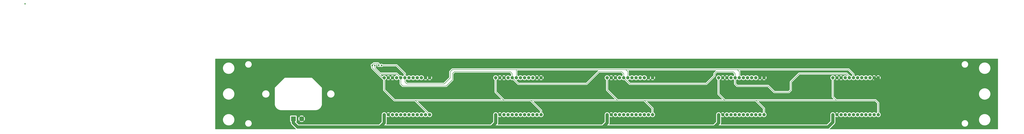
<source format=gbr>
%TF.GenerationSoftware,KiCad,Pcbnew,(6.0.11)*%
%TF.CreationDate,2023-04-12T19:14:39+02:00*%
%TF.ProjectId,T-DISPLAY-S3,542d4449-5350-44c4-9159-2d53332e6b69,0.3*%
%TF.SameCoordinates,Original*%
%TF.FileFunction,Copper,L1,Top*%
%TF.FilePolarity,Positive*%
%FSLAX46Y46*%
G04 Gerber Fmt 4.6, Leading zero omitted, Abs format (unit mm)*
G04 Created by KiCad (PCBNEW (6.0.11)) date 2023-04-12 19:14:39*
%MOMM*%
%LPD*%
G01*
G04 APERTURE LIST*
G04 Aperture macros list*
%AMRoundRect*
0 Rectangle with rounded corners*
0 $1 Rounding radius*
0 $2 $3 $4 $5 $6 $7 $8 $9 X,Y pos of 4 corners*
0 Add a 4 corners polygon primitive as box body*
4,1,4,$2,$3,$4,$5,$6,$7,$8,$9,$2,$3,0*
0 Add four circle primitives for the rounded corners*
1,1,$1+$1,$2,$3*
1,1,$1+$1,$4,$5*
1,1,$1+$1,$6,$7*
1,1,$1+$1,$8,$9*
0 Add four rect primitives between the rounded corners*
20,1,$1+$1,$2,$3,$4,$5,0*
20,1,$1+$1,$4,$5,$6,$7,0*
20,1,$1+$1,$6,$7,$8,$9,0*
20,1,$1+$1,$8,$9,$2,$3,0*%
G04 Aperture macros list end*
%TA.AperFunction,ComponentPad*%
%ADD10R,3.000000X3.000000*%
%TD*%
%TA.AperFunction,ComponentPad*%
%ADD11C,3.000000*%
%TD*%
%TA.AperFunction,ComponentPad*%
%ADD12C,2.000000*%
%TD*%
%TA.AperFunction,SMDPad,CuDef*%
%ADD13RoundRect,0.200000X-0.200000X-0.275000X0.200000X-0.275000X0.200000X0.275000X-0.200000X0.275000X0*%
%TD*%
%TA.AperFunction,ViaPad*%
%ADD14C,0.800000*%
%TD*%
%TA.AperFunction,Conductor*%
%ADD15C,2.000000*%
%TD*%
%TA.AperFunction,Conductor*%
%ADD16C,0.250000*%
%TD*%
G04 APERTURE END LIST*
D10*
%TO.P,J1,1,Pin_1*%
%TO.N,+5V*%
X119380000Y-271780000D03*
D11*
%TO.P,J1,2,Pin_2*%
%TO.N,GND*%
X124460000Y-271780000D03*
%TD*%
D12*
%TO.P,U5,1,3v*%
%TO.N,+3V3*%
X479196400Y-269240000D03*
%TO.P,U5,2,1*%
%TO.N,unconnected-(U5-Pad2)*%
X476656400Y-269240000D03*
%TO.P,U5,3,2*%
%TO.N,unconnected-(U5-Pad3)*%
X474116400Y-269240000D03*
%TO.P,U5,4,3*%
%TO.N,unconnected-(U5-Pad4)*%
X471576400Y-269240000D03*
%TO.P,U5,5,10*%
%TO.N,unconnected-(U5-Pad5)*%
X469036400Y-269240000D03*
%TO.P,U5,6,11*%
%TO.N,unconnected-(U5-Pad6)*%
X466496400Y-269240000D03*
%TO.P,U5,7,12*%
%TO.N,unconnected-(U5-Pad7)*%
X463956400Y-269240000D03*
%TO.P,U5,8,13*%
%TO.N,unconnected-(U5-Pad8)*%
X461416400Y-269240000D03*
%TO.P,U5,9,NC*%
%TO.N,unconnected-(U5-Pad9)*%
X458876400Y-269240000D03*
%TO.P,U5,10,NC*%
%TO.N,unconnected-(U5-Pad10)*%
X456336400Y-269240000D03*
%TO.P,U5,11,GND*%
%TO.N,GND*%
X453796400Y-269240000D03*
%TO.P,U5,12,5V*%
%TO.N,+5V*%
X451256400Y-269240000D03*
%TO.P,U5,13,GND*%
%TO.N,GND*%
X479196400Y-246378136D03*
%TO.P,U5,14,GND*%
X476656400Y-246378136D03*
%TO.P,U5,15,43*%
%TO.N,unconnected-(U5-Pad15)*%
X474116400Y-246378136D03*
%TO.P,U5,16,44*%
%TO.N,unconnected-(U5-Pad16)*%
X471576400Y-246378136D03*
%TO.P,U5,17,18*%
%TO.N,/TXD4*%
X469036400Y-246378136D03*
%TO.P,U5,18,17*%
%TO.N,/RXD1*%
X466496400Y-246378136D03*
%TO.P,U5,19,21*%
%TO.N,/SDA*%
X463956400Y-246378136D03*
%TO.P,U5,20,16*%
%TO.N,/SCL*%
X461416400Y-246378136D03*
%TO.P,U5,21,NC*%
%TO.N,unconnected-(U5-Pad21)*%
X458876400Y-246378136D03*
%TO.P,U5,22,GND*%
%TO.N,GND*%
X456336400Y-246378136D03*
%TO.P,U5,23,GND*%
X453796400Y-246378136D03*
%TO.P,U5,24,3v*%
%TO.N,+3V3*%
X451256400Y-246378136D03*
%TD*%
%TO.P,U4,1,3v*%
%TO.N,+3V3*%
X408940000Y-269240000D03*
%TO.P,U4,2,1*%
%TO.N,unconnected-(U4-Pad2)*%
X406400000Y-269240000D03*
%TO.P,U4,3,2*%
%TO.N,unconnected-(U4-Pad3)*%
X403860000Y-269240000D03*
%TO.P,U4,4,3*%
%TO.N,unconnected-(U4-Pad4)*%
X401320000Y-269240000D03*
%TO.P,U4,5,10*%
%TO.N,unconnected-(U4-Pad5)*%
X398780000Y-269240000D03*
%TO.P,U4,6,11*%
%TO.N,unconnected-(U4-Pad6)*%
X396240000Y-269240000D03*
%TO.P,U4,7,12*%
%TO.N,unconnected-(U4-Pad7)*%
X393700000Y-269240000D03*
%TO.P,U4,8,13*%
%TO.N,unconnected-(U4-Pad8)*%
X391160000Y-269240000D03*
%TO.P,U4,9,NC*%
%TO.N,unconnected-(U4-Pad9)*%
X388620000Y-269240000D03*
%TO.P,U4,10,NC*%
%TO.N,unconnected-(U4-Pad10)*%
X386080000Y-269240000D03*
%TO.P,U4,11,GND*%
%TO.N,GND*%
X383540000Y-269240000D03*
%TO.P,U4,12,5V*%
%TO.N,+5V*%
X381000000Y-269240000D03*
%TO.P,U4,13,GND*%
%TO.N,GND*%
X408940000Y-246378136D03*
%TO.P,U4,14,GND*%
X406400000Y-246378136D03*
%TO.P,U4,15,43*%
%TO.N,unconnected-(U4-Pad15)*%
X403860000Y-246378136D03*
%TO.P,U4,16,44*%
%TO.N,unconnected-(U4-Pad16)*%
X401320000Y-246378136D03*
%TO.P,U4,17,18*%
%TO.N,/TXD3*%
X398780000Y-246378136D03*
%TO.P,U4,18,17*%
%TO.N,/TXD4*%
X396240000Y-246378136D03*
%TO.P,U4,19,21*%
%TO.N,/SDA*%
X393700000Y-246378136D03*
%TO.P,U4,20,16*%
%TO.N,/SCL*%
X391160000Y-246378136D03*
%TO.P,U4,21,NC*%
%TO.N,unconnected-(U4-Pad21)*%
X388620000Y-246378136D03*
%TO.P,U4,22,GND*%
%TO.N,GND*%
X386080000Y-246378136D03*
%TO.P,U4,23,GND*%
X383540000Y-246378136D03*
%TO.P,U4,24,3v*%
%TO.N,+3V3*%
X381000000Y-246378136D03*
%TD*%
%TO.P,U3,1,3v*%
%TO.N,+3V3*%
X340360000Y-269240000D03*
%TO.P,U3,2,1*%
%TO.N,unconnected-(U3-Pad2)*%
X337820000Y-269240000D03*
%TO.P,U3,3,2*%
%TO.N,unconnected-(U3-Pad3)*%
X335280000Y-269240000D03*
%TO.P,U3,4,3*%
%TO.N,unconnected-(U3-Pad4)*%
X332740000Y-269240000D03*
%TO.P,U3,5,10*%
%TO.N,unconnected-(U3-Pad5)*%
X330200000Y-269240000D03*
%TO.P,U3,6,11*%
%TO.N,unconnected-(U3-Pad6)*%
X327660000Y-269240000D03*
%TO.P,U3,7,12*%
%TO.N,unconnected-(U3-Pad7)*%
X325120000Y-269240000D03*
%TO.P,U3,8,13*%
%TO.N,unconnected-(U3-Pad8)*%
X322580000Y-269240000D03*
%TO.P,U3,9,NC*%
%TO.N,unconnected-(U3-Pad9)*%
X320040000Y-269240000D03*
%TO.P,U3,10,NC*%
%TO.N,unconnected-(U3-Pad10)*%
X317500000Y-269240000D03*
%TO.P,U3,11,GND*%
%TO.N,GND*%
X314960000Y-269240000D03*
%TO.P,U3,12,5V*%
%TO.N,+5V*%
X312420000Y-269240000D03*
%TO.P,U3,13,GND*%
%TO.N,GND*%
X340360000Y-246378136D03*
%TO.P,U3,14,GND*%
X337820000Y-246378136D03*
%TO.P,U3,15,43*%
%TO.N,unconnected-(U3-Pad15)*%
X335280000Y-246378136D03*
%TO.P,U3,16,44*%
%TO.N,unconnected-(U3-Pad16)*%
X332740000Y-246378136D03*
%TO.P,U3,17,18*%
%TO.N,/TXD2*%
X330200000Y-246378136D03*
%TO.P,U3,18,17*%
%TO.N,/TXD3*%
X327660000Y-246378136D03*
%TO.P,U3,19,21*%
%TO.N,/SDA*%
X325120000Y-246378136D03*
%TO.P,U3,20,16*%
%TO.N,/SCL*%
X322580000Y-246378136D03*
%TO.P,U3,21,NC*%
%TO.N,unconnected-(U3-Pad21)*%
X320040000Y-246378136D03*
%TO.P,U3,22,GND*%
%TO.N,GND*%
X317500000Y-246378136D03*
%TO.P,U3,23,GND*%
X314960000Y-246378136D03*
%TO.P,U3,24,3v*%
%TO.N,+3V3*%
X312420000Y-246378136D03*
%TD*%
%TO.P,U2,1,3v*%
%TO.N,+3V3*%
X271780000Y-269240000D03*
%TO.P,U2,2,1*%
%TO.N,unconnected-(U2-Pad2)*%
X269240000Y-269240000D03*
%TO.P,U2,3,2*%
%TO.N,unconnected-(U2-Pad3)*%
X266700000Y-269240000D03*
%TO.P,U2,4,3*%
%TO.N,unconnected-(U2-Pad4)*%
X264160000Y-269240000D03*
%TO.P,U2,5,10*%
%TO.N,unconnected-(U2-Pad5)*%
X261620000Y-269240000D03*
%TO.P,U2,6,11*%
%TO.N,unconnected-(U2-Pad6)*%
X259080000Y-269240000D03*
%TO.P,U2,7,12*%
%TO.N,unconnected-(U2-Pad7)*%
X256540000Y-269240000D03*
%TO.P,U2,8,13*%
%TO.N,unconnected-(U2-Pad8)*%
X254000000Y-269240000D03*
%TO.P,U2,9,NC*%
%TO.N,unconnected-(U2-Pad9)*%
X251460000Y-269240000D03*
%TO.P,U2,10,NC*%
%TO.N,unconnected-(U2-Pad10)*%
X248920000Y-269240000D03*
%TO.P,U2,11,GND*%
%TO.N,GND*%
X246380000Y-269240000D03*
%TO.P,U2,12,5V*%
%TO.N,+5V*%
X243840000Y-269240000D03*
%TO.P,U2,13,GND*%
%TO.N,GND*%
X271780000Y-246378136D03*
%TO.P,U2,14,GND*%
X269240000Y-246378136D03*
%TO.P,U2,15,43*%
%TO.N,unconnected-(U2-Pad15)*%
X266700000Y-246378136D03*
%TO.P,U2,16,44*%
%TO.N,unconnected-(U2-Pad16)*%
X264160000Y-246378136D03*
%TO.P,U2,17,18*%
%TO.N,/TXD1*%
X261620000Y-246378136D03*
%TO.P,U2,18,17*%
%TO.N,/TXD2*%
X259080000Y-246378136D03*
%TO.P,U2,19,21*%
%TO.N,/SDA*%
X256540000Y-246378136D03*
%TO.P,U2,20,16*%
%TO.N,/SCL*%
X254000000Y-246378136D03*
%TO.P,U2,21,NC*%
%TO.N,unconnected-(U2-Pad21)*%
X251460000Y-246378136D03*
%TO.P,U2,22,GND*%
%TO.N,GND*%
X248920000Y-246378136D03*
%TO.P,U2,23,GND*%
X246380000Y-246378136D03*
%TO.P,U2,24,3v*%
%TO.N,+3V3*%
X243840000Y-246378136D03*
%TD*%
%TO.P,U1,1,3v*%
%TO.N,+3V3*%
X203200000Y-269240000D03*
%TO.P,U1,2,1*%
%TO.N,unconnected-(U1-Pad2)*%
X200660000Y-269240000D03*
%TO.P,U1,3,2*%
%TO.N,unconnected-(U1-Pad3)*%
X198120000Y-269240000D03*
%TO.P,U1,4,3*%
%TO.N,unconnected-(U1-Pad4)*%
X195580000Y-269240000D03*
%TO.P,U1,5,10*%
%TO.N,unconnected-(U1-Pad5)*%
X193040000Y-269240000D03*
%TO.P,U1,6,11*%
%TO.N,unconnected-(U1-Pad6)*%
X190500000Y-269240000D03*
%TO.P,U1,7,12*%
%TO.N,unconnected-(U1-Pad7)*%
X187960000Y-269240000D03*
%TO.P,U1,8,13*%
%TO.N,unconnected-(U1-Pad8)*%
X185420000Y-269240000D03*
%TO.P,U1,9,NC*%
%TO.N,unconnected-(U1-Pad9)*%
X182880000Y-269240000D03*
%TO.P,U1,10,NC*%
%TO.N,unconnected-(U1-Pad10)*%
X180340000Y-269240000D03*
%TO.P,U1,11,GND*%
%TO.N,GND*%
X177800000Y-269240000D03*
%TO.P,U1,12,5V*%
%TO.N,+5V*%
X175260000Y-269240000D03*
%TO.P,U1,13,GND*%
%TO.N,GND*%
X203200000Y-246378136D03*
%TO.P,U1,14,GND*%
X200660000Y-246378136D03*
%TO.P,U1,15,43*%
%TO.N,unconnected-(U1-Pad15)*%
X198120000Y-246378136D03*
%TO.P,U1,16,44*%
%TO.N,unconnected-(U1-Pad16)*%
X195580000Y-246378136D03*
%TO.P,U1,17,18*%
%TO.N,/RXD1*%
X193040000Y-246378136D03*
%TO.P,U1,18,17*%
%TO.N,/TXD1*%
X190500000Y-246378136D03*
%TO.P,U1,19,21*%
%TO.N,/SDA*%
X187960000Y-246378136D03*
%TO.P,U1,20,16*%
%TO.N,/SCL*%
X185420000Y-246378136D03*
%TO.P,U1,21,NC*%
%TO.N,unconnected-(U1-Pad21)*%
X182880000Y-246378136D03*
%TO.P,U1,22,GND*%
%TO.N,GND*%
X180340000Y-246378136D03*
%TO.P,U1,23,GND*%
X177800000Y-246378136D03*
%TO.P,U1,24,3v*%
%TO.N,+3V3*%
X175260000Y-246378136D03*
%TD*%
D13*
%TO.P,R2,1*%
%TO.N,+3V3*%
X167885000Y-238760000D03*
%TO.P,R2,2*%
%TO.N,/SCL*%
X169535000Y-238760000D03*
%TD*%
%TO.P,R1,1*%
%TO.N,+3V3*%
X171895000Y-238760000D03*
%TO.P,R1,2*%
%TO.N,/SDA*%
X173545000Y-238760000D03*
%TD*%
D14*
%TO.N,*%
X-45720000Y-200660000D03*
%TO.N,GND*%
X176530000Y-241300000D03*
X180975000Y-236220000D03*
X372110000Y-247650000D03*
X463495000Y-254000000D03*
X420370000Y-251460000D03*
X187960000Y-237490000D03*
%TD*%
D15*
%TO.N,GND*%
X368300000Y-243840000D02*
X372110000Y-247650000D01*
X340360000Y-243840000D02*
X368300000Y-243840000D01*
X476656400Y-246378136D02*
X479196400Y-248918136D01*
X479196400Y-249326400D02*
X479196400Y-246378136D01*
X479196400Y-251053600D02*
X479196400Y-249326400D01*
X479196400Y-248918136D02*
X479196400Y-249326400D01*
X476250000Y-254000000D02*
X479196400Y-251053600D01*
X463495000Y-254000000D02*
X476250000Y-254000000D01*
X415290000Y-243840000D02*
X417830000Y-246380000D01*
X417830000Y-246380000D02*
X420370000Y-248920000D01*
X420370000Y-248920000D02*
X420370000Y-251460000D01*
X408940000Y-243840000D02*
X415290000Y-243840000D01*
D16*
%TO.N,/SCL*%
X425450000Y-254000000D02*
X425450000Y-248920000D01*
X425450000Y-248920000D02*
X430530000Y-243840000D01*
X415290000Y-255270000D02*
X424180000Y-255270000D01*
X411480000Y-251460000D02*
X415290000Y-255270000D01*
X392430000Y-251460000D02*
X411480000Y-251460000D01*
X424180000Y-255270000D02*
X425450000Y-254000000D01*
D15*
%TO.N,GND*%
X194310000Y-237490000D02*
X187960000Y-237490000D01*
X200660000Y-243840000D02*
X194310000Y-237490000D01*
X200660000Y-243840000D02*
X203200000Y-243840000D01*
X200660000Y-246378136D02*
X200660000Y-243840000D01*
X203200000Y-243840000D02*
X203200000Y-246378136D01*
X340360000Y-243840000D02*
X340360000Y-246378136D01*
X337820000Y-243840000D02*
X340360000Y-243840000D01*
X337820000Y-246378136D02*
X337820000Y-243840000D01*
X406400000Y-243840000D02*
X408940000Y-243840000D01*
X406400000Y-246378136D02*
X406400000Y-243840000D01*
X408940000Y-243840000D02*
X408940000Y-246378136D01*
D16*
%TO.N,/SCL*%
X461416400Y-245516400D02*
X461416400Y-246378136D01*
X459740000Y-243840000D02*
X461416400Y-245516400D01*
X430530000Y-243840000D02*
X459740000Y-243840000D01*
X391160000Y-250190000D02*
X392430000Y-251460000D01*
X391160000Y-246378136D02*
X391160000Y-250190000D01*
X391160000Y-243840000D02*
X391160000Y-246378136D01*
X389890000Y-242570000D02*
X391160000Y-243840000D01*
X379730000Y-242570000D02*
X389890000Y-242570000D01*
X378460000Y-243840000D02*
X379730000Y-242570000D01*
X378460000Y-245110000D02*
X378460000Y-243840000D01*
X373380000Y-250190000D02*
X378460000Y-245110000D01*
X326391864Y-250190000D02*
X373380000Y-250190000D01*
X322580000Y-246378136D02*
X326391864Y-250190000D01*
X322580000Y-243840000D02*
X322580000Y-246378136D01*
X321310000Y-242570000D02*
X322580000Y-243840000D01*
X307340000Y-242570000D02*
X321310000Y-242570000D01*
X299720000Y-250190000D02*
X307340000Y-242570000D01*
X257811864Y-250190000D02*
X299720000Y-250190000D01*
X254000000Y-246378136D02*
X257811864Y-250190000D01*
%TO.N,+3V3*%
X173988136Y-246378136D02*
X175260000Y-246378136D01*
X167885000Y-240275000D02*
X173988136Y-246378136D01*
X167885000Y-238760000D02*
X167885000Y-240275000D01*
X167885000Y-238515000D02*
X167885000Y-238760000D01*
X168910000Y-237490000D02*
X167885000Y-238515000D01*
X171450000Y-237490000D02*
X168910000Y-237490000D01*
X171895000Y-237935000D02*
X171450000Y-237490000D01*
X171895000Y-238760000D02*
X171895000Y-237935000D01*
%TO.N,/SCL*%
X185420000Y-250190000D02*
X185420000Y-246378136D01*
X186690000Y-251460000D02*
X185420000Y-250190000D01*
X213360000Y-251460000D02*
X186690000Y-251460000D01*
X217170000Y-247650000D02*
X213360000Y-251460000D01*
X217170000Y-243840000D02*
X217170000Y-247650000D01*
X218440000Y-242570000D02*
X217170000Y-243840000D01*
X252730000Y-242570000D02*
X218440000Y-242570000D01*
X254000000Y-243840000D02*
X252730000Y-242570000D01*
X254000000Y-246378136D02*
X254000000Y-243840000D01*
%TO.N,/SDA*%
X463956400Y-244246400D02*
X463956400Y-246378136D01*
X461010000Y-241300000D02*
X463956400Y-244246400D01*
X392430000Y-241300000D02*
X461010000Y-241300000D01*
X393700000Y-242570000D02*
X393700000Y-246378136D01*
X392430000Y-241300000D02*
X393700000Y-242570000D01*
X323850000Y-241300000D02*
X392430000Y-241300000D01*
X325120000Y-242570000D02*
X325120000Y-246378136D01*
X323850000Y-241300000D02*
X325120000Y-242570000D01*
X256540000Y-241300000D02*
X323850000Y-241300000D01*
X256540000Y-241300000D02*
X256540000Y-246378136D01*
X217170000Y-241300000D02*
X256540000Y-241300000D01*
X215900000Y-242570000D02*
X217170000Y-241300000D01*
X215900000Y-246380000D02*
X215900000Y-242570000D01*
X212090000Y-250190000D02*
X215900000Y-246380000D01*
X189230000Y-250190000D02*
X212090000Y-250190000D01*
X187960000Y-248920000D02*
X189230000Y-250190000D01*
X187960000Y-246378136D02*
X187960000Y-248920000D01*
X187960000Y-243840000D02*
X187960000Y-246378136D01*
X182880000Y-238760000D02*
X187960000Y-243840000D01*
X173545000Y-238760000D02*
X182880000Y-238760000D01*
%TO.N,/SCL*%
X172720000Y-243840000D02*
X169535000Y-240655000D01*
X182881864Y-243840000D02*
X172720000Y-243840000D01*
X169535000Y-240655000D02*
X169535000Y-238760000D01*
X185420000Y-246378136D02*
X182881864Y-243840000D01*
%TO.N,+3V3*%
X408940000Y-269240000D02*
X408940000Y-265430000D01*
X403860000Y-260350000D02*
X402590000Y-260350000D01*
X402590000Y-260350000D02*
X453390000Y-260350000D01*
X408940000Y-265430000D02*
X403860000Y-260350000D01*
X265430000Y-260350000D02*
X402590000Y-260350000D01*
X340360000Y-265430000D02*
X335280000Y-260350000D01*
X340360000Y-269240000D02*
X340360000Y-265430000D01*
X312420000Y-254000000D02*
X318770000Y-260350000D01*
X312420000Y-246378136D02*
X312420000Y-254000000D01*
X381000000Y-256540000D02*
X384810000Y-260350000D01*
X381000000Y-246378136D02*
X381000000Y-256540000D01*
X451256400Y-246378136D02*
X451256400Y-258216400D01*
X453390000Y-260350000D02*
X477520000Y-260350000D01*
X451256400Y-258216400D02*
X453390000Y-260350000D01*
X477520000Y-260350000D02*
X479196400Y-262026400D01*
X479196400Y-262026400D02*
X479196400Y-269240000D01*
X243840000Y-255270000D02*
X248920000Y-260350000D01*
X243840000Y-246378136D02*
X243840000Y-255270000D01*
X248920000Y-260350000D02*
X265430000Y-260350000D01*
X194310000Y-260350000D02*
X248920000Y-260350000D01*
X271780000Y-266700000D02*
X271780000Y-269240000D01*
X265430000Y-260350000D02*
X271780000Y-266700000D01*
X194310000Y-260350000D02*
X203200000Y-269240000D01*
X181610000Y-260350000D02*
X194310000Y-260350000D01*
X175260000Y-254000000D02*
X181610000Y-260350000D01*
X175260000Y-246378136D02*
X175260000Y-254000000D01*
D15*
%TO.N,+5V*%
X451256400Y-273913600D02*
X451256400Y-269240000D01*
X448310000Y-276860000D02*
X451256400Y-273913600D01*
X378460000Y-276860000D02*
X448310000Y-276860000D01*
X381000000Y-274320000D02*
X381000000Y-269240000D01*
X378460000Y-276860000D02*
X381000000Y-274320000D01*
X309880000Y-276860000D02*
X378460000Y-276860000D01*
X312420000Y-274320000D02*
X312420000Y-269240000D01*
X309880000Y-276860000D02*
X312420000Y-274320000D01*
X241300000Y-276860000D02*
X309880000Y-276860000D01*
X243840000Y-274320000D02*
X243840000Y-269240000D01*
X241300000Y-276860000D02*
X243840000Y-274320000D01*
X172720000Y-276860000D02*
X241300000Y-276860000D01*
X172720000Y-276860000D02*
X175260000Y-274320000D01*
X121920000Y-276860000D02*
X172720000Y-276860000D01*
X175260000Y-274320000D02*
X175260000Y-269240000D01*
X119380000Y-274320000D02*
X121920000Y-276860000D01*
X119380000Y-271780000D02*
X119380000Y-274320000D01*
%TD*%
%TA.AperFunction,Conductor*%
%TO.N,GND*%
G36*
X552861933Y-234666502D02*
G01*
X552908426Y-234720158D01*
X552919812Y-234772500D01*
X552919812Y-278103500D01*
X552899810Y-278171621D01*
X552846154Y-278218114D01*
X552793812Y-278229500D01*
X449377147Y-278229500D01*
X449309026Y-278209498D01*
X449262533Y-278155842D01*
X449252429Y-278085568D01*
X449281923Y-278020988D01*
X449292182Y-278010458D01*
X449300250Y-278003091D01*
X449339966Y-277963375D01*
X449345736Y-277957956D01*
X449394858Y-277914650D01*
X449394861Y-277914647D01*
X449398655Y-277911302D01*
X449425179Y-277879011D01*
X449433449Y-277869892D01*
X452306066Y-274997275D01*
X452308588Y-274994821D01*
X452377412Y-274929738D01*
X452377414Y-274929735D01*
X452381081Y-274926268D01*
X452428811Y-274863839D01*
X452432952Y-274858708D01*
X452480591Y-274802733D01*
X452480592Y-274802732D01*
X452483870Y-274798880D01*
X452486489Y-274794555D01*
X452486493Y-274794550D01*
X452500891Y-274770776D01*
X452508563Y-274759529D01*
X452528520Y-274733426D01*
X452565643Y-274664192D01*
X452568907Y-274658468D01*
X452580201Y-274639820D01*
X452593904Y-274617193D01*
X530519261Y-274617193D01*
X530519678Y-274624431D01*
X530535026Y-274890595D01*
X530587749Y-275159328D01*
X530589136Y-275163378D01*
X530589137Y-275163383D01*
X530671813Y-275404858D01*
X530676456Y-275418419D01*
X530705582Y-275476329D01*
X530775181Y-275614712D01*
X530799504Y-275663074D01*
X530801930Y-275666603D01*
X530801933Y-275666609D01*
X530907589Y-275820338D01*
X530954618Y-275888765D01*
X531138926Y-276091318D01*
X531349019Y-276266982D01*
X531352660Y-276269266D01*
X531577368Y-276410226D01*
X531577372Y-276410228D01*
X531581008Y-276412509D01*
X531648888Y-276443158D01*
X531826689Y-276523439D01*
X531826693Y-276523441D01*
X531830601Y-276525205D01*
X531834721Y-276526425D01*
X531834720Y-276526425D01*
X532089067Y-276601766D01*
X532089071Y-276601767D01*
X532093180Y-276602984D01*
X532097414Y-276603632D01*
X532097419Y-276603633D01*
X532359642Y-276643758D01*
X532359644Y-276643758D01*
X532363884Y-276644407D01*
X532503256Y-276646597D01*
X532633415Y-276648642D01*
X532633421Y-276648642D01*
X532637706Y-276648709D01*
X532909579Y-276615809D01*
X533174471Y-276546316D01*
X533178431Y-276544676D01*
X533178436Y-276544674D01*
X533300975Y-276493916D01*
X533427480Y-276441516D01*
X533663926Y-276303348D01*
X533879433Y-276134369D01*
X533921153Y-276091318D01*
X534067030Y-275940784D01*
X534070013Y-275937706D01*
X534072546Y-275934258D01*
X534072550Y-275934253D01*
X534229601Y-275720453D01*
X534232139Y-275716998D01*
X534259498Y-275666609D01*
X534360762Y-275480105D01*
X534360763Y-275480103D01*
X534362812Y-275476329D01*
X534437814Y-275277842D01*
X534458095Y-275224170D01*
X534458096Y-275224166D01*
X534459613Y-275220152D01*
X534506254Y-275016505D01*
X534519793Y-274957392D01*
X534519794Y-274957388D01*
X534520751Y-274953208D01*
X534521414Y-274945787D01*
X534544875Y-274682902D01*
X534544875Y-274682900D01*
X534545095Y-274680436D01*
X534545537Y-274638275D01*
X534542962Y-274600496D01*
X534527203Y-274369330D01*
X534527202Y-274369324D01*
X534526911Y-274365053D01*
X534514064Y-274303015D01*
X534480865Y-274142707D01*
X534471376Y-274096887D01*
X534379961Y-273838740D01*
X534254357Y-273595387D01*
X534244384Y-273581196D01*
X534104710Y-273382460D01*
X534096889Y-273371332D01*
X533910469Y-273170720D01*
X533907154Y-273168006D01*
X533907150Y-273168003D01*
X533701867Y-272999981D01*
X533698549Y-272997265D01*
X533465048Y-272854176D01*
X533461112Y-272852448D01*
X533218217Y-272745824D01*
X533218213Y-272745823D01*
X533214289Y-272744100D01*
X532950910Y-272669075D01*
X532946668Y-272668471D01*
X532946662Y-272668470D01*
X532746178Y-272639937D01*
X532679787Y-272630488D01*
X532535933Y-272629735D01*
X532410221Y-272629077D01*
X532410215Y-272629077D01*
X532405935Y-272629055D01*
X532401691Y-272629614D01*
X532401687Y-272629614D01*
X532282646Y-272645286D01*
X532134422Y-272664800D01*
X532130282Y-272665933D01*
X532130280Y-272665933D01*
X532057352Y-272685884D01*
X531870272Y-272737063D01*
X531866324Y-272738747D01*
X531622326Y-272842821D01*
X531622322Y-272842823D01*
X531618374Y-272844507D01*
X531601368Y-272854685D01*
X531387069Y-272982939D01*
X531387065Y-272982942D01*
X531383387Y-272985143D01*
X531169662Y-273156369D01*
X531153061Y-273173863D01*
X531009906Y-273324717D01*
X530981152Y-273355017D01*
X530821346Y-273577411D01*
X530693201Y-273819436D01*
X530691729Y-273823459D01*
X530691727Y-273823463D01*
X530619709Y-274020261D01*
X530599087Y-274076612D01*
X530540748Y-274344182D01*
X530536023Y-274404219D01*
X530525275Y-274540786D01*
X530519261Y-274617193D01*
X452593904Y-274617193D01*
X452609621Y-274591242D01*
X452621928Y-274560781D01*
X452627708Y-274548441D01*
X452640840Y-274523950D01*
X452643231Y-274519491D01*
X452656707Y-274480356D01*
X452668812Y-274445199D01*
X452671122Y-274439021D01*
X452698658Y-274370866D01*
X452700555Y-274366171D01*
X452707832Y-274334139D01*
X452711563Y-274321041D01*
X452722262Y-274289969D01*
X452735643Y-274212500D01*
X452736926Y-274206082D01*
X452753215Y-274134386D01*
X452753215Y-274134385D01*
X452754335Y-274129456D01*
X452756399Y-274096647D01*
X452757985Y-274083147D01*
X452763579Y-274050764D01*
X452764900Y-274021675D01*
X452764900Y-273965492D01*
X452765149Y-273957580D01*
X452769260Y-273892241D01*
X452769578Y-273887187D01*
X452765501Y-273845608D01*
X452764900Y-273833312D01*
X452764900Y-272383281D01*
X541174997Y-272383281D01*
X541194243Y-272750522D01*
X541194756Y-272753762D01*
X541194757Y-272753770D01*
X541221200Y-272920723D01*
X541251771Y-273113740D01*
X541346951Y-273468955D01*
X541348136Y-273472043D01*
X541348137Y-273472045D01*
X541391279Y-273584434D01*
X541478739Y-273812275D01*
X541480237Y-273815215D01*
X541637785Y-274124419D01*
X541645692Y-274139938D01*
X541647488Y-274142704D01*
X541647490Y-274142707D01*
X541748755Y-274298642D01*
X541845980Y-274448356D01*
X542077410Y-274734148D01*
X542337445Y-274994183D01*
X542450633Y-275085841D01*
X542619129Y-275222286D01*
X542623237Y-275225613D01*
X542626012Y-275227415D01*
X542920133Y-275418419D01*
X542931654Y-275425901D01*
X542934588Y-275427396D01*
X542934595Y-275427400D01*
X543038035Y-275480105D01*
X543259318Y-275592854D01*
X543432268Y-275659243D01*
X543582725Y-275716998D01*
X543602638Y-275724642D01*
X543957853Y-275819822D01*
X544150870Y-275850393D01*
X544317823Y-275876836D01*
X544317831Y-275876837D01*
X544321071Y-275877350D01*
X544688312Y-275896596D01*
X545055553Y-275877350D01*
X545058793Y-275876837D01*
X545058801Y-275876836D01*
X545225754Y-275850393D01*
X545418771Y-275819822D01*
X545773986Y-275724642D01*
X545793900Y-275716998D01*
X545944356Y-275659243D01*
X546117306Y-275592854D01*
X546338589Y-275480105D01*
X546442029Y-275427400D01*
X546442036Y-275427396D01*
X546444970Y-275425901D01*
X546456492Y-275418419D01*
X546750612Y-275227415D01*
X546753387Y-275225613D01*
X546757496Y-275222286D01*
X546925991Y-275085841D01*
X547039179Y-274994183D01*
X547299214Y-274734148D01*
X547530644Y-274448356D01*
X547627869Y-274298642D01*
X547729134Y-274142707D01*
X547729136Y-274142704D01*
X547730932Y-274139938D01*
X547738840Y-274124419D01*
X547896387Y-273815215D01*
X547897885Y-273812275D01*
X547985345Y-273584434D01*
X548028487Y-273472045D01*
X548028488Y-273472043D01*
X548029673Y-273468955D01*
X548124853Y-273113740D01*
X548155424Y-272920723D01*
X548181867Y-272753770D01*
X548181868Y-272753762D01*
X548182381Y-272750522D01*
X548201627Y-272383281D01*
X548182381Y-272016040D01*
X548124853Y-271652822D01*
X548029673Y-271297607D01*
X547985677Y-271182992D01*
X547909561Y-270984705D01*
X547897885Y-270954287D01*
X547795408Y-270753165D01*
X547732431Y-270629565D01*
X547732427Y-270629558D01*
X547730932Y-270626624D01*
X547685093Y-270556037D01*
X547532446Y-270320981D01*
X547530644Y-270318206D01*
X547299214Y-270032414D01*
X547039179Y-269772379D01*
X546753387Y-269540949D01*
X546444970Y-269340661D01*
X546442036Y-269339166D01*
X546442029Y-269339162D01*
X546120246Y-269175206D01*
X546117306Y-269173708D01*
X545814425Y-269057443D01*
X545777076Y-269043106D01*
X545777074Y-269043105D01*
X545773986Y-269041920D01*
X545418771Y-268946740D01*
X545225754Y-268916169D01*
X545058801Y-268889726D01*
X545058793Y-268889725D01*
X545055553Y-268889212D01*
X544688312Y-268869966D01*
X544321071Y-268889212D01*
X544317831Y-268889725D01*
X544317823Y-268889726D01*
X544150870Y-268916169D01*
X543957853Y-268946740D01*
X543602638Y-269041920D01*
X543599550Y-269043105D01*
X543599548Y-269043106D01*
X543562199Y-269057443D01*
X543259318Y-269173708D01*
X543256378Y-269175206D01*
X542934596Y-269339162D01*
X542934589Y-269339166D01*
X542931655Y-269340661D01*
X542623237Y-269540949D01*
X542337445Y-269772379D01*
X542077410Y-270032414D01*
X541845980Y-270318206D01*
X541844178Y-270320981D01*
X541691532Y-270556037D01*
X541645692Y-270626624D01*
X541644197Y-270629558D01*
X541644193Y-270629565D01*
X541581216Y-270753165D01*
X541478739Y-270954287D01*
X541467063Y-270984705D01*
X541390948Y-271182992D01*
X541346951Y-271297607D01*
X541251771Y-271652822D01*
X541194243Y-272016040D01*
X541174997Y-272383281D01*
X452764900Y-272383281D01*
X452764900Y-270601509D01*
X452784902Y-270533388D01*
X452838558Y-270486895D01*
X452908832Y-270476791D01*
X452956735Y-270494076D01*
X453105452Y-270585210D01*
X453114237Y-270589687D01*
X453324388Y-270676734D01*
X453333773Y-270679783D01*
X453554954Y-270732885D01*
X453564701Y-270734428D01*
X453791470Y-270752275D01*
X453801330Y-270752275D01*
X454028099Y-270734428D01*
X454037846Y-270732885D01*
X454259027Y-270679783D01*
X454268412Y-270676734D01*
X454478563Y-270589687D01*
X454487358Y-270585205D01*
X454654845Y-270482568D01*
X454664307Y-270472110D01*
X454660524Y-270463334D01*
X452576110Y-268378920D01*
X452557513Y-268368765D01*
X452498078Y-268355835D01*
X452463950Y-268328573D01*
X452395051Y-268250422D01*
X452393754Y-268248928D01*
X452329577Y-268173787D01*
X452329575Y-268173785D01*
X452326369Y-268170031D01*
X452322612Y-268166822D01*
X452319107Y-268163317D01*
X452319188Y-268163236D01*
X452311598Y-268155764D01*
X452307702Y-268151345D01*
X452224728Y-268083189D01*
X452222874Y-268081637D01*
X452149579Y-268019038D01*
X452145816Y-268015824D01*
X452141021Y-268012886D01*
X452134005Y-268007890D01*
X452928493Y-268007890D01*
X452932276Y-268016666D01*
X453783588Y-268867978D01*
X453797532Y-268875592D01*
X453799365Y-268875461D01*
X453805980Y-268871210D01*
X454657480Y-268019710D01*
X454664240Y-268007330D01*
X454658513Y-267999680D01*
X454487358Y-267894795D01*
X454478563Y-267890313D01*
X454268412Y-267803266D01*
X454259027Y-267800217D01*
X454037846Y-267747115D01*
X454028099Y-267745572D01*
X453801330Y-267727725D01*
X453791470Y-267727725D01*
X453564701Y-267745572D01*
X453554954Y-267747115D01*
X453333773Y-267800217D01*
X453324388Y-267803266D01*
X453114237Y-267890313D01*
X453105442Y-267894795D01*
X452937955Y-267997432D01*
X452928493Y-268007890D01*
X452134005Y-268007890D01*
X452126886Y-268002821D01*
X452124036Y-268000480D01*
X452124028Y-268000475D01*
X452120122Y-267997266D01*
X452029963Y-267944792D01*
X452027568Y-267943361D01*
X451943363Y-267891760D01*
X451938791Y-267889866D01*
X451935526Y-267888514D01*
X451920364Y-267881004D01*
X451910322Y-267875159D01*
X451815799Y-267838875D01*
X451812752Y-267837659D01*
X451728571Y-267802791D01*
X451723994Y-267800895D01*
X451716351Y-267799060D01*
X451712968Y-267798248D01*
X451697226Y-267793360D01*
X451688418Y-267789979D01*
X451688420Y-267789979D01*
X451683698Y-267788167D01*
X451649549Y-267781033D01*
X451587571Y-267768085D01*
X451583924Y-267767267D01*
X451497918Y-267746619D01*
X451497917Y-267746619D01*
X451493111Y-267745465D01*
X451478960Y-267744351D01*
X451463085Y-267742078D01*
X451451032Y-267739560D01*
X451451026Y-267739559D01*
X451446080Y-267738526D01*
X451441030Y-267738297D01*
X451441025Y-267738296D01*
X451385207Y-267735762D01*
X451350929Y-267734205D01*
X451346792Y-267733949D01*
X451256400Y-267726835D01*
X451251469Y-267727223D01*
X451251465Y-267727223D01*
X451239388Y-267728173D01*
X451223796Y-267728431D01*
X451208641Y-267727743D01*
X451208634Y-267727743D01*
X451203583Y-267727514D01*
X451198563Y-267728095D01*
X451198557Y-267728095D01*
X451111896Y-267738122D01*
X451107302Y-267738569D01*
X451024614Y-267745077D01*
X451024609Y-267745078D01*
X451019689Y-267745465D01*
X451003539Y-267749342D01*
X451000328Y-267750113D01*
X450985398Y-267752759D01*
X450967463Y-267754834D01*
X450967460Y-267754835D01*
X450962444Y-267755415D01*
X450926323Y-267765636D01*
X450876425Y-267779755D01*
X450871534Y-267781033D01*
X450846127Y-267787133D01*
X450788806Y-267800895D01*
X450767766Y-267809610D01*
X450753868Y-267814436D01*
X450728868Y-267821510D01*
X450724287Y-267823646D01*
X450724282Y-267823648D01*
X450650513Y-267858047D01*
X450645482Y-267860261D01*
X450574009Y-267889866D01*
X450574007Y-267889867D01*
X450569437Y-267891760D01*
X450547600Y-267905142D01*
X450535016Y-267911904D01*
X450508864Y-267924099D01*
X450504683Y-267926941D01*
X450504675Y-267926945D01*
X450439747Y-267971070D01*
X450434768Y-267974285D01*
X450366984Y-268015824D01*
X450363221Y-268019038D01*
X450345330Y-268034318D01*
X450334324Y-268042717D01*
X450308093Y-268060544D01*
X450304415Y-268064023D01*
X450304414Y-268064023D01*
X450249507Y-268115946D01*
X450244764Y-268120209D01*
X450190193Y-268166817D01*
X450190187Y-268166823D01*
X450186431Y-268170031D01*
X450183225Y-268173785D01*
X450166088Y-268193850D01*
X450156861Y-268203556D01*
X450131719Y-268227332D01*
X450128641Y-268231358D01*
X450128640Y-268231359D01*
X450084500Y-268289092D01*
X450080215Y-268294394D01*
X450032224Y-268350584D01*
X450029642Y-268354798D01*
X450029638Y-268354803D01*
X450014369Y-268379720D01*
X450007033Y-268390414D01*
X449984280Y-268420174D01*
X449981894Y-268424624D01*
X449981892Y-268424627D01*
X449948904Y-268486151D01*
X449945291Y-268492446D01*
X449908160Y-268553037D01*
X449893987Y-268587253D01*
X449888637Y-268598547D01*
X449869569Y-268634109D01*
X449846128Y-268702188D01*
X449843421Y-268709333D01*
X449817295Y-268772406D01*
X449807985Y-268811182D01*
X449804608Y-268822767D01*
X449792186Y-268858842D01*
X449792183Y-268858853D01*
X449790538Y-268863631D01*
X449778774Y-268931739D01*
X449777138Y-268939673D01*
X449763020Y-268998476D01*
X449763019Y-268998482D01*
X449761865Y-269003289D01*
X449761477Y-269008223D01*
X449761477Y-269008224D01*
X449758513Y-269045881D01*
X449757063Y-269057435D01*
X449749221Y-269102836D01*
X449747900Y-269131925D01*
X449747900Y-269175771D01*
X449747512Y-269185657D01*
X449743235Y-269240000D01*
X449743623Y-269244930D01*
X449747512Y-269294343D01*
X449747900Y-269304229D01*
X449747900Y-273236569D01*
X449727898Y-273304690D01*
X449710995Y-273325664D01*
X447722064Y-275314595D01*
X447659752Y-275348621D01*
X447632969Y-275351500D01*
X382365224Y-275351500D01*
X382297103Y-275331498D01*
X382250610Y-275277842D01*
X382240506Y-275207568D01*
X382265127Y-275148973D01*
X382272120Y-275139826D01*
X382309247Y-275070584D01*
X382312510Y-275064863D01*
X382350602Y-275001966D01*
X382350603Y-275001965D01*
X382353220Y-274997643D01*
X382365534Y-274967166D01*
X382371303Y-274954850D01*
X382386831Y-274925891D01*
X382412423Y-274851567D01*
X382414718Y-274845429D01*
X382442258Y-274777267D01*
X382442259Y-274777263D01*
X382444155Y-274772571D01*
X382451432Y-274740539D01*
X382455163Y-274727441D01*
X382465862Y-274696369D01*
X382479243Y-274618900D01*
X382480526Y-274612482D01*
X382484370Y-274595566D01*
X382497935Y-274535856D01*
X382499999Y-274503047D01*
X382501585Y-274489547D01*
X382507179Y-274457164D01*
X382507705Y-274445581D01*
X382508436Y-274429494D01*
X382508436Y-274429475D01*
X382508500Y-274428075D01*
X382508500Y-274371893D01*
X382508749Y-274363981D01*
X382512860Y-274298642D01*
X382513178Y-274293588D01*
X382509101Y-274252009D01*
X382508500Y-274239713D01*
X382508500Y-270601509D01*
X382528502Y-270533388D01*
X382582158Y-270486895D01*
X382652432Y-270476791D01*
X382700335Y-270494076D01*
X382849052Y-270585210D01*
X382857837Y-270589687D01*
X383067988Y-270676734D01*
X383077373Y-270679783D01*
X383298554Y-270732885D01*
X383308301Y-270734428D01*
X383535070Y-270752275D01*
X383544930Y-270752275D01*
X383771699Y-270734428D01*
X383781446Y-270732885D01*
X384002627Y-270679783D01*
X384012012Y-270676734D01*
X384222163Y-270589687D01*
X384230958Y-270585205D01*
X384398445Y-270482568D01*
X384407907Y-270472110D01*
X384404124Y-270463334D01*
X382319710Y-268378920D01*
X382301113Y-268368765D01*
X382241678Y-268355835D01*
X382207550Y-268328573D01*
X382138651Y-268250422D01*
X382137354Y-268248928D01*
X382073177Y-268173787D01*
X382073175Y-268173785D01*
X382069969Y-268170031D01*
X382066212Y-268166822D01*
X382062707Y-268163317D01*
X382062788Y-268163236D01*
X382055198Y-268155764D01*
X382051302Y-268151345D01*
X381968328Y-268083189D01*
X381966474Y-268081637D01*
X381893179Y-268019038D01*
X381889416Y-268015824D01*
X381884621Y-268012886D01*
X381877605Y-268007890D01*
X382672093Y-268007890D01*
X382675876Y-268016666D01*
X383527188Y-268867978D01*
X383541132Y-268875592D01*
X383542965Y-268875461D01*
X383549580Y-268871210D01*
X384401080Y-268019710D01*
X384407840Y-268007330D01*
X384402113Y-267999680D01*
X384230958Y-267894795D01*
X384222163Y-267890313D01*
X384012012Y-267803266D01*
X384002627Y-267800217D01*
X383781446Y-267747115D01*
X383771699Y-267745572D01*
X383544930Y-267727725D01*
X383535070Y-267727725D01*
X383308301Y-267745572D01*
X383298554Y-267747115D01*
X383077373Y-267800217D01*
X383067988Y-267803266D01*
X382857837Y-267890313D01*
X382849042Y-267894795D01*
X382681555Y-267997432D01*
X382672093Y-268007890D01*
X381877605Y-268007890D01*
X381870486Y-268002821D01*
X381867636Y-268000480D01*
X381867628Y-268000475D01*
X381863722Y-267997266D01*
X381773563Y-267944792D01*
X381771168Y-267943361D01*
X381686963Y-267891760D01*
X381682391Y-267889866D01*
X381679126Y-267888514D01*
X381663964Y-267881004D01*
X381653922Y-267875159D01*
X381559399Y-267838875D01*
X381556352Y-267837659D01*
X381472171Y-267802791D01*
X381467594Y-267800895D01*
X381459951Y-267799060D01*
X381456568Y-267798248D01*
X381440826Y-267793360D01*
X381432018Y-267789979D01*
X381432020Y-267789979D01*
X381427298Y-267788167D01*
X381393149Y-267781033D01*
X381331171Y-267768085D01*
X381327524Y-267767267D01*
X381241518Y-267746619D01*
X381241517Y-267746619D01*
X381236711Y-267745465D01*
X381222560Y-267744351D01*
X381206685Y-267742078D01*
X381194632Y-267739560D01*
X381194626Y-267739559D01*
X381189680Y-267738526D01*
X381184630Y-267738297D01*
X381184625Y-267738296D01*
X381128807Y-267735762D01*
X381094529Y-267734205D01*
X381090392Y-267733949D01*
X381000000Y-267726835D01*
X380995069Y-267727223D01*
X380995065Y-267727223D01*
X380982988Y-267728173D01*
X380967396Y-267728431D01*
X380952241Y-267727743D01*
X380952234Y-267727743D01*
X380947183Y-267727514D01*
X380942163Y-267728095D01*
X380942157Y-267728095D01*
X380855496Y-267738122D01*
X380850902Y-267738569D01*
X380768214Y-267745077D01*
X380768209Y-267745078D01*
X380763289Y-267745465D01*
X380747139Y-267749342D01*
X380743928Y-267750113D01*
X380728998Y-267752759D01*
X380711063Y-267754834D01*
X380711060Y-267754835D01*
X380706044Y-267755415D01*
X380669923Y-267765636D01*
X380620025Y-267779755D01*
X380615134Y-267781033D01*
X380589727Y-267787133D01*
X380532406Y-267800895D01*
X380511366Y-267809610D01*
X380497468Y-267814436D01*
X380472468Y-267821510D01*
X380467887Y-267823646D01*
X380467882Y-267823648D01*
X380394113Y-267858047D01*
X380389082Y-267860261D01*
X380317609Y-267889866D01*
X380317607Y-267889867D01*
X380313037Y-267891760D01*
X380291200Y-267905142D01*
X380278616Y-267911904D01*
X380252464Y-267924099D01*
X380248283Y-267926941D01*
X380248275Y-267926945D01*
X380183347Y-267971070D01*
X380178368Y-267974285D01*
X380110584Y-268015824D01*
X380106821Y-268019038D01*
X380088930Y-268034318D01*
X380077924Y-268042717D01*
X380051693Y-268060544D01*
X380048015Y-268064023D01*
X380048014Y-268064023D01*
X379993107Y-268115946D01*
X379988364Y-268120209D01*
X379933793Y-268166817D01*
X379933787Y-268166823D01*
X379930031Y-268170031D01*
X379926825Y-268173785D01*
X379909688Y-268193850D01*
X379900461Y-268203556D01*
X379875319Y-268227332D01*
X379872241Y-268231358D01*
X379872240Y-268231359D01*
X379828100Y-268289092D01*
X379823815Y-268294394D01*
X379775824Y-268350584D01*
X379773242Y-268354798D01*
X379773238Y-268354803D01*
X379757969Y-268379720D01*
X379750633Y-268390414D01*
X379727880Y-268420174D01*
X379725494Y-268424624D01*
X379725492Y-268424627D01*
X379692504Y-268486151D01*
X379688891Y-268492446D01*
X379651760Y-268553037D01*
X379637587Y-268587253D01*
X379632237Y-268598547D01*
X379613169Y-268634109D01*
X379589728Y-268702188D01*
X379587021Y-268709333D01*
X379560895Y-268772406D01*
X379551585Y-268811182D01*
X379548208Y-268822767D01*
X379535786Y-268858842D01*
X379535783Y-268858853D01*
X379534138Y-268863631D01*
X379522374Y-268931739D01*
X379520738Y-268939673D01*
X379506620Y-268998476D01*
X379506619Y-268998482D01*
X379505465Y-269003289D01*
X379505077Y-269008223D01*
X379505077Y-269008224D01*
X379502113Y-269045881D01*
X379500663Y-269057435D01*
X379492821Y-269102836D01*
X379491500Y-269131925D01*
X379491500Y-269175771D01*
X379491112Y-269185657D01*
X379486835Y-269240000D01*
X379487223Y-269244930D01*
X379491112Y-269294343D01*
X379491500Y-269304229D01*
X379491500Y-273642969D01*
X379471498Y-273711090D01*
X379454595Y-273732064D01*
X377872064Y-275314595D01*
X377809752Y-275348621D01*
X377782969Y-275351500D01*
X313785224Y-275351500D01*
X313717103Y-275331498D01*
X313670610Y-275277842D01*
X313660506Y-275207568D01*
X313685127Y-275148973D01*
X313692120Y-275139826D01*
X313729247Y-275070584D01*
X313732510Y-275064863D01*
X313770602Y-275001966D01*
X313770603Y-275001965D01*
X313773220Y-274997643D01*
X313785534Y-274967166D01*
X313791303Y-274954850D01*
X313806831Y-274925891D01*
X313832423Y-274851567D01*
X313834718Y-274845429D01*
X313862258Y-274777267D01*
X313862259Y-274777263D01*
X313864155Y-274772571D01*
X313871432Y-274740539D01*
X313875163Y-274727441D01*
X313885862Y-274696369D01*
X313899243Y-274618900D01*
X313900526Y-274612482D01*
X313904370Y-274595566D01*
X313917935Y-274535856D01*
X313919999Y-274503047D01*
X313921585Y-274489547D01*
X313927179Y-274457164D01*
X313927705Y-274445581D01*
X313928436Y-274429494D01*
X313928436Y-274429475D01*
X313928500Y-274428075D01*
X313928500Y-274371893D01*
X313928749Y-274363981D01*
X313932860Y-274298642D01*
X313933178Y-274293588D01*
X313929101Y-274252009D01*
X313928500Y-274239713D01*
X313928500Y-270601509D01*
X313948502Y-270533388D01*
X314002158Y-270486895D01*
X314072432Y-270476791D01*
X314120335Y-270494076D01*
X314269052Y-270585210D01*
X314277837Y-270589687D01*
X314487988Y-270676734D01*
X314497373Y-270679783D01*
X314718554Y-270732885D01*
X314728301Y-270734428D01*
X314955070Y-270752275D01*
X314964930Y-270752275D01*
X315191699Y-270734428D01*
X315201446Y-270732885D01*
X315422627Y-270679783D01*
X315432012Y-270676734D01*
X315642163Y-270589687D01*
X315650958Y-270585205D01*
X315818445Y-270482568D01*
X315827907Y-270472110D01*
X315824124Y-270463334D01*
X313739710Y-268378920D01*
X313721113Y-268368765D01*
X313661678Y-268355835D01*
X313627550Y-268328573D01*
X313558651Y-268250422D01*
X313557354Y-268248928D01*
X313493177Y-268173787D01*
X313493175Y-268173785D01*
X313489969Y-268170031D01*
X313486212Y-268166822D01*
X313482707Y-268163317D01*
X313482788Y-268163236D01*
X313475198Y-268155764D01*
X313471302Y-268151345D01*
X313388328Y-268083189D01*
X313386474Y-268081637D01*
X313313179Y-268019038D01*
X313309416Y-268015824D01*
X313304621Y-268012886D01*
X313297605Y-268007890D01*
X314092093Y-268007890D01*
X314095876Y-268016666D01*
X314947188Y-268867978D01*
X314961132Y-268875592D01*
X314962965Y-268875461D01*
X314969580Y-268871210D01*
X315821080Y-268019710D01*
X315827840Y-268007330D01*
X315822113Y-267999680D01*
X315650958Y-267894795D01*
X315642163Y-267890313D01*
X315432012Y-267803266D01*
X315422627Y-267800217D01*
X315201446Y-267747115D01*
X315191699Y-267745572D01*
X314964930Y-267727725D01*
X314955070Y-267727725D01*
X314728301Y-267745572D01*
X314718554Y-267747115D01*
X314497373Y-267800217D01*
X314487988Y-267803266D01*
X314277837Y-267890313D01*
X314269042Y-267894795D01*
X314101555Y-267997432D01*
X314092093Y-268007890D01*
X313297605Y-268007890D01*
X313290486Y-268002821D01*
X313287636Y-268000480D01*
X313287628Y-268000475D01*
X313283722Y-267997266D01*
X313193563Y-267944792D01*
X313191168Y-267943361D01*
X313106963Y-267891760D01*
X313102391Y-267889866D01*
X313099126Y-267888514D01*
X313083964Y-267881004D01*
X313073922Y-267875159D01*
X312979399Y-267838875D01*
X312976352Y-267837659D01*
X312892171Y-267802791D01*
X312887594Y-267800895D01*
X312879951Y-267799060D01*
X312876568Y-267798248D01*
X312860826Y-267793360D01*
X312852018Y-267789979D01*
X312852020Y-267789979D01*
X312847298Y-267788167D01*
X312813149Y-267781033D01*
X312751171Y-267768085D01*
X312747524Y-267767267D01*
X312661518Y-267746619D01*
X312661517Y-267746619D01*
X312656711Y-267745465D01*
X312642560Y-267744351D01*
X312626685Y-267742078D01*
X312614632Y-267739560D01*
X312614626Y-267739559D01*
X312609680Y-267738526D01*
X312604630Y-267738297D01*
X312604625Y-267738296D01*
X312548807Y-267735762D01*
X312514529Y-267734205D01*
X312510392Y-267733949D01*
X312420000Y-267726835D01*
X312415069Y-267727223D01*
X312415065Y-267727223D01*
X312402988Y-267728173D01*
X312387396Y-267728431D01*
X312372241Y-267727743D01*
X312372234Y-267727743D01*
X312367183Y-267727514D01*
X312362163Y-267728095D01*
X312362157Y-267728095D01*
X312275496Y-267738122D01*
X312270902Y-267738569D01*
X312188214Y-267745077D01*
X312188209Y-267745078D01*
X312183289Y-267745465D01*
X312167139Y-267749342D01*
X312163928Y-267750113D01*
X312148998Y-267752759D01*
X312131063Y-267754834D01*
X312131060Y-267754835D01*
X312126044Y-267755415D01*
X312089923Y-267765636D01*
X312040025Y-267779755D01*
X312035134Y-267781033D01*
X312009727Y-267787133D01*
X311952406Y-267800895D01*
X311931366Y-267809610D01*
X311917468Y-267814436D01*
X311892468Y-267821510D01*
X311887887Y-267823646D01*
X311887882Y-267823648D01*
X311814113Y-267858047D01*
X311809082Y-267860261D01*
X311737609Y-267889866D01*
X311737607Y-267889867D01*
X311733037Y-267891760D01*
X311711200Y-267905142D01*
X311698616Y-267911904D01*
X311672464Y-267924099D01*
X311668283Y-267926941D01*
X311668275Y-267926945D01*
X311603347Y-267971070D01*
X311598368Y-267974285D01*
X311530584Y-268015824D01*
X311526821Y-268019038D01*
X311508930Y-268034318D01*
X311497924Y-268042717D01*
X311471693Y-268060544D01*
X311468015Y-268064023D01*
X311468014Y-268064023D01*
X311413107Y-268115946D01*
X311408364Y-268120209D01*
X311353793Y-268166817D01*
X311353787Y-268166823D01*
X311350031Y-268170031D01*
X311346825Y-268173785D01*
X311329688Y-268193850D01*
X311320461Y-268203556D01*
X311295319Y-268227332D01*
X311292241Y-268231358D01*
X311292240Y-268231359D01*
X311248100Y-268289092D01*
X311243815Y-268294394D01*
X311195824Y-268350584D01*
X311193242Y-268354798D01*
X311193238Y-268354803D01*
X311177969Y-268379720D01*
X311170633Y-268390414D01*
X311147880Y-268420174D01*
X311145494Y-268424624D01*
X311145492Y-268424627D01*
X311112504Y-268486151D01*
X311108891Y-268492446D01*
X311071760Y-268553037D01*
X311057587Y-268587253D01*
X311052237Y-268598547D01*
X311033169Y-268634109D01*
X311009728Y-268702188D01*
X311007021Y-268709333D01*
X310980895Y-268772406D01*
X310971585Y-268811182D01*
X310968208Y-268822767D01*
X310955786Y-268858842D01*
X310955783Y-268858853D01*
X310954138Y-268863631D01*
X310942374Y-268931739D01*
X310940738Y-268939673D01*
X310926620Y-268998476D01*
X310926619Y-268998482D01*
X310925465Y-269003289D01*
X310925077Y-269008223D01*
X310925077Y-269008224D01*
X310922113Y-269045881D01*
X310920663Y-269057435D01*
X310912821Y-269102836D01*
X310911500Y-269131925D01*
X310911500Y-269175771D01*
X310911112Y-269185657D01*
X310906835Y-269240000D01*
X310907223Y-269244930D01*
X310911112Y-269294343D01*
X310911500Y-269304229D01*
X310911500Y-273642969D01*
X310891498Y-273711090D01*
X310874595Y-273732064D01*
X309292064Y-275314595D01*
X309229752Y-275348621D01*
X309202969Y-275351500D01*
X245205224Y-275351500D01*
X245137103Y-275331498D01*
X245090610Y-275277842D01*
X245080506Y-275207568D01*
X245105127Y-275148973D01*
X245112120Y-275139826D01*
X245149247Y-275070584D01*
X245152510Y-275064863D01*
X245190602Y-275001966D01*
X245190603Y-275001965D01*
X245193220Y-274997643D01*
X245205534Y-274967166D01*
X245211303Y-274954850D01*
X245226831Y-274925891D01*
X245252423Y-274851567D01*
X245254718Y-274845429D01*
X245282258Y-274777267D01*
X245282259Y-274777263D01*
X245284155Y-274772571D01*
X245291432Y-274740539D01*
X245295163Y-274727441D01*
X245305862Y-274696369D01*
X245319243Y-274618900D01*
X245320526Y-274612482D01*
X245324370Y-274595566D01*
X245337935Y-274535856D01*
X245339999Y-274503047D01*
X245341585Y-274489547D01*
X245347179Y-274457164D01*
X245347705Y-274445581D01*
X245348436Y-274429494D01*
X245348436Y-274429475D01*
X245348500Y-274428075D01*
X245348500Y-274371893D01*
X245348749Y-274363981D01*
X245352860Y-274298642D01*
X245353178Y-274293588D01*
X245349101Y-274252009D01*
X245348500Y-274239713D01*
X245348500Y-270601509D01*
X245368502Y-270533388D01*
X245422158Y-270486895D01*
X245492432Y-270476791D01*
X245540335Y-270494076D01*
X245689052Y-270585210D01*
X245697837Y-270589687D01*
X245907988Y-270676734D01*
X245917373Y-270679783D01*
X246138554Y-270732885D01*
X246148301Y-270734428D01*
X246375070Y-270752275D01*
X246384930Y-270752275D01*
X246611699Y-270734428D01*
X246621446Y-270732885D01*
X246842627Y-270679783D01*
X246852012Y-270676734D01*
X247062163Y-270589687D01*
X247070958Y-270585205D01*
X247238445Y-270482568D01*
X247247907Y-270472110D01*
X247244124Y-270463334D01*
X245159710Y-268378920D01*
X245141113Y-268368765D01*
X245081678Y-268355835D01*
X245047550Y-268328573D01*
X244978651Y-268250422D01*
X244977354Y-268248928D01*
X244913177Y-268173787D01*
X244913175Y-268173785D01*
X244909969Y-268170031D01*
X244906212Y-268166822D01*
X244902707Y-268163317D01*
X244902788Y-268163236D01*
X244895198Y-268155764D01*
X244891302Y-268151345D01*
X244808328Y-268083189D01*
X244806474Y-268081637D01*
X244733179Y-268019038D01*
X244729416Y-268015824D01*
X244724621Y-268012886D01*
X244717605Y-268007890D01*
X245512093Y-268007890D01*
X245515876Y-268016666D01*
X246367188Y-268867978D01*
X246381132Y-268875592D01*
X246382965Y-268875461D01*
X246389580Y-268871210D01*
X247241080Y-268019710D01*
X247247840Y-268007330D01*
X247242113Y-267999680D01*
X247070958Y-267894795D01*
X247062163Y-267890313D01*
X246852012Y-267803266D01*
X246842627Y-267800217D01*
X246621446Y-267747115D01*
X246611699Y-267745572D01*
X246384930Y-267727725D01*
X246375070Y-267727725D01*
X246148301Y-267745572D01*
X246138554Y-267747115D01*
X245917373Y-267800217D01*
X245907988Y-267803266D01*
X245697837Y-267890313D01*
X245689042Y-267894795D01*
X245521555Y-267997432D01*
X245512093Y-268007890D01*
X244717605Y-268007890D01*
X244710486Y-268002821D01*
X244707636Y-268000480D01*
X244707628Y-268000475D01*
X244703722Y-267997266D01*
X244613563Y-267944792D01*
X244611168Y-267943361D01*
X244526963Y-267891760D01*
X244522391Y-267889866D01*
X244519126Y-267888514D01*
X244503964Y-267881004D01*
X244493922Y-267875159D01*
X244399399Y-267838875D01*
X244396352Y-267837659D01*
X244312171Y-267802791D01*
X244307594Y-267800895D01*
X244299951Y-267799060D01*
X244296568Y-267798248D01*
X244280826Y-267793360D01*
X244272018Y-267789979D01*
X244272020Y-267789979D01*
X244267298Y-267788167D01*
X244233149Y-267781033D01*
X244171171Y-267768085D01*
X244167524Y-267767267D01*
X244081518Y-267746619D01*
X244081517Y-267746619D01*
X244076711Y-267745465D01*
X244062560Y-267744351D01*
X244046685Y-267742078D01*
X244034632Y-267739560D01*
X244034626Y-267739559D01*
X244029680Y-267738526D01*
X244024630Y-267738297D01*
X244024625Y-267738296D01*
X243968807Y-267735762D01*
X243934529Y-267734205D01*
X243930392Y-267733949D01*
X243840000Y-267726835D01*
X243835069Y-267727223D01*
X243835065Y-267727223D01*
X243822988Y-267728173D01*
X243807396Y-267728431D01*
X243792241Y-267727743D01*
X243792234Y-267727743D01*
X243787183Y-267727514D01*
X243782163Y-267728095D01*
X243782157Y-267728095D01*
X243695496Y-267738122D01*
X243690902Y-267738569D01*
X243608214Y-267745077D01*
X243608209Y-267745078D01*
X243603289Y-267745465D01*
X243587139Y-267749342D01*
X243583928Y-267750113D01*
X243568998Y-267752759D01*
X243551063Y-267754834D01*
X243551060Y-267754835D01*
X243546044Y-267755415D01*
X243509923Y-267765636D01*
X243460025Y-267779755D01*
X243455134Y-267781033D01*
X243429727Y-267787133D01*
X243372406Y-267800895D01*
X243351366Y-267809610D01*
X243337468Y-267814436D01*
X243312468Y-267821510D01*
X243307887Y-267823646D01*
X243307882Y-267823648D01*
X243234113Y-267858047D01*
X243229082Y-267860261D01*
X243157609Y-267889866D01*
X243157607Y-267889867D01*
X243153037Y-267891760D01*
X243131200Y-267905142D01*
X243118616Y-267911904D01*
X243092464Y-267924099D01*
X243088283Y-267926941D01*
X243088275Y-267926945D01*
X243023347Y-267971070D01*
X243018368Y-267974285D01*
X242950584Y-268015824D01*
X242946821Y-268019038D01*
X242928930Y-268034318D01*
X242917924Y-268042717D01*
X242891693Y-268060544D01*
X242888015Y-268064023D01*
X242888014Y-268064023D01*
X242833107Y-268115946D01*
X242828364Y-268120209D01*
X242773793Y-268166817D01*
X242773787Y-268166823D01*
X242770031Y-268170031D01*
X242766825Y-268173785D01*
X242749688Y-268193850D01*
X242740461Y-268203556D01*
X242715319Y-268227332D01*
X242712241Y-268231358D01*
X242712240Y-268231359D01*
X242668100Y-268289092D01*
X242663815Y-268294394D01*
X242615824Y-268350584D01*
X242613242Y-268354798D01*
X242613238Y-268354803D01*
X242597969Y-268379720D01*
X242590633Y-268390414D01*
X242567880Y-268420174D01*
X242565494Y-268424624D01*
X242565492Y-268424627D01*
X242532504Y-268486151D01*
X242528891Y-268492446D01*
X242491760Y-268553037D01*
X242477587Y-268587253D01*
X242472237Y-268598547D01*
X242453169Y-268634109D01*
X242429728Y-268702188D01*
X242427021Y-268709333D01*
X242400895Y-268772406D01*
X242391585Y-268811182D01*
X242388208Y-268822767D01*
X242375786Y-268858842D01*
X242375783Y-268858853D01*
X242374138Y-268863631D01*
X242362374Y-268931739D01*
X242360738Y-268939673D01*
X242346620Y-268998476D01*
X242346619Y-268998482D01*
X242345465Y-269003289D01*
X242345077Y-269008223D01*
X242345077Y-269008224D01*
X242342113Y-269045881D01*
X242340663Y-269057435D01*
X242332821Y-269102836D01*
X242331500Y-269131925D01*
X242331500Y-269175771D01*
X242331112Y-269185657D01*
X242326835Y-269240000D01*
X242327223Y-269244930D01*
X242331112Y-269294343D01*
X242331500Y-269304229D01*
X242331500Y-273642969D01*
X242311498Y-273711090D01*
X242294595Y-273732064D01*
X240712064Y-275314595D01*
X240649752Y-275348621D01*
X240622969Y-275351500D01*
X176625224Y-275351500D01*
X176557103Y-275331498D01*
X176510610Y-275277842D01*
X176500506Y-275207568D01*
X176525127Y-275148973D01*
X176532120Y-275139826D01*
X176569247Y-275070584D01*
X176572510Y-275064863D01*
X176610602Y-275001966D01*
X176610603Y-275001965D01*
X176613220Y-274997643D01*
X176625534Y-274967166D01*
X176631303Y-274954850D01*
X176646831Y-274925891D01*
X176672423Y-274851567D01*
X176674718Y-274845429D01*
X176702258Y-274777267D01*
X176702259Y-274777263D01*
X176704155Y-274772571D01*
X176711432Y-274740539D01*
X176715163Y-274727441D01*
X176725862Y-274696369D01*
X176739243Y-274618900D01*
X176740526Y-274612482D01*
X176744370Y-274595566D01*
X176757935Y-274535856D01*
X176759999Y-274503047D01*
X176761585Y-274489547D01*
X176767179Y-274457164D01*
X176767705Y-274445581D01*
X176768436Y-274429494D01*
X176768436Y-274429475D01*
X176768500Y-274428075D01*
X176768500Y-274371893D01*
X176768749Y-274363981D01*
X176772860Y-274298642D01*
X176773178Y-274293588D01*
X176769101Y-274252009D01*
X176768500Y-274239713D01*
X176768500Y-270601509D01*
X176788502Y-270533388D01*
X176842158Y-270486895D01*
X176912432Y-270476791D01*
X176960335Y-270494076D01*
X177109052Y-270585210D01*
X177117837Y-270589687D01*
X177327988Y-270676734D01*
X177337373Y-270679783D01*
X177558554Y-270732885D01*
X177568301Y-270734428D01*
X177795070Y-270752275D01*
X177804930Y-270752275D01*
X178031699Y-270734428D01*
X178041446Y-270732885D01*
X178262627Y-270679783D01*
X178272012Y-270676734D01*
X178482163Y-270589687D01*
X178490958Y-270585205D01*
X178658445Y-270482568D01*
X178667907Y-270472110D01*
X178664124Y-270463334D01*
X176579710Y-268378920D01*
X176561113Y-268368765D01*
X176501678Y-268355835D01*
X176467550Y-268328573D01*
X176398651Y-268250422D01*
X176397354Y-268248928D01*
X176333177Y-268173787D01*
X176333175Y-268173785D01*
X176329969Y-268170031D01*
X176326212Y-268166822D01*
X176322707Y-268163317D01*
X176322788Y-268163236D01*
X176315198Y-268155764D01*
X176311302Y-268151345D01*
X176228328Y-268083189D01*
X176226474Y-268081637D01*
X176153179Y-268019038D01*
X176149416Y-268015824D01*
X176144621Y-268012886D01*
X176137605Y-268007890D01*
X176932093Y-268007890D01*
X176935876Y-268016666D01*
X177787188Y-268867978D01*
X177801132Y-268875592D01*
X177802965Y-268875461D01*
X177809580Y-268871210D01*
X178661080Y-268019710D01*
X178667840Y-268007330D01*
X178662113Y-267999680D01*
X178490958Y-267894795D01*
X178482163Y-267890313D01*
X178272012Y-267803266D01*
X178262627Y-267800217D01*
X178041446Y-267747115D01*
X178031699Y-267745572D01*
X177804930Y-267727725D01*
X177795070Y-267727725D01*
X177568301Y-267745572D01*
X177558554Y-267747115D01*
X177337373Y-267800217D01*
X177327988Y-267803266D01*
X177117837Y-267890313D01*
X177109042Y-267894795D01*
X176941555Y-267997432D01*
X176932093Y-268007890D01*
X176137605Y-268007890D01*
X176130486Y-268002821D01*
X176127636Y-268000480D01*
X176127628Y-268000475D01*
X176123722Y-267997266D01*
X176033563Y-267944792D01*
X176031168Y-267943361D01*
X175946963Y-267891760D01*
X175942391Y-267889866D01*
X175939126Y-267888514D01*
X175923964Y-267881004D01*
X175913922Y-267875159D01*
X175819399Y-267838875D01*
X175816352Y-267837659D01*
X175732171Y-267802791D01*
X175727594Y-267800895D01*
X175719951Y-267799060D01*
X175716568Y-267798248D01*
X175700826Y-267793360D01*
X175692018Y-267789979D01*
X175692020Y-267789979D01*
X175687298Y-267788167D01*
X175653149Y-267781033D01*
X175591171Y-267768085D01*
X175587524Y-267767267D01*
X175501518Y-267746619D01*
X175501517Y-267746619D01*
X175496711Y-267745465D01*
X175482560Y-267744351D01*
X175466685Y-267742078D01*
X175454632Y-267739560D01*
X175454626Y-267739559D01*
X175449680Y-267738526D01*
X175444630Y-267738297D01*
X175444625Y-267738296D01*
X175388807Y-267735762D01*
X175354529Y-267734205D01*
X175350392Y-267733949D01*
X175260000Y-267726835D01*
X175255069Y-267727223D01*
X175255065Y-267727223D01*
X175242988Y-267728173D01*
X175227396Y-267728431D01*
X175212241Y-267727743D01*
X175212234Y-267727743D01*
X175207183Y-267727514D01*
X175202163Y-267728095D01*
X175202157Y-267728095D01*
X175115496Y-267738122D01*
X175110902Y-267738569D01*
X175028214Y-267745077D01*
X175028209Y-267745078D01*
X175023289Y-267745465D01*
X175007139Y-267749342D01*
X175003928Y-267750113D01*
X174988998Y-267752759D01*
X174971063Y-267754834D01*
X174971060Y-267754835D01*
X174966044Y-267755415D01*
X174929923Y-267765636D01*
X174880025Y-267779755D01*
X174875134Y-267781033D01*
X174849727Y-267787133D01*
X174792406Y-267800895D01*
X174771366Y-267809610D01*
X174757468Y-267814436D01*
X174732468Y-267821510D01*
X174727887Y-267823646D01*
X174727882Y-267823648D01*
X174654113Y-267858047D01*
X174649082Y-267860261D01*
X174577609Y-267889866D01*
X174577607Y-267889867D01*
X174573037Y-267891760D01*
X174551200Y-267905142D01*
X174538616Y-267911904D01*
X174512464Y-267924099D01*
X174508283Y-267926941D01*
X174508275Y-267926945D01*
X174443347Y-267971070D01*
X174438368Y-267974285D01*
X174370584Y-268015824D01*
X174366821Y-268019038D01*
X174348930Y-268034318D01*
X174337924Y-268042717D01*
X174311693Y-268060544D01*
X174308015Y-268064023D01*
X174308014Y-268064023D01*
X174253107Y-268115946D01*
X174248364Y-268120209D01*
X174193793Y-268166817D01*
X174193787Y-268166823D01*
X174190031Y-268170031D01*
X174186825Y-268173785D01*
X174169688Y-268193850D01*
X174160461Y-268203556D01*
X174135319Y-268227332D01*
X174132241Y-268231358D01*
X174132240Y-268231359D01*
X174088100Y-268289092D01*
X174083815Y-268294394D01*
X174035824Y-268350584D01*
X174033242Y-268354798D01*
X174033238Y-268354803D01*
X174017969Y-268379720D01*
X174010633Y-268390414D01*
X173987880Y-268420174D01*
X173985494Y-268424624D01*
X173985492Y-268424627D01*
X173952504Y-268486151D01*
X173948891Y-268492446D01*
X173911760Y-268553037D01*
X173897587Y-268587253D01*
X173892237Y-268598547D01*
X173873169Y-268634109D01*
X173849728Y-268702188D01*
X173847021Y-268709333D01*
X173820895Y-268772406D01*
X173811585Y-268811182D01*
X173808208Y-268822767D01*
X173795786Y-268858842D01*
X173795783Y-268858853D01*
X173794138Y-268863631D01*
X173782374Y-268931739D01*
X173780738Y-268939673D01*
X173766620Y-268998476D01*
X173766619Y-268998482D01*
X173765465Y-269003289D01*
X173765077Y-269008223D01*
X173765077Y-269008224D01*
X173762113Y-269045881D01*
X173760663Y-269057435D01*
X173752821Y-269102836D01*
X173751500Y-269131925D01*
X173751500Y-269175771D01*
X173751112Y-269185657D01*
X173746835Y-269240000D01*
X173747223Y-269244930D01*
X173751112Y-269294343D01*
X173751500Y-269304229D01*
X173751500Y-273642969D01*
X173731498Y-273711090D01*
X173714595Y-273732064D01*
X172132064Y-275314595D01*
X172069752Y-275348621D01*
X172042969Y-275351500D01*
X122597031Y-275351500D01*
X122528910Y-275331498D01*
X122507936Y-275314595D01*
X121113576Y-273920235D01*
X121079550Y-273857923D01*
X121084615Y-273787108D01*
X121127105Y-273730315D01*
X121243261Y-273643261D01*
X121330615Y-273526705D01*
X121381745Y-273390316D01*
X121383990Y-273369654D01*
X123235618Y-273369654D01*
X123242673Y-273379627D01*
X123273679Y-273405551D01*
X123280598Y-273410579D01*
X123505272Y-273551515D01*
X123512807Y-273555556D01*
X123754520Y-273664694D01*
X123762551Y-273667680D01*
X124016832Y-273743002D01*
X124025184Y-273744869D01*
X124287340Y-273784984D01*
X124295874Y-273785700D01*
X124561045Y-273789867D01*
X124569596Y-273789418D01*
X124832883Y-273757557D01*
X124841284Y-273755955D01*
X125097824Y-273688653D01*
X125105926Y-273685926D01*
X125350949Y-273584434D01*
X125358617Y-273580628D01*
X125587598Y-273446822D01*
X125594679Y-273442009D01*
X125674655Y-273379301D01*
X125683125Y-273367442D01*
X125676608Y-273355818D01*
X124472812Y-272152022D01*
X124458868Y-272144408D01*
X124457035Y-272144539D01*
X124450420Y-272148790D01*
X123242910Y-273356300D01*
X123235618Y-273369654D01*
X121383990Y-273369654D01*
X121388500Y-273328134D01*
X121388500Y-271763204D01*
X122447665Y-271763204D01*
X122462932Y-272027969D01*
X122464005Y-272036470D01*
X122515065Y-272296722D01*
X122517276Y-272304974D01*
X122603184Y-272555894D01*
X122606499Y-272563779D01*
X122725664Y-272800713D01*
X122730020Y-272808079D01*
X122859347Y-272996250D01*
X122869601Y-273004594D01*
X122883342Y-272997448D01*
X124087978Y-271792812D01*
X124094356Y-271781132D01*
X124824408Y-271781132D01*
X124824539Y-271782965D01*
X124828790Y-271789580D01*
X126035730Y-272996520D01*
X126047939Y-273003187D01*
X126059439Y-272994497D01*
X126156831Y-272861913D01*
X126161418Y-272854685D01*
X126287962Y-272621621D01*
X126291530Y-272613827D01*
X126385271Y-272365750D01*
X126387748Y-272357544D01*
X126446954Y-272099038D01*
X126448294Y-272090577D01*
X126472031Y-271824616D01*
X126472277Y-271819677D01*
X126472666Y-271782485D01*
X126472523Y-271777519D01*
X126454362Y-271511123D01*
X126453201Y-271502649D01*
X126399419Y-271242944D01*
X126397120Y-271234709D01*
X126308588Y-270984705D01*
X126305191Y-270976854D01*
X126183550Y-270741178D01*
X126179122Y-270733866D01*
X126060031Y-270564417D01*
X126049509Y-270556037D01*
X126036121Y-270563089D01*
X124832022Y-271767188D01*
X124824408Y-271781132D01*
X124094356Y-271781132D01*
X124095592Y-271778868D01*
X124095461Y-271777035D01*
X124091210Y-271770420D01*
X122883814Y-270563024D01*
X122871804Y-270556466D01*
X122860064Y-270565434D01*
X122751935Y-270715911D01*
X122747418Y-270723196D01*
X122623325Y-270957567D01*
X122619839Y-270965395D01*
X122528700Y-271214446D01*
X122526311Y-271222670D01*
X122469812Y-271481795D01*
X122468563Y-271490250D01*
X122447754Y-271754653D01*
X122447665Y-271763204D01*
X121388500Y-271763204D01*
X121388500Y-270231866D01*
X121384224Y-270192500D01*
X123236584Y-270192500D01*
X123242980Y-270203770D01*
X124447188Y-271407978D01*
X124461132Y-271415592D01*
X124462965Y-271415461D01*
X124469580Y-271411210D01*
X125676604Y-270204186D01*
X125683795Y-270191017D01*
X125676473Y-270180780D01*
X125629233Y-270142115D01*
X125622261Y-270137160D01*
X125396122Y-269998582D01*
X125388552Y-269994624D01*
X125145704Y-269888022D01*
X125137644Y-269885120D01*
X124882592Y-269812467D01*
X124874214Y-269810685D01*
X124611656Y-269773318D01*
X124603111Y-269772691D01*
X124337908Y-269771302D01*
X124329374Y-269771839D01*
X124066433Y-269806456D01*
X124058035Y-269808149D01*
X123802238Y-269878127D01*
X123794143Y-269880946D01*
X123550199Y-269984997D01*
X123542577Y-269988881D01*
X123315013Y-270125075D01*
X123307981Y-270129962D01*
X123245053Y-270180377D01*
X123236584Y-270192500D01*
X121384224Y-270192500D01*
X121381745Y-270169684D01*
X121330615Y-270033295D01*
X121243261Y-269916739D01*
X121126705Y-269829385D01*
X120990316Y-269778255D01*
X120928134Y-269771500D01*
X117831866Y-269771500D01*
X117769684Y-269778255D01*
X117633295Y-269829385D01*
X117516739Y-269916739D01*
X117429385Y-270033295D01*
X117378255Y-270169684D01*
X117371500Y-270231866D01*
X117371500Y-273328134D01*
X117378255Y-273390316D01*
X117429385Y-273526705D01*
X117516739Y-273643261D01*
X117633295Y-273730615D01*
X117641703Y-273733767D01*
X117762286Y-273778972D01*
X117762289Y-273778973D01*
X117769684Y-273781745D01*
X117775453Y-273782372D01*
X117836291Y-273817126D01*
X117869113Y-273880081D01*
X117871500Y-273904493D01*
X117871500Y-274295984D01*
X117871451Y-274299502D01*
X117869458Y-274370866D01*
X117868666Y-274399205D01*
X117876400Y-274457164D01*
X117879058Y-274477086D01*
X117879758Y-274483639D01*
X117881322Y-274503072D01*
X117885456Y-274554452D01*
X117886060Y-274561965D01*
X117893897Y-274593870D01*
X117896426Y-274607258D01*
X117900771Y-274639820D01*
X117902232Y-274644661D01*
X117902233Y-274644663D01*
X117923478Y-274715029D01*
X117925219Y-274721390D01*
X117943963Y-274797706D01*
X117945941Y-274802366D01*
X117956801Y-274827951D01*
X117961438Y-274840761D01*
X117970933Y-274872208D01*
X117973151Y-274876756D01*
X117973154Y-274876763D01*
X118005371Y-274942818D01*
X118008107Y-274948820D01*
X118026368Y-274991839D01*
X118038812Y-275021156D01*
X118041504Y-275025430D01*
X118056319Y-275048956D01*
X118062945Y-275060860D01*
X118077346Y-275090388D01*
X118118672Y-275148970D01*
X118122641Y-275154597D01*
X118126301Y-275160086D01*
X118157613Y-275209808D01*
X118168167Y-275226567D01*
X118171508Y-275230356D01*
X118171512Y-275230362D01*
X118189898Y-275251217D01*
X118198344Y-275261912D01*
X118217274Y-275288747D01*
X118236909Y-275310250D01*
X118276625Y-275349966D01*
X118282044Y-275355736D01*
X118325350Y-275404858D01*
X118325353Y-275404861D01*
X118328698Y-275408655D01*
X118332606Y-275411865D01*
X118332607Y-275411866D01*
X118360989Y-275435179D01*
X118370108Y-275443449D01*
X120836325Y-277909666D01*
X120838779Y-277912188D01*
X120907332Y-277984681D01*
X120931823Y-278003406D01*
X120973788Y-278060668D01*
X120978134Y-278131531D01*
X120943479Y-278193495D01*
X120880824Y-278226886D01*
X120855292Y-278229500D01*
X71462812Y-278229500D01*
X71394691Y-278209498D01*
X71348198Y-278155842D01*
X71336812Y-278103500D01*
X71336812Y-272383281D01*
X76054997Y-272383281D01*
X76074243Y-272750522D01*
X76074756Y-272753762D01*
X76074757Y-272753770D01*
X76101200Y-272920723D01*
X76131771Y-273113740D01*
X76226951Y-273468955D01*
X76228136Y-273472043D01*
X76228137Y-273472045D01*
X76271279Y-273584434D01*
X76358739Y-273812275D01*
X76360237Y-273815215D01*
X76517785Y-274124419D01*
X76525692Y-274139938D01*
X76527488Y-274142704D01*
X76527490Y-274142707D01*
X76628755Y-274298642D01*
X76725980Y-274448356D01*
X76957410Y-274734148D01*
X77217445Y-274994183D01*
X77330633Y-275085841D01*
X77499129Y-275222286D01*
X77503237Y-275225613D01*
X77506012Y-275227415D01*
X77800133Y-275418419D01*
X77811654Y-275425901D01*
X77814588Y-275427396D01*
X77814595Y-275427400D01*
X77918035Y-275480105D01*
X78139318Y-275592854D01*
X78312268Y-275659243D01*
X78462725Y-275716998D01*
X78482638Y-275724642D01*
X78837853Y-275819822D01*
X79030870Y-275850393D01*
X79197823Y-275876836D01*
X79197831Y-275876837D01*
X79201071Y-275877350D01*
X79568312Y-275896596D01*
X79935553Y-275877350D01*
X79938793Y-275876837D01*
X79938801Y-275876836D01*
X80105754Y-275850393D01*
X80298771Y-275819822D01*
X80653986Y-275724642D01*
X80673900Y-275716998D01*
X80824356Y-275659243D01*
X80997306Y-275592854D01*
X81218589Y-275480105D01*
X81322029Y-275427400D01*
X81322036Y-275427396D01*
X81324970Y-275425901D01*
X81336492Y-275418419D01*
X81630612Y-275227415D01*
X81633387Y-275225613D01*
X81637496Y-275222286D01*
X81805991Y-275085841D01*
X81919179Y-274994183D01*
X82179214Y-274734148D01*
X82273922Y-274617193D01*
X89711197Y-274617193D01*
X89711614Y-274624431D01*
X89726962Y-274890595D01*
X89779685Y-275159328D01*
X89781072Y-275163378D01*
X89781073Y-275163383D01*
X89863749Y-275404858D01*
X89868392Y-275418419D01*
X89897518Y-275476329D01*
X89967117Y-275614712D01*
X89991440Y-275663074D01*
X89993866Y-275666603D01*
X89993869Y-275666609D01*
X90099525Y-275820338D01*
X90146554Y-275888765D01*
X90330862Y-276091318D01*
X90540955Y-276266982D01*
X90544596Y-276269266D01*
X90769304Y-276410226D01*
X90769308Y-276410228D01*
X90772944Y-276412509D01*
X90840824Y-276443158D01*
X91018625Y-276523439D01*
X91018629Y-276523441D01*
X91022537Y-276525205D01*
X91026657Y-276526425D01*
X91026656Y-276526425D01*
X91281003Y-276601766D01*
X91281007Y-276601767D01*
X91285116Y-276602984D01*
X91289350Y-276603632D01*
X91289355Y-276603633D01*
X91551578Y-276643758D01*
X91551580Y-276643758D01*
X91555820Y-276644407D01*
X91695192Y-276646597D01*
X91825351Y-276648642D01*
X91825357Y-276648642D01*
X91829642Y-276648709D01*
X92101515Y-276615809D01*
X92366407Y-276546316D01*
X92370367Y-276544676D01*
X92370372Y-276544674D01*
X92492912Y-276493916D01*
X92619416Y-276441516D01*
X92855862Y-276303348D01*
X93071369Y-276134369D01*
X93113089Y-276091318D01*
X93258966Y-275940784D01*
X93261949Y-275937706D01*
X93264482Y-275934258D01*
X93264486Y-275934253D01*
X93421537Y-275720453D01*
X93424075Y-275716998D01*
X93451434Y-275666609D01*
X93552698Y-275480105D01*
X93552699Y-275480103D01*
X93554748Y-275476329D01*
X93629750Y-275277842D01*
X93650031Y-275224170D01*
X93650032Y-275224166D01*
X93651549Y-275220152D01*
X93698190Y-275016505D01*
X93711729Y-274957392D01*
X93711730Y-274957388D01*
X93712687Y-274953208D01*
X93713350Y-274945787D01*
X93736811Y-274682902D01*
X93736811Y-274682900D01*
X93737031Y-274680436D01*
X93737473Y-274638275D01*
X93734898Y-274600496D01*
X93719139Y-274369330D01*
X93719138Y-274369324D01*
X93718847Y-274365053D01*
X93706000Y-274303015D01*
X93672801Y-274142707D01*
X93663312Y-274096887D01*
X93571897Y-273838740D01*
X93446293Y-273595387D01*
X93436320Y-273581196D01*
X93296646Y-273382460D01*
X93288825Y-273371332D01*
X93102405Y-273170720D01*
X93099090Y-273168006D01*
X93099086Y-273168003D01*
X92893803Y-272999981D01*
X92890485Y-272997265D01*
X92656984Y-272854176D01*
X92653048Y-272852448D01*
X92410153Y-272745824D01*
X92410149Y-272745823D01*
X92406225Y-272744100D01*
X92142846Y-272669075D01*
X92138604Y-272668471D01*
X92138598Y-272668470D01*
X91938114Y-272639937D01*
X91871723Y-272630488D01*
X91727869Y-272629735D01*
X91602157Y-272629077D01*
X91602151Y-272629077D01*
X91597871Y-272629055D01*
X91593627Y-272629614D01*
X91593623Y-272629614D01*
X91474582Y-272645286D01*
X91326358Y-272664800D01*
X91322218Y-272665933D01*
X91322216Y-272665933D01*
X91249288Y-272685884D01*
X91062208Y-272737063D01*
X91058260Y-272738747D01*
X90814262Y-272842821D01*
X90814258Y-272842823D01*
X90810310Y-272844507D01*
X90793304Y-272854685D01*
X90579005Y-272982939D01*
X90579001Y-272982942D01*
X90575323Y-272985143D01*
X90361598Y-273156369D01*
X90344997Y-273173863D01*
X90201842Y-273324717D01*
X90173088Y-273355017D01*
X90013282Y-273577411D01*
X89885137Y-273819436D01*
X89883665Y-273823459D01*
X89883663Y-273823463D01*
X89811645Y-274020261D01*
X89791023Y-274076612D01*
X89732684Y-274344182D01*
X89727959Y-274404219D01*
X89717211Y-274540786D01*
X89711197Y-274617193D01*
X82273922Y-274617193D01*
X82410644Y-274448356D01*
X82507869Y-274298642D01*
X82609134Y-274142707D01*
X82609136Y-274142704D01*
X82610932Y-274139938D01*
X82618840Y-274124419D01*
X82776387Y-273815215D01*
X82777885Y-273812275D01*
X82865345Y-273584434D01*
X82908487Y-273472045D01*
X82908488Y-273472043D01*
X82909673Y-273468955D01*
X83004853Y-273113740D01*
X83035424Y-272920723D01*
X83061867Y-272753770D01*
X83061868Y-272753762D01*
X83062381Y-272750522D01*
X83081627Y-272383281D01*
X83062381Y-272016040D01*
X83004853Y-271652822D01*
X82909673Y-271297607D01*
X82865677Y-271182992D01*
X82789561Y-270984705D01*
X82777885Y-270954287D01*
X82675408Y-270753165D01*
X82612431Y-270629565D01*
X82612427Y-270629558D01*
X82610932Y-270626624D01*
X82565093Y-270556037D01*
X82412446Y-270320981D01*
X82410644Y-270318206D01*
X82179214Y-270032414D01*
X81919179Y-269772379D01*
X81633387Y-269540949D01*
X81324970Y-269340661D01*
X81322036Y-269339166D01*
X81322029Y-269339162D01*
X81000246Y-269175206D01*
X80997306Y-269173708D01*
X80694425Y-269057443D01*
X80657076Y-269043106D01*
X80657074Y-269043105D01*
X80653986Y-269041920D01*
X80298771Y-268946740D01*
X80105754Y-268916169D01*
X79938801Y-268889726D01*
X79938793Y-268889725D01*
X79935553Y-268889212D01*
X79568312Y-268869966D01*
X79201071Y-268889212D01*
X79197831Y-268889725D01*
X79197823Y-268889726D01*
X79030870Y-268916169D01*
X78837853Y-268946740D01*
X78482638Y-269041920D01*
X78479550Y-269043105D01*
X78479548Y-269043106D01*
X78442199Y-269057443D01*
X78139318Y-269173708D01*
X78136378Y-269175206D01*
X77814596Y-269339162D01*
X77814589Y-269339166D01*
X77811655Y-269340661D01*
X77503237Y-269540949D01*
X77217445Y-269772379D01*
X76957410Y-270032414D01*
X76725980Y-270318206D01*
X76724178Y-270320981D01*
X76571532Y-270556037D01*
X76525692Y-270626624D01*
X76524197Y-270629558D01*
X76524193Y-270629565D01*
X76461216Y-270753165D01*
X76358739Y-270954287D01*
X76347063Y-270984705D01*
X76270948Y-271182992D01*
X76226951Y-271297607D01*
X76131771Y-271652822D01*
X76074243Y-272016040D01*
X76054997Y-272383281D01*
X71336812Y-272383281D01*
X71336812Y-262431724D01*
X107914309Y-262431724D01*
X107915266Y-262439045D01*
X107915445Y-262442918D01*
X107915438Y-262443497D01*
X107915509Y-262444307D01*
X107932336Y-262808253D01*
X107983543Y-263175347D01*
X108068403Y-263536150D01*
X108186192Y-263887584D01*
X108335905Y-264226651D01*
X108337327Y-264229204D01*
X108337329Y-264229208D01*
X108508226Y-264536027D01*
X108516264Y-264550458D01*
X108725731Y-264856241D01*
X108962518Y-265141394D01*
X109224606Y-265403482D01*
X109509759Y-265640269D01*
X109815542Y-265849736D01*
X110139349Y-266030095D01*
X110478416Y-266179808D01*
X110829850Y-266297597D01*
X110832683Y-266298263D01*
X110832689Y-266298265D01*
X110905820Y-266315465D01*
X111190653Y-266382457D01*
X111193538Y-266382859D01*
X111193541Y-266382860D01*
X111314652Y-266399754D01*
X111557747Y-266433664D01*
X111560631Y-266433797D01*
X111560638Y-266433798D01*
X111801472Y-266444932D01*
X111896597Y-266449330D01*
X111906962Y-266450438D01*
X111910650Y-266450769D01*
X111915448Y-266451576D01*
X111921724Y-266451653D01*
X111923140Y-266451670D01*
X111923143Y-266451670D01*
X111928000Y-266451729D01*
X111955624Y-266447773D01*
X111973486Y-266446500D01*
X132874750Y-266446500D01*
X132895655Y-266448246D01*
X132910656Y-266450770D01*
X132910659Y-266450770D01*
X132915448Y-266451576D01*
X132921445Y-266451649D01*
X132923132Y-266451670D01*
X132923136Y-266451670D01*
X132928000Y-266451729D01*
X132932822Y-266451039D01*
X132934551Y-266450926D01*
X132943805Y-266450052D01*
X133295362Y-266433798D01*
X133295369Y-266433797D01*
X133298253Y-266433664D01*
X133541348Y-266399754D01*
X133662459Y-266382860D01*
X133662462Y-266382859D01*
X133665347Y-266382457D01*
X133950180Y-266315465D01*
X134023311Y-266298265D01*
X134023317Y-266298263D01*
X134026150Y-266297597D01*
X134377584Y-266179808D01*
X134716651Y-266030095D01*
X135040458Y-265849736D01*
X135346241Y-265640269D01*
X135631394Y-265403482D01*
X135893482Y-265141394D01*
X136130269Y-264856241D01*
X136339736Y-264550458D01*
X136347774Y-264536027D01*
X136518671Y-264229208D01*
X136518673Y-264229204D01*
X136520095Y-264226651D01*
X136669808Y-263887584D01*
X136787597Y-263536150D01*
X136872457Y-263175347D01*
X136923664Y-262808253D01*
X136939330Y-262469403D01*
X136940438Y-262459038D01*
X136940769Y-262455350D01*
X136941576Y-262450552D01*
X136941729Y-262438000D01*
X136937773Y-262410376D01*
X136936500Y-262392514D01*
X136936500Y-256438000D01*
X140164654Y-256438000D01*
X140164924Y-256442119D01*
X140182231Y-256706170D01*
X140184017Y-256733426D01*
X140184819Y-256737459D01*
X140184820Y-256737465D01*
X140240970Y-257019747D01*
X140241776Y-257023797D01*
X140336941Y-257304145D01*
X140338765Y-257307843D01*
X140446725Y-257526764D01*
X140467885Y-257569673D01*
X140632367Y-257815838D01*
X140635081Y-257818932D01*
X140635085Y-257818938D01*
X140731246Y-257928588D01*
X140827573Y-258038427D01*
X140830662Y-258041136D01*
X141047062Y-258230915D01*
X141047068Y-258230919D01*
X141050162Y-258233633D01*
X141053588Y-258235922D01*
X141053593Y-258235926D01*
X141217225Y-258345261D01*
X141296327Y-258398115D01*
X141300026Y-258399939D01*
X141300031Y-258399942D01*
X141436313Y-258467148D01*
X141561855Y-258529059D01*
X141565760Y-258530384D01*
X141565761Y-258530385D01*
X141838290Y-258622896D01*
X141838294Y-258622897D01*
X141842203Y-258624224D01*
X141846247Y-258625028D01*
X141846253Y-258625030D01*
X142128535Y-258681180D01*
X142128541Y-258681181D01*
X142132574Y-258681983D01*
X142136679Y-258682252D01*
X142136686Y-258682253D01*
X142423881Y-258701076D01*
X142428000Y-258701346D01*
X142432119Y-258701076D01*
X142719314Y-258682253D01*
X142719321Y-258682252D01*
X142723426Y-258681983D01*
X142727459Y-258681181D01*
X142727465Y-258681180D01*
X143009747Y-258625030D01*
X143009753Y-258625028D01*
X143013797Y-258624224D01*
X143017706Y-258622897D01*
X143017710Y-258622896D01*
X143290239Y-258530385D01*
X143290240Y-258530384D01*
X143294145Y-258529059D01*
X143419687Y-258467148D01*
X143555969Y-258399942D01*
X143555974Y-258399939D01*
X143559673Y-258398115D01*
X143638775Y-258345261D01*
X143802407Y-258235926D01*
X143802412Y-258235922D01*
X143805838Y-258233633D01*
X143808932Y-258230919D01*
X143808938Y-258230915D01*
X144025338Y-258041136D01*
X144028427Y-258038427D01*
X144124754Y-257928588D01*
X144220915Y-257818938D01*
X144220919Y-257818932D01*
X144223633Y-257815838D01*
X144388115Y-257569673D01*
X144409276Y-257526764D01*
X144517235Y-257307843D01*
X144519059Y-257304145D01*
X144614224Y-257023797D01*
X144615030Y-257019747D01*
X144671180Y-256737465D01*
X144671181Y-256737459D01*
X144671983Y-256733426D01*
X144673770Y-256706170D01*
X144691076Y-256442119D01*
X144691346Y-256438000D01*
X144689992Y-256417340D01*
X144672253Y-256146686D01*
X144672252Y-256146679D01*
X144671983Y-256142574D01*
X144658353Y-256074049D01*
X144615030Y-255856253D01*
X144615028Y-255856247D01*
X144614224Y-255852203D01*
X144610894Y-255842391D01*
X144520385Y-255575761D01*
X144520384Y-255575760D01*
X144519059Y-255571855D01*
X144423212Y-255377497D01*
X144389942Y-255310031D01*
X144389939Y-255310026D01*
X144388115Y-255306327D01*
X144319136Y-255203093D01*
X144225926Y-255063593D01*
X144225922Y-255063588D01*
X144223633Y-255060162D01*
X144220919Y-255057068D01*
X144220915Y-255057062D01*
X144031136Y-254840662D01*
X144028427Y-254837573D01*
X143908559Y-254732451D01*
X143808938Y-254645085D01*
X143808932Y-254645081D01*
X143805838Y-254642367D01*
X143802412Y-254640078D01*
X143802407Y-254640074D01*
X143618595Y-254517256D01*
X143559673Y-254477885D01*
X143555974Y-254476061D01*
X143555969Y-254476058D01*
X143370378Y-254384535D01*
X143294145Y-254346941D01*
X143290239Y-254345615D01*
X143017710Y-254253104D01*
X143017706Y-254253103D01*
X143013797Y-254251776D01*
X143009753Y-254250972D01*
X143009747Y-254250970D01*
X142727465Y-254194820D01*
X142727459Y-254194819D01*
X142723426Y-254194017D01*
X142719321Y-254193748D01*
X142719314Y-254193747D01*
X142432119Y-254174924D01*
X142428000Y-254174654D01*
X142423881Y-254174924D01*
X142136686Y-254193747D01*
X142136679Y-254193748D01*
X142132574Y-254194017D01*
X142128541Y-254194819D01*
X142128535Y-254194820D01*
X141846253Y-254250970D01*
X141846247Y-254250972D01*
X141842203Y-254251776D01*
X141838294Y-254253103D01*
X141838290Y-254253104D01*
X141565761Y-254345615D01*
X141561855Y-254346941D01*
X141485622Y-254384535D01*
X141300031Y-254476058D01*
X141300026Y-254476061D01*
X141296327Y-254477885D01*
X141237405Y-254517256D01*
X141053593Y-254640074D01*
X141053588Y-254640078D01*
X141050162Y-254642367D01*
X141047068Y-254645081D01*
X141047062Y-254645085D01*
X140947441Y-254732451D01*
X140827573Y-254837573D01*
X140824864Y-254840662D01*
X140635085Y-255057062D01*
X140635081Y-255057068D01*
X140632367Y-255060162D01*
X140630078Y-255063588D01*
X140630074Y-255063593D01*
X140536864Y-255203093D01*
X140467885Y-255306327D01*
X140466061Y-255310026D01*
X140466058Y-255310031D01*
X140432788Y-255377497D01*
X140336941Y-255571855D01*
X140335616Y-255575760D01*
X140335615Y-255575761D01*
X140245107Y-255842391D01*
X140241776Y-255852203D01*
X140240972Y-255856247D01*
X140240970Y-255856253D01*
X140197648Y-256074049D01*
X140184017Y-256142574D01*
X140183748Y-256146679D01*
X140183747Y-256146686D01*
X140166008Y-256417340D01*
X140164654Y-256438000D01*
X136936500Y-256438000D01*
X136936500Y-252837500D01*
X136937855Y-252825370D01*
X136937373Y-252825331D01*
X136938093Y-252816384D01*
X136940074Y-252807628D01*
X136936742Y-252753919D01*
X136936500Y-252746117D01*
X136936500Y-252729914D01*
X136935016Y-252719549D01*
X136933987Y-252709499D01*
X136931611Y-252671209D01*
X136931611Y-252671208D01*
X136931055Y-252662250D01*
X136928007Y-252653809D01*
X136927404Y-252650895D01*
X136923182Y-252633961D01*
X136922352Y-252631122D01*
X136921080Y-252622240D01*
X136901477Y-252579127D01*
X136897671Y-252569776D01*
X136884644Y-252533689D01*
X136884643Y-252533687D01*
X136881596Y-252525247D01*
X136876304Y-252518003D01*
X136874925Y-252515409D01*
X136866078Y-252500270D01*
X136864505Y-252497810D01*
X136860792Y-252489645D01*
X136854938Y-252482851D01*
X136854936Y-252482848D01*
X136841939Y-252467765D01*
X136829881Y-252453770D01*
X136823597Y-252445855D01*
X136818450Y-252438809D01*
X136818444Y-252438802D01*
X136815575Y-252434875D01*
X136804600Y-252423900D01*
X136798242Y-252417052D01*
X136771576Y-252386104D01*
X136771575Y-252386103D01*
X136765713Y-252379300D01*
X136758178Y-252374416D01*
X136751934Y-252368969D01*
X136740069Y-252359369D01*
X131009396Y-246628696D01*
X131001773Y-246619156D01*
X131001405Y-246619470D01*
X130995587Y-246612634D01*
X130990797Y-246605042D01*
X130950448Y-246569407D01*
X130944761Y-246564061D01*
X130933318Y-246552618D01*
X130924943Y-246546341D01*
X130917114Y-246539967D01*
X130881622Y-246508622D01*
X130873499Y-246504808D01*
X130871011Y-246503174D01*
X130856050Y-246494186D01*
X130853465Y-246492771D01*
X130846278Y-246487384D01*
X130801930Y-246470759D01*
X130792613Y-246466832D01*
X130757899Y-246450534D01*
X130749773Y-246446719D01*
X130740904Y-246445338D01*
X130738071Y-246444472D01*
X130721184Y-246440042D01*
X130718299Y-246439408D01*
X130709889Y-246436255D01*
X130680731Y-246434088D01*
X130662667Y-246432746D01*
X130652621Y-246431592D01*
X130643998Y-246430249D01*
X130643995Y-246430249D01*
X130639187Y-246429500D01*
X130623667Y-246429500D01*
X130614330Y-246429154D01*
X130597427Y-246427898D01*
X130564632Y-246425461D01*
X130555853Y-246427335D01*
X130547595Y-246427898D01*
X130532412Y-246429500D01*
X114327501Y-246429500D01*
X114315372Y-246428145D01*
X114315333Y-246428627D01*
X114306382Y-246427907D01*
X114297628Y-246425926D01*
X114245596Y-246429154D01*
X114243920Y-246429258D01*
X114236118Y-246429500D01*
X114219915Y-246429500D01*
X114210999Y-246430777D01*
X114209550Y-246430984D01*
X114199500Y-246432013D01*
X114161643Y-246434362D01*
X114152251Y-246434945D01*
X114143807Y-246437993D01*
X114140920Y-246438591D01*
X114123938Y-246442826D01*
X114121132Y-246443647D01*
X114112241Y-246444920D01*
X114069136Y-246464519D01*
X114059777Y-246468328D01*
X114023693Y-246481355D01*
X114023688Y-246481358D01*
X114015247Y-246484405D01*
X114007999Y-246489700D01*
X114005394Y-246491085D01*
X113990305Y-246499901D01*
X113987814Y-246501494D01*
X113979646Y-246505208D01*
X113943773Y-246536118D01*
X113935873Y-246542390D01*
X113924875Y-246550425D01*
X113913900Y-246561400D01*
X113907052Y-246567758D01*
X113876104Y-246594424D01*
X113876100Y-246594429D01*
X113869301Y-246600287D01*
X113864419Y-246607819D01*
X113858966Y-246614070D01*
X113849374Y-246625926D01*
X108118696Y-252356604D01*
X108109156Y-252364227D01*
X108109470Y-252364595D01*
X108102634Y-252370413D01*
X108095042Y-252375203D01*
X108089100Y-252381931D01*
X108059407Y-252415552D01*
X108054061Y-252421239D01*
X108042618Y-252432682D01*
X108038026Y-252438809D01*
X108036341Y-252441057D01*
X108029967Y-252448886D01*
X107998622Y-252484378D01*
X107994808Y-252492501D01*
X107993174Y-252494989D01*
X107984186Y-252509950D01*
X107982771Y-252512535D01*
X107977384Y-252519722D01*
X107974233Y-252528128D01*
X107960759Y-252564069D01*
X107956833Y-252573385D01*
X107936719Y-252616227D01*
X107935338Y-252625096D01*
X107934472Y-252627929D01*
X107930042Y-252644816D01*
X107929408Y-252647701D01*
X107926255Y-252656111D01*
X107925590Y-252665066D01*
X107922746Y-252703333D01*
X107921592Y-252713379D01*
X107919500Y-252726813D01*
X107919500Y-252742333D01*
X107919154Y-252751670D01*
X107915461Y-252801368D01*
X107917335Y-252810147D01*
X107917898Y-252818405D01*
X107919500Y-252833588D01*
X107919500Y-262388633D01*
X107918000Y-262408018D01*
X107914309Y-262431724D01*
X71336812Y-262431724D01*
X71336812Y-256438000D01*
X76054997Y-256438000D01*
X76074243Y-256805241D01*
X76074756Y-256808481D01*
X76074757Y-256808489D01*
X76095107Y-256936973D01*
X76131771Y-257168459D01*
X76226951Y-257523674D01*
X76228136Y-257526762D01*
X76228137Y-257526764D01*
X76278214Y-257657218D01*
X76358739Y-257866994D01*
X76360237Y-257869934D01*
X76510192Y-258164236D01*
X76525692Y-258194657D01*
X76725980Y-258503075D01*
X76957410Y-258788867D01*
X77217445Y-259048902D01*
X77503237Y-259280332D01*
X77811654Y-259480620D01*
X77814588Y-259482115D01*
X77814595Y-259482119D01*
X78136378Y-259646075D01*
X78139318Y-259647573D01*
X78347522Y-259727495D01*
X78478061Y-259777604D01*
X78482638Y-259779361D01*
X78837853Y-259874541D01*
X79030870Y-259905112D01*
X79197823Y-259931555D01*
X79197831Y-259931556D01*
X79201071Y-259932069D01*
X79568312Y-259951315D01*
X79935553Y-259932069D01*
X79938793Y-259931556D01*
X79938801Y-259931555D01*
X80105754Y-259905112D01*
X80298771Y-259874541D01*
X80653986Y-259779361D01*
X80658564Y-259777604D01*
X80789102Y-259727495D01*
X80997306Y-259647573D01*
X81000246Y-259646075D01*
X81322029Y-259482119D01*
X81322036Y-259482115D01*
X81324970Y-259480620D01*
X81633387Y-259280332D01*
X81919179Y-259048902D01*
X82179214Y-258788867D01*
X82410644Y-258503075D01*
X82610932Y-258194657D01*
X82626433Y-258164236D01*
X82776387Y-257869934D01*
X82777885Y-257866994D01*
X82858410Y-257657218D01*
X82908487Y-257526764D01*
X82908488Y-257526762D01*
X82909673Y-257523674D01*
X83004853Y-257168459D01*
X83041517Y-256936973D01*
X83061867Y-256808489D01*
X83061868Y-256808481D01*
X83062381Y-256805241D01*
X83081627Y-256438000D01*
X100164654Y-256438000D01*
X100164924Y-256442119D01*
X100182231Y-256706170D01*
X100184017Y-256733426D01*
X100184819Y-256737459D01*
X100184820Y-256737465D01*
X100240970Y-257019747D01*
X100241776Y-257023797D01*
X100336941Y-257304145D01*
X100338765Y-257307843D01*
X100446725Y-257526764D01*
X100467885Y-257569673D01*
X100632367Y-257815838D01*
X100635081Y-257818932D01*
X100635085Y-257818938D01*
X100731246Y-257928588D01*
X100827573Y-258038427D01*
X100830662Y-258041136D01*
X101047062Y-258230915D01*
X101047068Y-258230919D01*
X101050162Y-258233633D01*
X101053588Y-258235922D01*
X101053593Y-258235926D01*
X101217225Y-258345261D01*
X101296327Y-258398115D01*
X101300026Y-258399939D01*
X101300031Y-258399942D01*
X101436313Y-258467148D01*
X101561855Y-258529059D01*
X101565760Y-258530384D01*
X101565761Y-258530385D01*
X101838290Y-258622896D01*
X101838294Y-258622897D01*
X101842203Y-258624224D01*
X101846247Y-258625028D01*
X101846253Y-258625030D01*
X102128535Y-258681180D01*
X102128541Y-258681181D01*
X102132574Y-258681983D01*
X102136679Y-258682252D01*
X102136686Y-258682253D01*
X102423881Y-258701076D01*
X102428000Y-258701346D01*
X102432119Y-258701076D01*
X102719314Y-258682253D01*
X102719321Y-258682252D01*
X102723426Y-258681983D01*
X102727459Y-258681181D01*
X102727465Y-258681180D01*
X103009747Y-258625030D01*
X103009753Y-258625028D01*
X103013797Y-258624224D01*
X103017706Y-258622897D01*
X103017710Y-258622896D01*
X103290239Y-258530385D01*
X103290240Y-258530384D01*
X103294145Y-258529059D01*
X103419687Y-258467148D01*
X103555969Y-258399942D01*
X103555974Y-258399939D01*
X103559673Y-258398115D01*
X103638775Y-258345261D01*
X103802407Y-258235926D01*
X103802412Y-258235922D01*
X103805838Y-258233633D01*
X103808932Y-258230919D01*
X103808938Y-258230915D01*
X104025338Y-258041136D01*
X104028427Y-258038427D01*
X104124754Y-257928588D01*
X104220915Y-257818938D01*
X104220919Y-257818932D01*
X104223633Y-257815838D01*
X104388115Y-257569673D01*
X104409276Y-257526764D01*
X104517235Y-257307843D01*
X104519059Y-257304145D01*
X104614224Y-257023797D01*
X104615030Y-257019747D01*
X104671180Y-256737465D01*
X104671181Y-256737459D01*
X104671983Y-256733426D01*
X104673770Y-256706170D01*
X104691076Y-256442119D01*
X104691346Y-256438000D01*
X104689992Y-256417340D01*
X104672253Y-256146686D01*
X104672252Y-256146679D01*
X104671983Y-256142574D01*
X104658353Y-256074049D01*
X104615030Y-255856253D01*
X104615028Y-255856247D01*
X104614224Y-255852203D01*
X104610894Y-255842391D01*
X104520385Y-255575761D01*
X104520384Y-255575760D01*
X104519059Y-255571855D01*
X104423212Y-255377497D01*
X104389942Y-255310031D01*
X104389939Y-255310026D01*
X104388115Y-255306327D01*
X104319136Y-255203093D01*
X104225926Y-255063593D01*
X104225922Y-255063588D01*
X104223633Y-255060162D01*
X104220919Y-255057068D01*
X104220915Y-255057062D01*
X104031136Y-254840662D01*
X104028427Y-254837573D01*
X103908559Y-254732451D01*
X103808938Y-254645085D01*
X103808932Y-254645081D01*
X103805838Y-254642367D01*
X103802412Y-254640078D01*
X103802407Y-254640074D01*
X103618595Y-254517256D01*
X103559673Y-254477885D01*
X103555974Y-254476061D01*
X103555969Y-254476058D01*
X103370378Y-254384535D01*
X103294145Y-254346941D01*
X103290239Y-254345615D01*
X103017710Y-254253104D01*
X103017706Y-254253103D01*
X103013797Y-254251776D01*
X103009753Y-254250972D01*
X103009747Y-254250970D01*
X102727465Y-254194820D01*
X102727459Y-254194819D01*
X102723426Y-254194017D01*
X102719321Y-254193748D01*
X102719314Y-254193747D01*
X102432119Y-254174924D01*
X102428000Y-254174654D01*
X102423881Y-254174924D01*
X102136686Y-254193747D01*
X102136679Y-254193748D01*
X102132574Y-254194017D01*
X102128541Y-254194819D01*
X102128535Y-254194820D01*
X101846253Y-254250970D01*
X101846247Y-254250972D01*
X101842203Y-254251776D01*
X101838294Y-254253103D01*
X101838290Y-254253104D01*
X101565761Y-254345615D01*
X101561855Y-254346941D01*
X101485622Y-254384535D01*
X101300031Y-254476058D01*
X101300026Y-254476061D01*
X101296327Y-254477885D01*
X101237405Y-254517256D01*
X101053593Y-254640074D01*
X101053588Y-254640078D01*
X101050162Y-254642367D01*
X101047068Y-254645081D01*
X101047062Y-254645085D01*
X100947441Y-254732451D01*
X100827573Y-254837573D01*
X100824864Y-254840662D01*
X100635085Y-255057062D01*
X100635081Y-255057068D01*
X100632367Y-255060162D01*
X100630078Y-255063588D01*
X100630074Y-255063593D01*
X100536864Y-255203093D01*
X100467885Y-255306327D01*
X100466061Y-255310026D01*
X100466058Y-255310031D01*
X100432788Y-255377497D01*
X100336941Y-255571855D01*
X100335616Y-255575760D01*
X100335615Y-255575761D01*
X100245107Y-255842391D01*
X100241776Y-255852203D01*
X100240972Y-255856247D01*
X100240970Y-255856253D01*
X100197648Y-256074049D01*
X100184017Y-256142574D01*
X100183748Y-256146679D01*
X100183747Y-256146686D01*
X100166008Y-256417340D01*
X100164654Y-256438000D01*
X83081627Y-256438000D01*
X83062381Y-256070759D01*
X83053294Y-256013382D01*
X83032173Y-255880033D01*
X83004853Y-255707541D01*
X82909673Y-255352326D01*
X82893438Y-255310031D01*
X82779069Y-255012091D01*
X82777885Y-255009006D01*
X82750574Y-254955405D01*
X82612431Y-254684284D01*
X82612427Y-254684277D01*
X82610932Y-254681343D01*
X82568822Y-254616498D01*
X82455604Y-254442158D01*
X82410644Y-254372925D01*
X82179214Y-254087133D01*
X81919179Y-253827098D01*
X81633387Y-253595668D01*
X81324970Y-253395380D01*
X81322036Y-253393885D01*
X81322029Y-253393881D01*
X81000246Y-253229925D01*
X80997306Y-253228427D01*
X80653986Y-253096639D01*
X80298771Y-253001459D01*
X80105754Y-252970888D01*
X79938801Y-252944445D01*
X79938793Y-252944444D01*
X79935553Y-252943931D01*
X79568312Y-252924685D01*
X79201071Y-252943931D01*
X79197831Y-252944444D01*
X79197823Y-252944445D01*
X79030870Y-252970888D01*
X78837853Y-253001459D01*
X78482638Y-253096639D01*
X78139318Y-253228427D01*
X78136378Y-253229925D01*
X77814596Y-253393881D01*
X77814589Y-253393885D01*
X77811655Y-253395380D01*
X77503237Y-253595668D01*
X77217445Y-253827098D01*
X76957410Y-254087133D01*
X76725980Y-254372925D01*
X76681020Y-254442158D01*
X76567803Y-254616498D01*
X76525692Y-254681343D01*
X76524197Y-254684277D01*
X76524193Y-254684284D01*
X76386050Y-254955405D01*
X76358739Y-255009006D01*
X76357555Y-255012091D01*
X76243187Y-255310031D01*
X76226951Y-255352326D01*
X76131771Y-255707541D01*
X76104451Y-255880033D01*
X76083331Y-256013382D01*
X76074243Y-256070759D01*
X76054997Y-256438000D01*
X71336812Y-256438000D01*
X71336812Y-240492719D01*
X76054997Y-240492719D01*
X76074243Y-240859960D01*
X76074756Y-240863200D01*
X76074757Y-240863208D01*
X76101200Y-241030161D01*
X76131771Y-241223178D01*
X76226951Y-241578393D01*
X76228136Y-241581481D01*
X76228137Y-241581483D01*
X76278214Y-241711937D01*
X76358739Y-241921713D01*
X76360237Y-241924653D01*
X76520252Y-242238699D01*
X76525692Y-242249376D01*
X76527488Y-242252142D01*
X76527490Y-242252145D01*
X76576750Y-242327999D01*
X76725980Y-242557794D01*
X76957410Y-242843586D01*
X77217445Y-243103621D01*
X77503237Y-243335051D01*
X77582241Y-243386357D01*
X77752040Y-243496625D01*
X77811654Y-243535339D01*
X77814588Y-243536834D01*
X77814595Y-243536838D01*
X78136378Y-243700794D01*
X78139318Y-243702292D01*
X78269565Y-243752289D01*
X78472119Y-243830042D01*
X78482638Y-243834080D01*
X78837853Y-243929260D01*
X79016867Y-243957613D01*
X79197823Y-243986274D01*
X79197831Y-243986275D01*
X79201071Y-243986788D01*
X79568312Y-244006034D01*
X79935553Y-243986788D01*
X79938793Y-243986275D01*
X79938801Y-243986274D01*
X80119757Y-243957613D01*
X80298771Y-243929260D01*
X80653986Y-243834080D01*
X80664506Y-243830042D01*
X80867059Y-243752289D01*
X80997306Y-243702292D01*
X81000246Y-243700794D01*
X81322029Y-243536838D01*
X81322036Y-243536834D01*
X81324970Y-243535339D01*
X81384585Y-243496625D01*
X81554383Y-243386357D01*
X81633387Y-243335051D01*
X81919179Y-243103621D01*
X82179214Y-242843586D01*
X82410644Y-242557794D01*
X82559874Y-242327999D01*
X82609134Y-242252145D01*
X82609136Y-242252142D01*
X82610932Y-242249376D01*
X82616373Y-242238699D01*
X82776387Y-241924653D01*
X82777885Y-241921713D01*
X82858410Y-241711937D01*
X82908487Y-241581483D01*
X82908488Y-241581481D01*
X82909673Y-241578393D01*
X83004853Y-241223178D01*
X83035424Y-241030161D01*
X83061867Y-240863208D01*
X83061868Y-240863200D01*
X83062381Y-240859960D01*
X83081627Y-240492719D01*
X83062381Y-240125478D01*
X83060845Y-240115775D01*
X83028201Y-239909676D01*
X83004853Y-239762260D01*
X82909673Y-239407045D01*
X82865677Y-239292430D01*
X82817167Y-239166059D01*
X82777885Y-239063725D01*
X82720904Y-238951894D01*
X82612431Y-238739003D01*
X82612427Y-238738996D01*
X82610932Y-238736062D01*
X82593526Y-238709258D01*
X82412446Y-238430419D01*
X82410644Y-238427644D01*
X82179214Y-238141852D01*
X82154005Y-238116643D01*
X89711197Y-238116643D01*
X89711614Y-238123881D01*
X89726962Y-238390045D01*
X89779685Y-238658778D01*
X89781072Y-238662828D01*
X89781073Y-238662833D01*
X89867003Y-238913813D01*
X89868392Y-238917869D01*
X89897518Y-238975779D01*
X89967117Y-239114162D01*
X89991440Y-239162524D01*
X89993866Y-239166053D01*
X89993869Y-239166059D01*
X90110115Y-239335196D01*
X90146554Y-239388215D01*
X90149441Y-239391388D01*
X90149442Y-239391389D01*
X90308885Y-239566615D01*
X90330862Y-239590768D01*
X90540955Y-239766432D01*
X90544596Y-239768716D01*
X90769304Y-239909676D01*
X90769308Y-239909678D01*
X90772944Y-239911959D01*
X90840824Y-239942608D01*
X91018625Y-240022889D01*
X91018629Y-240022891D01*
X91022537Y-240024655D01*
X91026657Y-240025875D01*
X91026656Y-240025875D01*
X91281003Y-240101216D01*
X91281007Y-240101217D01*
X91285116Y-240102434D01*
X91289350Y-240103082D01*
X91289355Y-240103083D01*
X91551578Y-240143208D01*
X91551580Y-240143208D01*
X91555820Y-240143857D01*
X91695192Y-240146047D01*
X91825351Y-240148092D01*
X91825357Y-240148092D01*
X91829642Y-240148159D01*
X92101515Y-240115259D01*
X92366407Y-240045766D01*
X92370367Y-240044126D01*
X92370372Y-240044124D01*
X92572486Y-239960405D01*
X92619416Y-239940966D01*
X92855862Y-239802798D01*
X93071369Y-239633819D01*
X93113089Y-239590768D01*
X93224906Y-239475381D01*
X93261949Y-239437156D01*
X93264482Y-239433708D01*
X93264486Y-239433703D01*
X93421537Y-239219903D01*
X93424075Y-239216448D01*
X93451434Y-239166059D01*
X93552698Y-238979555D01*
X93552699Y-238979553D01*
X93554748Y-238975779D01*
X93644218Y-238739003D01*
X93650031Y-238723620D01*
X93650032Y-238723616D01*
X93651549Y-238719602D01*
X93692453Y-238541004D01*
X93711729Y-238456842D01*
X93711730Y-238456838D01*
X93712687Y-238452658D01*
X93714597Y-238431263D01*
X93714856Y-238428365D01*
X166976500Y-238428365D01*
X166976501Y-239091634D01*
X166976764Y-239094492D01*
X166976764Y-239094501D01*
X166978571Y-239114162D01*
X166983247Y-239165062D01*
X167034528Y-239328699D01*
X167123361Y-239475381D01*
X167214595Y-239566615D01*
X167248621Y-239628927D01*
X167251500Y-239655710D01*
X167251500Y-240196233D01*
X167250973Y-240207416D01*
X167249298Y-240214909D01*
X167249547Y-240222835D01*
X167249547Y-240222836D01*
X167251438Y-240282986D01*
X167251500Y-240286945D01*
X167251500Y-240314856D01*
X167251997Y-240318790D01*
X167251997Y-240318791D01*
X167252005Y-240318856D01*
X167252938Y-240330693D01*
X167254327Y-240374889D01*
X167259471Y-240392595D01*
X167259978Y-240394339D01*
X167263987Y-240413700D01*
X167266526Y-240433797D01*
X167269445Y-240441168D01*
X167269445Y-240441170D01*
X167282804Y-240474912D01*
X167286649Y-240486142D01*
X167298982Y-240528593D01*
X167303015Y-240535412D01*
X167303017Y-240535417D01*
X167309293Y-240546028D01*
X167317988Y-240563776D01*
X167325448Y-240582617D01*
X167330110Y-240589033D01*
X167330110Y-240589034D01*
X167351436Y-240618387D01*
X167357952Y-240628307D01*
X167380458Y-240666362D01*
X167394779Y-240680683D01*
X167407619Y-240695716D01*
X167419528Y-240712107D01*
X167444573Y-240732826D01*
X167453605Y-240740298D01*
X167462384Y-240748288D01*
X173484479Y-246770383D01*
X173492023Y-246778673D01*
X173496136Y-246785154D01*
X173501913Y-246790579D01*
X173545803Y-246831794D01*
X173548645Y-246834549D01*
X173568367Y-246854271D01*
X173571509Y-246856708D01*
X173571569Y-246856755D01*
X173580581Y-246864453D01*
X173601032Y-246883657D01*
X173612815Y-246894722D01*
X173619758Y-246898539D01*
X173630567Y-246904481D01*
X173647089Y-246915334D01*
X173663095Y-246927750D01*
X173670373Y-246930900D01*
X173670374Y-246930900D01*
X173703673Y-246945310D01*
X173714323Y-246950527D01*
X173753076Y-246971831D01*
X173760751Y-246973802D01*
X173760752Y-246973802D01*
X173772698Y-246976869D01*
X173791403Y-246983273D01*
X173809991Y-246991317D01*
X173817817Y-246992557D01*
X173825435Y-246994770D01*
X173825001Y-246996263D01*
X173881019Y-247022820D01*
X173909423Y-247059656D01*
X173909864Y-247060521D01*
X173911760Y-247065099D01*
X173914346Y-247069319D01*
X173914347Y-247069320D01*
X174033241Y-247263338D01*
X174033245Y-247263344D01*
X174035824Y-247267552D01*
X174190031Y-247448105D01*
X174370584Y-247602312D01*
X174374792Y-247604891D01*
X174374798Y-247604895D01*
X174566335Y-247722269D01*
X174613966Y-247774917D01*
X174626500Y-247829702D01*
X174626500Y-253921233D01*
X174625973Y-253932416D01*
X174624298Y-253939909D01*
X174624547Y-253947835D01*
X174624547Y-253947836D01*
X174626438Y-254007986D01*
X174626500Y-254011945D01*
X174626500Y-254039856D01*
X174626997Y-254043790D01*
X174626997Y-254043791D01*
X174627005Y-254043856D01*
X174627938Y-254055693D01*
X174629327Y-254099889D01*
X174634978Y-254119339D01*
X174638987Y-254138700D01*
X174641526Y-254158797D01*
X174644445Y-254166168D01*
X174644445Y-254166170D01*
X174657804Y-254199912D01*
X174661649Y-254211142D01*
X174673982Y-254253593D01*
X174678015Y-254260412D01*
X174678017Y-254260417D01*
X174684293Y-254271028D01*
X174692988Y-254288776D01*
X174700448Y-254307617D01*
X174705110Y-254314033D01*
X174705110Y-254314034D01*
X174726436Y-254343387D01*
X174732952Y-254353307D01*
X174749390Y-254381101D01*
X174755458Y-254391362D01*
X174769779Y-254405683D01*
X174782619Y-254420716D01*
X174794528Y-254437107D01*
X174828605Y-254465298D01*
X174837384Y-254473288D01*
X181106348Y-260742253D01*
X181113888Y-260750539D01*
X181118000Y-260757018D01*
X181123777Y-260762443D01*
X181167651Y-260803643D01*
X181170493Y-260806398D01*
X181190230Y-260826135D01*
X181193427Y-260828615D01*
X181202447Y-260836318D01*
X181234679Y-260866586D01*
X181241625Y-260870405D01*
X181241628Y-260870407D01*
X181252434Y-260876348D01*
X181268953Y-260887199D01*
X181284959Y-260899614D01*
X181292228Y-260902759D01*
X181292232Y-260902762D01*
X181325537Y-260917174D01*
X181336187Y-260922391D01*
X181374940Y-260943695D01*
X181382615Y-260945666D01*
X181382616Y-260945666D01*
X181394562Y-260948733D01*
X181413267Y-260955137D01*
X181431855Y-260963181D01*
X181439678Y-260964420D01*
X181439688Y-260964423D01*
X181475524Y-260970099D01*
X181487144Y-260972505D01*
X181522289Y-260981528D01*
X181529970Y-260983500D01*
X181550224Y-260983500D01*
X181569934Y-260985051D01*
X181589943Y-260988220D01*
X181597835Y-260987474D01*
X181633961Y-260984059D01*
X181645819Y-260983500D01*
X193995406Y-260983500D01*
X194063527Y-261003502D01*
X194084501Y-261020405D01*
X200588116Y-267524020D01*
X200622142Y-267586332D01*
X200617077Y-267657147D01*
X200574530Y-267713983D01*
X200508907Y-267738727D01*
X200423289Y-267745465D01*
X200418482Y-267746619D01*
X200418476Y-267746620D01*
X200277607Y-267780440D01*
X200192406Y-267800895D01*
X200187835Y-267802788D01*
X200187833Y-267802789D01*
X199977611Y-267889865D01*
X199977607Y-267889867D01*
X199973037Y-267891760D01*
X199968817Y-267894346D01*
X199774798Y-268013241D01*
X199774792Y-268013245D01*
X199770584Y-268015824D01*
X199693527Y-268081637D01*
X199598910Y-268162448D01*
X199590031Y-268170031D01*
X199586825Y-268173785D01*
X199586818Y-268173792D01*
X199485811Y-268292056D01*
X199426361Y-268330866D01*
X199355366Y-268331372D01*
X199294189Y-268292056D01*
X199193182Y-268173792D01*
X199193175Y-268173785D01*
X199189969Y-268170031D01*
X199181091Y-268162448D01*
X199086473Y-268081637D01*
X199009416Y-268015824D01*
X199005208Y-268013245D01*
X199005202Y-268013241D01*
X198811183Y-267894346D01*
X198806963Y-267891760D01*
X198802393Y-267889867D01*
X198802389Y-267889865D01*
X198592167Y-267802789D01*
X198592165Y-267802788D01*
X198587594Y-267800895D01*
X198502393Y-267780440D01*
X198361524Y-267746620D01*
X198361518Y-267746619D01*
X198356711Y-267745465D01*
X198120000Y-267726835D01*
X197883289Y-267745465D01*
X197878482Y-267746619D01*
X197878476Y-267746620D01*
X197737607Y-267780440D01*
X197652406Y-267800895D01*
X197647835Y-267802788D01*
X197647833Y-267802789D01*
X197437611Y-267889865D01*
X197437607Y-267889867D01*
X197433037Y-267891760D01*
X197428817Y-267894346D01*
X197234798Y-268013241D01*
X197234792Y-268013245D01*
X197230584Y-268015824D01*
X197153527Y-268081637D01*
X197058910Y-268162448D01*
X197050031Y-268170031D01*
X197046825Y-268173785D01*
X197046818Y-268173792D01*
X196945811Y-268292056D01*
X196886361Y-268330866D01*
X196815366Y-268331372D01*
X196754189Y-268292056D01*
X196653182Y-268173792D01*
X196653175Y-268173785D01*
X196649969Y-268170031D01*
X196641091Y-268162448D01*
X196546473Y-268081637D01*
X196469416Y-268015824D01*
X196465208Y-268013245D01*
X196465202Y-268013241D01*
X196271183Y-267894346D01*
X196266963Y-267891760D01*
X196262393Y-267889867D01*
X196262389Y-267889865D01*
X196052167Y-267802789D01*
X196052165Y-267802788D01*
X196047594Y-267800895D01*
X195962393Y-267780440D01*
X195821524Y-267746620D01*
X195821518Y-267746619D01*
X195816711Y-267745465D01*
X195580000Y-267726835D01*
X195343289Y-267745465D01*
X195338482Y-267746619D01*
X195338476Y-267746620D01*
X195197607Y-267780440D01*
X195112406Y-267800895D01*
X195107835Y-267802788D01*
X195107833Y-267802789D01*
X194897611Y-267889865D01*
X194897607Y-267889867D01*
X194893037Y-267891760D01*
X194888817Y-267894346D01*
X194694798Y-268013241D01*
X194694792Y-268013245D01*
X194690584Y-268015824D01*
X194613527Y-268081637D01*
X194518910Y-268162448D01*
X194510031Y-268170031D01*
X194506825Y-268173785D01*
X194506818Y-268173792D01*
X194405811Y-268292056D01*
X194346361Y-268330866D01*
X194275366Y-268331372D01*
X194214189Y-268292056D01*
X194113182Y-268173792D01*
X194113175Y-268173785D01*
X194109969Y-268170031D01*
X194101091Y-268162448D01*
X194006473Y-268081637D01*
X193929416Y-268015824D01*
X193925208Y-268013245D01*
X193925202Y-268013241D01*
X193731183Y-267894346D01*
X193726963Y-267891760D01*
X193722393Y-267889867D01*
X193722389Y-267889865D01*
X193512167Y-267802789D01*
X193512165Y-267802788D01*
X193507594Y-267800895D01*
X193422393Y-267780440D01*
X193281524Y-267746620D01*
X193281518Y-267746619D01*
X193276711Y-267745465D01*
X193040000Y-267726835D01*
X192803289Y-267745465D01*
X192798482Y-267746619D01*
X192798476Y-267746620D01*
X192657607Y-267780440D01*
X192572406Y-267800895D01*
X192567835Y-267802788D01*
X192567833Y-267802789D01*
X192357611Y-267889865D01*
X192357607Y-267889867D01*
X192353037Y-267891760D01*
X192348817Y-267894346D01*
X192154798Y-268013241D01*
X192154792Y-268013245D01*
X192150584Y-268015824D01*
X192073527Y-268081637D01*
X191978910Y-268162448D01*
X191970031Y-268170031D01*
X191966825Y-268173785D01*
X191966818Y-268173792D01*
X191865811Y-268292056D01*
X191806361Y-268330866D01*
X191735366Y-268331372D01*
X191674189Y-268292056D01*
X191573182Y-268173792D01*
X191573175Y-268173785D01*
X191569969Y-268170031D01*
X191561091Y-268162448D01*
X191466473Y-268081637D01*
X191389416Y-268015824D01*
X191385208Y-268013245D01*
X191385202Y-268013241D01*
X191191183Y-267894346D01*
X191186963Y-267891760D01*
X191182393Y-267889867D01*
X191182389Y-267889865D01*
X190972167Y-267802789D01*
X190972165Y-267802788D01*
X190967594Y-267800895D01*
X190882393Y-267780440D01*
X190741524Y-267746620D01*
X190741518Y-267746619D01*
X190736711Y-267745465D01*
X190500000Y-267726835D01*
X190263289Y-267745465D01*
X190258482Y-267746619D01*
X190258476Y-267746620D01*
X190117607Y-267780440D01*
X190032406Y-267800895D01*
X190027835Y-267802788D01*
X190027833Y-267802789D01*
X189817611Y-267889865D01*
X189817607Y-267889867D01*
X189813037Y-267891760D01*
X189808817Y-267894346D01*
X189614798Y-268013241D01*
X189614792Y-268013245D01*
X189610584Y-268015824D01*
X189533527Y-268081637D01*
X189438910Y-268162448D01*
X189430031Y-268170031D01*
X189426825Y-268173785D01*
X189426818Y-268173792D01*
X189325811Y-268292056D01*
X189266361Y-268330866D01*
X189195366Y-268331372D01*
X189134189Y-268292056D01*
X189033182Y-268173792D01*
X189033175Y-268173785D01*
X189029969Y-268170031D01*
X189021091Y-268162448D01*
X188926473Y-268081637D01*
X188849416Y-268015824D01*
X188845208Y-268013245D01*
X188845202Y-268013241D01*
X188651183Y-267894346D01*
X188646963Y-267891760D01*
X188642393Y-267889867D01*
X188642389Y-267889865D01*
X188432167Y-267802789D01*
X188432165Y-267802788D01*
X188427594Y-267800895D01*
X188342393Y-267780440D01*
X188201524Y-267746620D01*
X188201518Y-267746619D01*
X188196711Y-267745465D01*
X187960000Y-267726835D01*
X187723289Y-267745465D01*
X187718482Y-267746619D01*
X187718476Y-267746620D01*
X187577607Y-267780440D01*
X187492406Y-267800895D01*
X187487835Y-267802788D01*
X187487833Y-267802789D01*
X187277611Y-267889865D01*
X187277607Y-267889867D01*
X187273037Y-267891760D01*
X187268817Y-267894346D01*
X187074798Y-268013241D01*
X187074792Y-268013245D01*
X187070584Y-268015824D01*
X186993527Y-268081637D01*
X186898910Y-268162448D01*
X186890031Y-268170031D01*
X186886825Y-268173785D01*
X186886818Y-268173792D01*
X186785811Y-268292056D01*
X186726361Y-268330866D01*
X186655366Y-268331372D01*
X186594189Y-268292056D01*
X186493182Y-268173792D01*
X186493175Y-268173785D01*
X186489969Y-268170031D01*
X186481091Y-268162448D01*
X186386473Y-268081637D01*
X186309416Y-268015824D01*
X186305208Y-268013245D01*
X186305202Y-268013241D01*
X186111183Y-267894346D01*
X186106963Y-267891760D01*
X186102393Y-267889867D01*
X186102389Y-267889865D01*
X185892167Y-267802789D01*
X185892165Y-267802788D01*
X185887594Y-267800895D01*
X185802393Y-267780440D01*
X185661524Y-267746620D01*
X185661518Y-267746619D01*
X185656711Y-267745465D01*
X185420000Y-267726835D01*
X185183289Y-267745465D01*
X185178482Y-267746619D01*
X185178476Y-267746620D01*
X185037607Y-267780440D01*
X184952406Y-267800895D01*
X184947835Y-267802788D01*
X184947833Y-267802789D01*
X184737611Y-267889865D01*
X184737607Y-267889867D01*
X184733037Y-267891760D01*
X184728817Y-267894346D01*
X184534798Y-268013241D01*
X184534792Y-268013245D01*
X184530584Y-268015824D01*
X184453527Y-268081637D01*
X184358910Y-268162448D01*
X184350031Y-268170031D01*
X184346825Y-268173785D01*
X184346818Y-268173792D01*
X184245811Y-268292056D01*
X184186361Y-268330866D01*
X184115366Y-268331372D01*
X184054189Y-268292056D01*
X183953182Y-268173792D01*
X183953175Y-268173785D01*
X183949969Y-268170031D01*
X183941091Y-268162448D01*
X183846473Y-268081637D01*
X183769416Y-268015824D01*
X183765208Y-268013245D01*
X183765202Y-268013241D01*
X183571183Y-267894346D01*
X183566963Y-267891760D01*
X183562393Y-267889867D01*
X183562389Y-267889865D01*
X183352167Y-267802789D01*
X183352165Y-267802788D01*
X183347594Y-267800895D01*
X183262393Y-267780440D01*
X183121524Y-267746620D01*
X183121518Y-267746619D01*
X183116711Y-267745465D01*
X182880000Y-267726835D01*
X182643289Y-267745465D01*
X182638482Y-267746619D01*
X182638476Y-267746620D01*
X182497607Y-267780440D01*
X182412406Y-267800895D01*
X182407835Y-267802788D01*
X182407833Y-267802789D01*
X182197611Y-267889865D01*
X182197607Y-267889867D01*
X182193037Y-267891760D01*
X182188817Y-267894346D01*
X181994798Y-268013241D01*
X181994792Y-268013245D01*
X181990584Y-268015824D01*
X181913527Y-268081637D01*
X181818910Y-268162448D01*
X181810031Y-268170031D01*
X181806825Y-268173785D01*
X181806818Y-268173792D01*
X181705811Y-268292056D01*
X181646361Y-268330866D01*
X181575366Y-268331372D01*
X181514189Y-268292056D01*
X181413182Y-268173792D01*
X181413175Y-268173785D01*
X181409969Y-268170031D01*
X181401091Y-268162448D01*
X181306473Y-268081637D01*
X181229416Y-268015824D01*
X181225208Y-268013245D01*
X181225202Y-268013241D01*
X181031183Y-267894346D01*
X181026963Y-267891760D01*
X181022393Y-267889867D01*
X181022389Y-267889865D01*
X180812167Y-267802789D01*
X180812165Y-267802788D01*
X180807594Y-267800895D01*
X180722393Y-267780440D01*
X180581524Y-267746620D01*
X180581518Y-267746619D01*
X180576711Y-267745465D01*
X180340000Y-267726835D01*
X180103289Y-267745465D01*
X180098482Y-267746619D01*
X180098476Y-267746620D01*
X179957607Y-267780440D01*
X179872406Y-267800895D01*
X179867835Y-267802788D01*
X179867833Y-267802789D01*
X179657611Y-267889865D01*
X179657607Y-267889867D01*
X179653037Y-267891760D01*
X179648817Y-267894346D01*
X179454798Y-268013241D01*
X179454792Y-268013245D01*
X179450584Y-268015824D01*
X179373527Y-268081637D01*
X179278910Y-268162448D01*
X179270031Y-268170031D01*
X179266825Y-268173785D01*
X179266818Y-268173792D01*
X179136294Y-268326616D01*
X179076844Y-268365426D01*
X179042442Y-268367640D01*
X179023333Y-268375877D01*
X178172022Y-269227188D01*
X178164408Y-269241132D01*
X178164539Y-269242965D01*
X178168790Y-269249580D01*
X179020290Y-270101080D01*
X179037102Y-270110260D01*
X179100350Y-270124020D01*
X179135775Y-270152776D01*
X179206243Y-270235283D01*
X179270031Y-270309969D01*
X179450584Y-270464176D01*
X179454792Y-270466755D01*
X179454798Y-270466759D01*
X179648817Y-270585654D01*
X179653037Y-270588240D01*
X179657607Y-270590133D01*
X179657611Y-270590135D01*
X179867833Y-270677211D01*
X179872406Y-270679105D01*
X179952609Y-270698360D01*
X180098476Y-270733380D01*
X180098482Y-270733381D01*
X180103289Y-270734535D01*
X180340000Y-270753165D01*
X180576711Y-270734535D01*
X180581518Y-270733381D01*
X180581524Y-270733380D01*
X180727391Y-270698360D01*
X180807594Y-270679105D01*
X180812167Y-270677211D01*
X181022389Y-270590135D01*
X181022393Y-270590133D01*
X181026963Y-270588240D01*
X181031183Y-270585654D01*
X181225202Y-270466759D01*
X181225208Y-270466755D01*
X181229416Y-270464176D01*
X181409969Y-270309969D01*
X181413177Y-270306213D01*
X181413182Y-270306208D01*
X181514189Y-270187944D01*
X181573639Y-270149134D01*
X181644634Y-270148628D01*
X181705811Y-270187944D01*
X181806818Y-270306208D01*
X181806823Y-270306213D01*
X181810031Y-270309969D01*
X181990584Y-270464176D01*
X181994792Y-270466755D01*
X181994798Y-270466759D01*
X182188817Y-270585654D01*
X182193037Y-270588240D01*
X182197607Y-270590133D01*
X182197611Y-270590135D01*
X182407833Y-270677211D01*
X182412406Y-270679105D01*
X182492609Y-270698360D01*
X182638476Y-270733380D01*
X182638482Y-270733381D01*
X182643289Y-270734535D01*
X182880000Y-270753165D01*
X183116711Y-270734535D01*
X183121518Y-270733381D01*
X183121524Y-270733380D01*
X183267391Y-270698360D01*
X183347594Y-270679105D01*
X183352167Y-270677211D01*
X183562389Y-270590135D01*
X183562393Y-270590133D01*
X183566963Y-270588240D01*
X183571183Y-270585654D01*
X183765202Y-270466759D01*
X183765208Y-270466755D01*
X183769416Y-270464176D01*
X183949969Y-270309969D01*
X183953177Y-270306213D01*
X183953182Y-270306208D01*
X184054189Y-270187944D01*
X184113639Y-270149134D01*
X184184634Y-270148628D01*
X184245811Y-270187944D01*
X184346818Y-270306208D01*
X184346823Y-270306213D01*
X184350031Y-270309969D01*
X184530584Y-270464176D01*
X184534792Y-270466755D01*
X184534798Y-270466759D01*
X184728817Y-270585654D01*
X184733037Y-270588240D01*
X184737607Y-270590133D01*
X184737611Y-270590135D01*
X184947833Y-270677211D01*
X184952406Y-270679105D01*
X185032609Y-270698360D01*
X185178476Y-270733380D01*
X185178482Y-270733381D01*
X185183289Y-270734535D01*
X185420000Y-270753165D01*
X185656711Y-270734535D01*
X185661518Y-270733381D01*
X185661524Y-270733380D01*
X185807391Y-270698360D01*
X185887594Y-270679105D01*
X185892167Y-270677211D01*
X186102389Y-270590135D01*
X186102393Y-270590133D01*
X186106963Y-270588240D01*
X186111183Y-270585654D01*
X186305202Y-270466759D01*
X186305208Y-270466755D01*
X186309416Y-270464176D01*
X186489969Y-270309969D01*
X186493177Y-270306213D01*
X186493182Y-270306208D01*
X186594189Y-270187944D01*
X186653639Y-270149134D01*
X186724634Y-270148628D01*
X186785811Y-270187944D01*
X186886818Y-270306208D01*
X186886823Y-270306213D01*
X186890031Y-270309969D01*
X187070584Y-270464176D01*
X187074792Y-270466755D01*
X187074798Y-270466759D01*
X187268817Y-270585654D01*
X187273037Y-270588240D01*
X187277607Y-270590133D01*
X187277611Y-270590135D01*
X187487833Y-270677211D01*
X187492406Y-270679105D01*
X187572609Y-270698360D01*
X187718476Y-270733380D01*
X187718482Y-270733381D01*
X187723289Y-270734535D01*
X187960000Y-270753165D01*
X188196711Y-270734535D01*
X188201518Y-270733381D01*
X188201524Y-270733380D01*
X188347391Y-270698360D01*
X188427594Y-270679105D01*
X188432167Y-270677211D01*
X188642389Y-270590135D01*
X188642393Y-270590133D01*
X188646963Y-270588240D01*
X188651183Y-270585654D01*
X188845202Y-270466759D01*
X188845208Y-270466755D01*
X188849416Y-270464176D01*
X189029969Y-270309969D01*
X189033177Y-270306213D01*
X189033182Y-270306208D01*
X189134189Y-270187944D01*
X189193639Y-270149134D01*
X189264634Y-270148628D01*
X189325811Y-270187944D01*
X189426818Y-270306208D01*
X189426823Y-270306213D01*
X189430031Y-270309969D01*
X189610584Y-270464176D01*
X189614792Y-270466755D01*
X189614798Y-270466759D01*
X189808817Y-270585654D01*
X189813037Y-270588240D01*
X189817607Y-270590133D01*
X189817611Y-270590135D01*
X190027833Y-270677211D01*
X190032406Y-270679105D01*
X190112609Y-270698360D01*
X190258476Y-270733380D01*
X190258482Y-270733381D01*
X190263289Y-270734535D01*
X190500000Y-270753165D01*
X190736711Y-270734535D01*
X190741518Y-270733381D01*
X190741524Y-270733380D01*
X190887391Y-270698360D01*
X190967594Y-270679105D01*
X190972167Y-270677211D01*
X191182389Y-270590135D01*
X191182393Y-270590133D01*
X191186963Y-270588240D01*
X191191183Y-270585654D01*
X191385202Y-270466759D01*
X191385208Y-270466755D01*
X191389416Y-270464176D01*
X191569969Y-270309969D01*
X191573177Y-270306213D01*
X191573182Y-270306208D01*
X191674189Y-270187944D01*
X191733639Y-270149134D01*
X191804634Y-270148628D01*
X191865811Y-270187944D01*
X191966818Y-270306208D01*
X191966823Y-270306213D01*
X191970031Y-270309969D01*
X192150584Y-270464176D01*
X192154792Y-270466755D01*
X192154798Y-270466759D01*
X192348817Y-270585654D01*
X192353037Y-270588240D01*
X192357607Y-270590133D01*
X192357611Y-270590135D01*
X192567833Y-270677211D01*
X192572406Y-270679105D01*
X192652609Y-270698360D01*
X192798476Y-270733380D01*
X192798482Y-270733381D01*
X192803289Y-270734535D01*
X193040000Y-270753165D01*
X193276711Y-270734535D01*
X193281518Y-270733381D01*
X193281524Y-270733380D01*
X193427391Y-270698360D01*
X193507594Y-270679105D01*
X193512167Y-270677211D01*
X193722389Y-270590135D01*
X193722393Y-270590133D01*
X193726963Y-270588240D01*
X193731183Y-270585654D01*
X193925202Y-270466759D01*
X193925208Y-270466755D01*
X193929416Y-270464176D01*
X194109969Y-270309969D01*
X194113177Y-270306213D01*
X194113182Y-270306208D01*
X194214189Y-270187944D01*
X194273639Y-270149134D01*
X194344634Y-270148628D01*
X194405811Y-270187944D01*
X194506818Y-270306208D01*
X194506823Y-270306213D01*
X194510031Y-270309969D01*
X194690584Y-270464176D01*
X194694792Y-270466755D01*
X194694798Y-270466759D01*
X194888817Y-270585654D01*
X194893037Y-270588240D01*
X194897607Y-270590133D01*
X194897611Y-270590135D01*
X195107833Y-270677211D01*
X195112406Y-270679105D01*
X195192609Y-270698360D01*
X195338476Y-270733380D01*
X195338482Y-270733381D01*
X195343289Y-270734535D01*
X195580000Y-270753165D01*
X195816711Y-270734535D01*
X195821518Y-270733381D01*
X195821524Y-270733380D01*
X195967391Y-270698360D01*
X196047594Y-270679105D01*
X196052167Y-270677211D01*
X196262389Y-270590135D01*
X196262393Y-270590133D01*
X196266963Y-270588240D01*
X196271183Y-270585654D01*
X196465202Y-270466759D01*
X196465208Y-270466755D01*
X196469416Y-270464176D01*
X196649969Y-270309969D01*
X196653177Y-270306213D01*
X196653182Y-270306208D01*
X196754189Y-270187944D01*
X196813639Y-270149134D01*
X196884634Y-270148628D01*
X196945811Y-270187944D01*
X197046818Y-270306208D01*
X197046823Y-270306213D01*
X197050031Y-270309969D01*
X197230584Y-270464176D01*
X197234792Y-270466755D01*
X197234798Y-270466759D01*
X197428817Y-270585654D01*
X197433037Y-270588240D01*
X197437607Y-270590133D01*
X197437611Y-270590135D01*
X197647833Y-270677211D01*
X197652406Y-270679105D01*
X197732609Y-270698360D01*
X197878476Y-270733380D01*
X197878482Y-270733381D01*
X197883289Y-270734535D01*
X198120000Y-270753165D01*
X198356711Y-270734535D01*
X198361518Y-270733381D01*
X198361524Y-270733380D01*
X198507391Y-270698360D01*
X198587594Y-270679105D01*
X198592167Y-270677211D01*
X198802389Y-270590135D01*
X198802393Y-270590133D01*
X198806963Y-270588240D01*
X198811183Y-270585654D01*
X199005202Y-270466759D01*
X199005208Y-270466755D01*
X199009416Y-270464176D01*
X199189969Y-270309969D01*
X199193177Y-270306213D01*
X199193182Y-270306208D01*
X199294189Y-270187944D01*
X199353639Y-270149134D01*
X199424634Y-270148628D01*
X199485811Y-270187944D01*
X199586818Y-270306208D01*
X199586823Y-270306213D01*
X199590031Y-270309969D01*
X199770584Y-270464176D01*
X199774792Y-270466755D01*
X199774798Y-270466759D01*
X199968817Y-270585654D01*
X199973037Y-270588240D01*
X199977607Y-270590133D01*
X199977611Y-270590135D01*
X200187833Y-270677211D01*
X200192406Y-270679105D01*
X200272609Y-270698360D01*
X200418476Y-270733380D01*
X200418482Y-270733381D01*
X200423289Y-270734535D01*
X200660000Y-270753165D01*
X200896711Y-270734535D01*
X200901518Y-270733381D01*
X200901524Y-270733380D01*
X201047391Y-270698360D01*
X201127594Y-270679105D01*
X201132167Y-270677211D01*
X201342389Y-270590135D01*
X201342393Y-270590133D01*
X201346963Y-270588240D01*
X201351183Y-270585654D01*
X201545202Y-270466759D01*
X201545208Y-270466755D01*
X201549416Y-270464176D01*
X201729969Y-270309969D01*
X201733177Y-270306213D01*
X201733182Y-270306208D01*
X201834189Y-270187944D01*
X201893639Y-270149134D01*
X201964634Y-270148628D01*
X202025811Y-270187944D01*
X202126818Y-270306208D01*
X202126823Y-270306213D01*
X202130031Y-270309969D01*
X202310584Y-270464176D01*
X202314792Y-270466755D01*
X202314798Y-270466759D01*
X202508817Y-270585654D01*
X202513037Y-270588240D01*
X202517607Y-270590133D01*
X202517611Y-270590135D01*
X202727833Y-270677211D01*
X202732406Y-270679105D01*
X202812609Y-270698360D01*
X202958476Y-270733380D01*
X202958482Y-270733381D01*
X202963289Y-270734535D01*
X203200000Y-270753165D01*
X203436711Y-270734535D01*
X203441518Y-270733381D01*
X203441524Y-270733380D01*
X203587391Y-270698360D01*
X203667594Y-270679105D01*
X203672167Y-270677211D01*
X203882389Y-270590135D01*
X203882393Y-270590133D01*
X203886963Y-270588240D01*
X203891183Y-270585654D01*
X204085202Y-270466759D01*
X204085208Y-270466755D01*
X204089416Y-270464176D01*
X204269969Y-270309969D01*
X204424176Y-270129416D01*
X204426755Y-270125208D01*
X204426759Y-270125202D01*
X204545654Y-269931183D01*
X204548240Y-269926963D01*
X204568469Y-269878127D01*
X204637211Y-269712167D01*
X204637212Y-269712165D01*
X204639105Y-269707594D01*
X204679113Y-269540949D01*
X204693380Y-269481524D01*
X204693381Y-269481518D01*
X204694535Y-269476711D01*
X204713165Y-269240000D01*
X204694535Y-269003289D01*
X204677350Y-268931705D01*
X204658360Y-268852609D01*
X204639105Y-268772406D01*
X204612987Y-268709351D01*
X204550135Y-268557611D01*
X204550133Y-268557607D01*
X204548240Y-268553037D01*
X204544897Y-268547582D01*
X204426759Y-268354798D01*
X204426755Y-268354792D01*
X204424176Y-268350584D01*
X204269969Y-268170031D01*
X204261091Y-268162448D01*
X204166473Y-268081637D01*
X204089416Y-268015824D01*
X204085208Y-268013245D01*
X204085202Y-268013241D01*
X203891183Y-267894346D01*
X203886963Y-267891760D01*
X203882393Y-267889867D01*
X203882389Y-267889865D01*
X203672167Y-267802789D01*
X203672165Y-267802788D01*
X203667594Y-267800895D01*
X203582393Y-267780440D01*
X203441524Y-267746620D01*
X203441518Y-267746619D01*
X203436711Y-267745465D01*
X203200000Y-267726835D01*
X202963289Y-267745465D01*
X202958482Y-267746619D01*
X202958476Y-267746620D01*
X202740049Y-267799060D01*
X202669141Y-267795513D01*
X202621540Y-267765636D01*
X196054500Y-261198595D01*
X196020474Y-261136283D01*
X196025539Y-261065468D01*
X196068086Y-261008632D01*
X196134606Y-260983821D01*
X196143595Y-260983500D01*
X248860224Y-260983500D01*
X248879934Y-260985051D01*
X248899943Y-260988220D01*
X248907835Y-260987474D01*
X248943961Y-260984059D01*
X248955819Y-260983500D01*
X265115406Y-260983500D01*
X265183527Y-261003502D01*
X265204501Y-261020405D01*
X271109595Y-266925500D01*
X271143621Y-266987812D01*
X271146500Y-267014595D01*
X271146500Y-267788434D01*
X271126498Y-267856555D01*
X271086335Y-267895867D01*
X270894798Y-268013241D01*
X270894792Y-268013245D01*
X270890584Y-268015824D01*
X270813527Y-268081637D01*
X270718910Y-268162448D01*
X270710031Y-268170031D01*
X270706825Y-268173785D01*
X270706818Y-268173792D01*
X270605811Y-268292056D01*
X270546361Y-268330866D01*
X270475366Y-268331372D01*
X270414189Y-268292056D01*
X270313182Y-268173792D01*
X270313175Y-268173785D01*
X270309969Y-268170031D01*
X270301091Y-268162448D01*
X270206473Y-268081637D01*
X270129416Y-268015824D01*
X270125208Y-268013245D01*
X270125202Y-268013241D01*
X269931183Y-267894346D01*
X269926963Y-267891760D01*
X269922393Y-267889867D01*
X269922389Y-267889865D01*
X269712167Y-267802789D01*
X269712165Y-267802788D01*
X269707594Y-267800895D01*
X269622393Y-267780440D01*
X269481524Y-267746620D01*
X269481518Y-267746619D01*
X269476711Y-267745465D01*
X269240000Y-267726835D01*
X269003289Y-267745465D01*
X268998482Y-267746619D01*
X268998476Y-267746620D01*
X268857607Y-267780440D01*
X268772406Y-267800895D01*
X268767835Y-267802788D01*
X268767833Y-267802789D01*
X268557611Y-267889865D01*
X268557607Y-267889867D01*
X268553037Y-267891760D01*
X268548817Y-267894346D01*
X268354798Y-268013241D01*
X268354792Y-268013245D01*
X268350584Y-268015824D01*
X268273527Y-268081637D01*
X268178910Y-268162448D01*
X268170031Y-268170031D01*
X268166825Y-268173785D01*
X268166818Y-268173792D01*
X268065811Y-268292056D01*
X268006361Y-268330866D01*
X267935366Y-268331372D01*
X267874189Y-268292056D01*
X267773182Y-268173792D01*
X267773175Y-268173785D01*
X267769969Y-268170031D01*
X267761091Y-268162448D01*
X267666473Y-268081637D01*
X267589416Y-268015824D01*
X267585208Y-268013245D01*
X267585202Y-268013241D01*
X267391183Y-267894346D01*
X267386963Y-267891760D01*
X267382393Y-267889867D01*
X267382389Y-267889865D01*
X267172167Y-267802789D01*
X267172165Y-267802788D01*
X267167594Y-267800895D01*
X267082393Y-267780440D01*
X266941524Y-267746620D01*
X266941518Y-267746619D01*
X266936711Y-267745465D01*
X266700000Y-267726835D01*
X266463289Y-267745465D01*
X266458482Y-267746619D01*
X266458476Y-267746620D01*
X266317607Y-267780440D01*
X266232406Y-267800895D01*
X266227835Y-267802788D01*
X266227833Y-267802789D01*
X266017611Y-267889865D01*
X266017607Y-267889867D01*
X266013037Y-267891760D01*
X266008817Y-267894346D01*
X265814798Y-268013241D01*
X265814792Y-268013245D01*
X265810584Y-268015824D01*
X265733527Y-268081637D01*
X265638910Y-268162448D01*
X265630031Y-268170031D01*
X265626825Y-268173785D01*
X265626818Y-268173792D01*
X265525811Y-268292056D01*
X265466361Y-268330866D01*
X265395366Y-268331372D01*
X265334189Y-268292056D01*
X265233182Y-268173792D01*
X265233175Y-268173785D01*
X265229969Y-268170031D01*
X265221091Y-268162448D01*
X265126473Y-268081637D01*
X265049416Y-268015824D01*
X265045208Y-268013245D01*
X265045202Y-268013241D01*
X264851183Y-267894346D01*
X264846963Y-267891760D01*
X264842393Y-267889867D01*
X264842389Y-267889865D01*
X264632167Y-267802789D01*
X264632165Y-267802788D01*
X264627594Y-267800895D01*
X264542393Y-267780440D01*
X264401524Y-267746620D01*
X264401518Y-267746619D01*
X264396711Y-267745465D01*
X264160000Y-267726835D01*
X263923289Y-267745465D01*
X263918482Y-267746619D01*
X263918476Y-267746620D01*
X263777607Y-267780440D01*
X263692406Y-267800895D01*
X263687835Y-267802788D01*
X263687833Y-267802789D01*
X263477611Y-267889865D01*
X263477607Y-267889867D01*
X263473037Y-267891760D01*
X263468817Y-267894346D01*
X263274798Y-268013241D01*
X263274792Y-268013245D01*
X263270584Y-268015824D01*
X263193527Y-268081637D01*
X263098910Y-268162448D01*
X263090031Y-268170031D01*
X263086825Y-268173785D01*
X263086818Y-268173792D01*
X262985811Y-268292056D01*
X262926361Y-268330866D01*
X262855366Y-268331372D01*
X262794189Y-268292056D01*
X262693182Y-268173792D01*
X262693175Y-268173785D01*
X262689969Y-268170031D01*
X262681091Y-268162448D01*
X262586473Y-268081637D01*
X262509416Y-268015824D01*
X262505208Y-268013245D01*
X262505202Y-268013241D01*
X262311183Y-267894346D01*
X262306963Y-267891760D01*
X262302393Y-267889867D01*
X262302389Y-267889865D01*
X262092167Y-267802789D01*
X262092165Y-267802788D01*
X262087594Y-267800895D01*
X262002393Y-267780440D01*
X261861524Y-267746620D01*
X261861518Y-267746619D01*
X261856711Y-267745465D01*
X261620000Y-267726835D01*
X261383289Y-267745465D01*
X261378482Y-267746619D01*
X261378476Y-267746620D01*
X261237607Y-267780440D01*
X261152406Y-267800895D01*
X261147835Y-267802788D01*
X261147833Y-267802789D01*
X260937611Y-267889865D01*
X260937607Y-267889867D01*
X260933037Y-267891760D01*
X260928817Y-267894346D01*
X260734798Y-268013241D01*
X260734792Y-268013245D01*
X260730584Y-268015824D01*
X260653527Y-268081637D01*
X260558910Y-268162448D01*
X260550031Y-268170031D01*
X260546825Y-268173785D01*
X260546818Y-268173792D01*
X260445811Y-268292056D01*
X260386361Y-268330866D01*
X260315366Y-268331372D01*
X260254189Y-268292056D01*
X260153182Y-268173792D01*
X260153175Y-268173785D01*
X260149969Y-268170031D01*
X260141091Y-268162448D01*
X260046473Y-268081637D01*
X259969416Y-268015824D01*
X259965208Y-268013245D01*
X259965202Y-268013241D01*
X259771183Y-267894346D01*
X259766963Y-267891760D01*
X259762393Y-267889867D01*
X259762389Y-267889865D01*
X259552167Y-267802789D01*
X259552165Y-267802788D01*
X259547594Y-267800895D01*
X259462393Y-267780440D01*
X259321524Y-267746620D01*
X259321518Y-267746619D01*
X259316711Y-267745465D01*
X259080000Y-267726835D01*
X258843289Y-267745465D01*
X258838482Y-267746619D01*
X258838476Y-267746620D01*
X258697607Y-267780440D01*
X258612406Y-267800895D01*
X258607835Y-267802788D01*
X258607833Y-267802789D01*
X258397611Y-267889865D01*
X258397607Y-267889867D01*
X258393037Y-267891760D01*
X258388817Y-267894346D01*
X258194798Y-268013241D01*
X258194792Y-268013245D01*
X258190584Y-268015824D01*
X258113527Y-268081637D01*
X258018910Y-268162448D01*
X258010031Y-268170031D01*
X258006825Y-268173785D01*
X258006818Y-268173792D01*
X257905811Y-268292056D01*
X257846361Y-268330866D01*
X257775366Y-268331372D01*
X257714189Y-268292056D01*
X257613182Y-268173792D01*
X257613175Y-268173785D01*
X257609969Y-268170031D01*
X257601091Y-268162448D01*
X257506473Y-268081637D01*
X257429416Y-268015824D01*
X257425208Y-268013245D01*
X257425202Y-268013241D01*
X257231183Y-267894346D01*
X257226963Y-267891760D01*
X257222393Y-267889867D01*
X257222389Y-267889865D01*
X257012167Y-267802789D01*
X257012165Y-267802788D01*
X257007594Y-267800895D01*
X256922393Y-267780440D01*
X256781524Y-267746620D01*
X256781518Y-267746619D01*
X256776711Y-267745465D01*
X256540000Y-267726835D01*
X256303289Y-267745465D01*
X256298482Y-267746619D01*
X256298476Y-267746620D01*
X256157607Y-267780440D01*
X256072406Y-267800895D01*
X256067835Y-267802788D01*
X256067833Y-267802789D01*
X255857611Y-267889865D01*
X255857607Y-267889867D01*
X255853037Y-267891760D01*
X255848817Y-267894346D01*
X255654798Y-268013241D01*
X255654792Y-268013245D01*
X255650584Y-268015824D01*
X255573527Y-268081637D01*
X255478910Y-268162448D01*
X255470031Y-268170031D01*
X255466825Y-268173785D01*
X255466818Y-268173792D01*
X255365811Y-268292056D01*
X255306361Y-268330866D01*
X255235366Y-268331372D01*
X255174189Y-268292056D01*
X255073182Y-268173792D01*
X255073175Y-268173785D01*
X255069969Y-268170031D01*
X255061091Y-268162448D01*
X254966473Y-268081637D01*
X254889416Y-268015824D01*
X254885208Y-268013245D01*
X254885202Y-268013241D01*
X254691183Y-267894346D01*
X254686963Y-267891760D01*
X254682393Y-267889867D01*
X254682389Y-267889865D01*
X254472167Y-267802789D01*
X254472165Y-267802788D01*
X254467594Y-267800895D01*
X254382393Y-267780440D01*
X254241524Y-267746620D01*
X254241518Y-267746619D01*
X254236711Y-267745465D01*
X254000000Y-267726835D01*
X253763289Y-267745465D01*
X253758482Y-267746619D01*
X253758476Y-267746620D01*
X253617607Y-267780440D01*
X253532406Y-267800895D01*
X253527835Y-267802788D01*
X253527833Y-267802789D01*
X253317611Y-267889865D01*
X253317607Y-267889867D01*
X253313037Y-267891760D01*
X253308817Y-267894346D01*
X253114798Y-268013241D01*
X253114792Y-268013245D01*
X253110584Y-268015824D01*
X253033527Y-268081637D01*
X252938910Y-268162448D01*
X252930031Y-268170031D01*
X252926825Y-268173785D01*
X252926818Y-268173792D01*
X252825811Y-268292056D01*
X252766361Y-268330866D01*
X252695366Y-268331372D01*
X252634189Y-268292056D01*
X252533182Y-268173792D01*
X252533175Y-268173785D01*
X252529969Y-268170031D01*
X252521091Y-268162448D01*
X252426473Y-268081637D01*
X252349416Y-268015824D01*
X252345208Y-268013245D01*
X252345202Y-268013241D01*
X252151183Y-267894346D01*
X252146963Y-267891760D01*
X252142393Y-267889867D01*
X252142389Y-267889865D01*
X251932167Y-267802789D01*
X251932165Y-267802788D01*
X251927594Y-267800895D01*
X251842393Y-267780440D01*
X251701524Y-267746620D01*
X251701518Y-267746619D01*
X251696711Y-267745465D01*
X251460000Y-267726835D01*
X251223289Y-267745465D01*
X251218482Y-267746619D01*
X251218476Y-267746620D01*
X251077607Y-267780440D01*
X250992406Y-267800895D01*
X250987835Y-267802788D01*
X250987833Y-267802789D01*
X250777611Y-267889865D01*
X250777607Y-267889867D01*
X250773037Y-267891760D01*
X250768817Y-267894346D01*
X250574798Y-268013241D01*
X250574792Y-268013245D01*
X250570584Y-268015824D01*
X250493527Y-268081637D01*
X250398910Y-268162448D01*
X250390031Y-268170031D01*
X250386825Y-268173785D01*
X250386818Y-268173792D01*
X250285811Y-268292056D01*
X250226361Y-268330866D01*
X250155366Y-268331372D01*
X250094189Y-268292056D01*
X249993182Y-268173792D01*
X249993175Y-268173785D01*
X249989969Y-268170031D01*
X249981091Y-268162448D01*
X249886473Y-268081637D01*
X249809416Y-268015824D01*
X249805208Y-268013245D01*
X249805202Y-268013241D01*
X249611183Y-267894346D01*
X249606963Y-267891760D01*
X249602393Y-267889867D01*
X249602389Y-267889865D01*
X249392167Y-267802789D01*
X249392165Y-267802788D01*
X249387594Y-267800895D01*
X249302393Y-267780440D01*
X249161524Y-267746620D01*
X249161518Y-267746619D01*
X249156711Y-267745465D01*
X248920000Y-267726835D01*
X248683289Y-267745465D01*
X248678482Y-267746619D01*
X248678476Y-267746620D01*
X248537607Y-267780440D01*
X248452406Y-267800895D01*
X248447835Y-267802788D01*
X248447833Y-267802789D01*
X248237611Y-267889865D01*
X248237607Y-267889867D01*
X248233037Y-267891760D01*
X248228817Y-267894346D01*
X248034798Y-268013241D01*
X248034792Y-268013245D01*
X248030584Y-268015824D01*
X247953527Y-268081637D01*
X247858910Y-268162448D01*
X247850031Y-268170031D01*
X247846825Y-268173785D01*
X247846818Y-268173792D01*
X247716294Y-268326616D01*
X247656844Y-268365426D01*
X247622442Y-268367640D01*
X247603333Y-268375877D01*
X246752022Y-269227188D01*
X246744408Y-269241132D01*
X246744539Y-269242965D01*
X246748790Y-269249580D01*
X247600290Y-270101080D01*
X247617102Y-270110260D01*
X247680350Y-270124020D01*
X247715775Y-270152776D01*
X247786243Y-270235283D01*
X247850031Y-270309969D01*
X248030584Y-270464176D01*
X248034792Y-270466755D01*
X248034798Y-270466759D01*
X248228817Y-270585654D01*
X248233037Y-270588240D01*
X248237607Y-270590133D01*
X248237611Y-270590135D01*
X248447833Y-270677211D01*
X248452406Y-270679105D01*
X248532609Y-270698360D01*
X248678476Y-270733380D01*
X248678482Y-270733381D01*
X248683289Y-270734535D01*
X248920000Y-270753165D01*
X249156711Y-270734535D01*
X249161518Y-270733381D01*
X249161524Y-270733380D01*
X249307391Y-270698360D01*
X249387594Y-270679105D01*
X249392167Y-270677211D01*
X249602389Y-270590135D01*
X249602393Y-270590133D01*
X249606963Y-270588240D01*
X249611183Y-270585654D01*
X249805202Y-270466759D01*
X249805208Y-270466755D01*
X249809416Y-270464176D01*
X249989969Y-270309969D01*
X249993177Y-270306213D01*
X249993182Y-270306208D01*
X250094189Y-270187944D01*
X250153639Y-270149134D01*
X250224634Y-270148628D01*
X250285811Y-270187944D01*
X250386818Y-270306208D01*
X250386823Y-270306213D01*
X250390031Y-270309969D01*
X250570584Y-270464176D01*
X250574792Y-270466755D01*
X250574798Y-270466759D01*
X250768817Y-270585654D01*
X250773037Y-270588240D01*
X250777607Y-270590133D01*
X250777611Y-270590135D01*
X250987833Y-270677211D01*
X250992406Y-270679105D01*
X251072609Y-270698360D01*
X251218476Y-270733380D01*
X251218482Y-270733381D01*
X251223289Y-270734535D01*
X251460000Y-270753165D01*
X251696711Y-270734535D01*
X251701518Y-270733381D01*
X251701524Y-270733380D01*
X251847391Y-270698360D01*
X251927594Y-270679105D01*
X251932167Y-270677211D01*
X252142389Y-270590135D01*
X252142393Y-270590133D01*
X252146963Y-270588240D01*
X252151183Y-270585654D01*
X252345202Y-270466759D01*
X252345208Y-270466755D01*
X252349416Y-270464176D01*
X252529969Y-270309969D01*
X252533177Y-270306213D01*
X252533182Y-270306208D01*
X252634189Y-270187944D01*
X252693639Y-270149134D01*
X252764634Y-270148628D01*
X252825811Y-270187944D01*
X252926818Y-270306208D01*
X252926823Y-270306213D01*
X252930031Y-270309969D01*
X253110584Y-270464176D01*
X253114792Y-270466755D01*
X253114798Y-270466759D01*
X253308817Y-270585654D01*
X253313037Y-270588240D01*
X253317607Y-270590133D01*
X253317611Y-270590135D01*
X253527833Y-270677211D01*
X253532406Y-270679105D01*
X253612609Y-270698360D01*
X253758476Y-270733380D01*
X253758482Y-270733381D01*
X253763289Y-270734535D01*
X254000000Y-270753165D01*
X254236711Y-270734535D01*
X254241518Y-270733381D01*
X254241524Y-270733380D01*
X254387391Y-270698360D01*
X254467594Y-270679105D01*
X254472167Y-270677211D01*
X254682389Y-270590135D01*
X254682393Y-270590133D01*
X254686963Y-270588240D01*
X254691183Y-270585654D01*
X254885202Y-270466759D01*
X254885208Y-270466755D01*
X254889416Y-270464176D01*
X255069969Y-270309969D01*
X255073177Y-270306213D01*
X255073182Y-270306208D01*
X255174189Y-270187944D01*
X255233639Y-270149134D01*
X255304634Y-270148628D01*
X255365811Y-270187944D01*
X255466818Y-270306208D01*
X255466823Y-270306213D01*
X255470031Y-270309969D01*
X255650584Y-270464176D01*
X255654792Y-270466755D01*
X255654798Y-270466759D01*
X255848817Y-270585654D01*
X255853037Y-270588240D01*
X255857607Y-270590133D01*
X255857611Y-270590135D01*
X256067833Y-270677211D01*
X256072406Y-270679105D01*
X256152609Y-270698360D01*
X256298476Y-270733380D01*
X256298482Y-270733381D01*
X256303289Y-270734535D01*
X256540000Y-270753165D01*
X256776711Y-270734535D01*
X256781518Y-270733381D01*
X256781524Y-270733380D01*
X256927391Y-270698360D01*
X257007594Y-270679105D01*
X257012167Y-270677211D01*
X257222389Y-270590135D01*
X257222393Y-270590133D01*
X257226963Y-270588240D01*
X257231183Y-270585654D01*
X257425202Y-270466759D01*
X257425208Y-270466755D01*
X257429416Y-270464176D01*
X257609969Y-270309969D01*
X257613177Y-270306213D01*
X257613182Y-270306208D01*
X257714189Y-270187944D01*
X257773639Y-270149134D01*
X257844634Y-270148628D01*
X257905811Y-270187944D01*
X258006818Y-270306208D01*
X258006823Y-270306213D01*
X258010031Y-270309969D01*
X258190584Y-270464176D01*
X258194792Y-270466755D01*
X258194798Y-270466759D01*
X258388817Y-270585654D01*
X258393037Y-270588240D01*
X258397607Y-270590133D01*
X258397611Y-270590135D01*
X258607833Y-270677211D01*
X258612406Y-270679105D01*
X258692609Y-270698360D01*
X258838476Y-270733380D01*
X258838482Y-270733381D01*
X258843289Y-270734535D01*
X259080000Y-270753165D01*
X259316711Y-270734535D01*
X259321518Y-270733381D01*
X259321524Y-270733380D01*
X259467391Y-270698360D01*
X259547594Y-270679105D01*
X259552167Y-270677211D01*
X259762389Y-270590135D01*
X259762393Y-270590133D01*
X259766963Y-270588240D01*
X259771183Y-270585654D01*
X259965202Y-270466759D01*
X259965208Y-270466755D01*
X259969416Y-270464176D01*
X260149969Y-270309969D01*
X260153177Y-270306213D01*
X260153182Y-270306208D01*
X260254189Y-270187944D01*
X260313639Y-270149134D01*
X260384634Y-270148628D01*
X260445811Y-270187944D01*
X260546818Y-270306208D01*
X260546823Y-270306213D01*
X260550031Y-270309969D01*
X260730584Y-270464176D01*
X260734792Y-270466755D01*
X260734798Y-270466759D01*
X260928817Y-270585654D01*
X260933037Y-270588240D01*
X260937607Y-270590133D01*
X260937611Y-270590135D01*
X261147833Y-270677211D01*
X261152406Y-270679105D01*
X261232609Y-270698360D01*
X261378476Y-270733380D01*
X261378482Y-270733381D01*
X261383289Y-270734535D01*
X261620000Y-270753165D01*
X261856711Y-270734535D01*
X261861518Y-270733381D01*
X261861524Y-270733380D01*
X262007391Y-270698360D01*
X262087594Y-270679105D01*
X262092167Y-270677211D01*
X262302389Y-270590135D01*
X262302393Y-270590133D01*
X262306963Y-270588240D01*
X262311183Y-270585654D01*
X262505202Y-270466759D01*
X262505208Y-270466755D01*
X262509416Y-270464176D01*
X262689969Y-270309969D01*
X262693177Y-270306213D01*
X262693182Y-270306208D01*
X262794189Y-270187944D01*
X262853639Y-270149134D01*
X262924634Y-270148628D01*
X262985811Y-270187944D01*
X263086818Y-270306208D01*
X263086823Y-270306213D01*
X263090031Y-270309969D01*
X263270584Y-270464176D01*
X263274792Y-270466755D01*
X263274798Y-270466759D01*
X263468817Y-270585654D01*
X263473037Y-270588240D01*
X263477607Y-270590133D01*
X263477611Y-270590135D01*
X263687833Y-270677211D01*
X263692406Y-270679105D01*
X263772609Y-270698360D01*
X263918476Y-270733380D01*
X263918482Y-270733381D01*
X263923289Y-270734535D01*
X264160000Y-270753165D01*
X264396711Y-270734535D01*
X264401518Y-270733381D01*
X264401524Y-270733380D01*
X264547391Y-270698360D01*
X264627594Y-270679105D01*
X264632167Y-270677211D01*
X264842389Y-270590135D01*
X264842393Y-270590133D01*
X264846963Y-270588240D01*
X264851183Y-270585654D01*
X265045202Y-270466759D01*
X265045208Y-270466755D01*
X265049416Y-270464176D01*
X265229969Y-270309969D01*
X265233177Y-270306213D01*
X265233182Y-270306208D01*
X265334189Y-270187944D01*
X265393639Y-270149134D01*
X265464634Y-270148628D01*
X265525811Y-270187944D01*
X265626818Y-270306208D01*
X265626823Y-270306213D01*
X265630031Y-270309969D01*
X265810584Y-270464176D01*
X265814792Y-270466755D01*
X265814798Y-270466759D01*
X266008817Y-270585654D01*
X266013037Y-270588240D01*
X266017607Y-270590133D01*
X266017611Y-270590135D01*
X266227833Y-270677211D01*
X266232406Y-270679105D01*
X266312609Y-270698360D01*
X266458476Y-270733380D01*
X266458482Y-270733381D01*
X266463289Y-270734535D01*
X266700000Y-270753165D01*
X266936711Y-270734535D01*
X266941518Y-270733381D01*
X266941524Y-270733380D01*
X267087391Y-270698360D01*
X267167594Y-270679105D01*
X267172167Y-270677211D01*
X267382389Y-270590135D01*
X267382393Y-270590133D01*
X267386963Y-270588240D01*
X267391183Y-270585654D01*
X267585202Y-270466759D01*
X267585208Y-270466755D01*
X267589416Y-270464176D01*
X267769969Y-270309969D01*
X267773177Y-270306213D01*
X267773182Y-270306208D01*
X267874189Y-270187944D01*
X267933639Y-270149134D01*
X268004634Y-270148628D01*
X268065811Y-270187944D01*
X268166818Y-270306208D01*
X268166823Y-270306213D01*
X268170031Y-270309969D01*
X268350584Y-270464176D01*
X268354792Y-270466755D01*
X268354798Y-270466759D01*
X268548817Y-270585654D01*
X268553037Y-270588240D01*
X268557607Y-270590133D01*
X268557611Y-270590135D01*
X268767833Y-270677211D01*
X268772406Y-270679105D01*
X268852609Y-270698360D01*
X268998476Y-270733380D01*
X268998482Y-270733381D01*
X269003289Y-270734535D01*
X269240000Y-270753165D01*
X269476711Y-270734535D01*
X269481518Y-270733381D01*
X269481524Y-270733380D01*
X269627391Y-270698360D01*
X269707594Y-270679105D01*
X269712167Y-270677211D01*
X269922389Y-270590135D01*
X269922393Y-270590133D01*
X269926963Y-270588240D01*
X269931183Y-270585654D01*
X270125202Y-270466759D01*
X270125208Y-270466755D01*
X270129416Y-270464176D01*
X270309969Y-270309969D01*
X270313177Y-270306213D01*
X270313182Y-270306208D01*
X270414189Y-270187944D01*
X270473639Y-270149134D01*
X270544634Y-270148628D01*
X270605811Y-270187944D01*
X270706818Y-270306208D01*
X270706823Y-270306213D01*
X270710031Y-270309969D01*
X270890584Y-270464176D01*
X270894792Y-270466755D01*
X270894798Y-270466759D01*
X271088817Y-270585654D01*
X271093037Y-270588240D01*
X271097607Y-270590133D01*
X271097611Y-270590135D01*
X271307833Y-270677211D01*
X271312406Y-270679105D01*
X271392609Y-270698360D01*
X271538476Y-270733380D01*
X271538482Y-270733381D01*
X271543289Y-270734535D01*
X271780000Y-270753165D01*
X272016711Y-270734535D01*
X272021518Y-270733381D01*
X272021524Y-270733380D01*
X272167391Y-270698360D01*
X272247594Y-270679105D01*
X272252167Y-270677211D01*
X272462389Y-270590135D01*
X272462393Y-270590133D01*
X272466963Y-270588240D01*
X272471183Y-270585654D01*
X272665202Y-270466759D01*
X272665208Y-270466755D01*
X272669416Y-270464176D01*
X272849969Y-270309969D01*
X273004176Y-270129416D01*
X273006755Y-270125208D01*
X273006759Y-270125202D01*
X273125654Y-269931183D01*
X273128240Y-269926963D01*
X273148469Y-269878127D01*
X273217211Y-269712167D01*
X273217212Y-269712165D01*
X273219105Y-269707594D01*
X273259113Y-269540949D01*
X273273380Y-269481524D01*
X273273381Y-269481518D01*
X273274535Y-269476711D01*
X273293165Y-269240000D01*
X273274535Y-269003289D01*
X273257350Y-268931705D01*
X273238360Y-268852609D01*
X273219105Y-268772406D01*
X273192987Y-268709351D01*
X273130135Y-268557611D01*
X273130133Y-268557607D01*
X273128240Y-268553037D01*
X273124897Y-268547582D01*
X273006759Y-268354798D01*
X273006755Y-268354792D01*
X273004176Y-268350584D01*
X272849969Y-268170031D01*
X272841091Y-268162448D01*
X272746473Y-268081637D01*
X272669416Y-268015824D01*
X272665208Y-268013245D01*
X272665202Y-268013241D01*
X272473665Y-267895867D01*
X272426034Y-267843219D01*
X272413500Y-267788434D01*
X272413500Y-266778767D01*
X272414027Y-266767584D01*
X272415702Y-266760091D01*
X272413562Y-266692014D01*
X272413500Y-266688055D01*
X272413500Y-266660144D01*
X272412995Y-266656144D01*
X272412062Y-266644301D01*
X272410922Y-266608029D01*
X272410673Y-266600110D01*
X272405022Y-266580658D01*
X272401014Y-266561306D01*
X272399467Y-266549063D01*
X272398474Y-266541203D01*
X272395556Y-266533832D01*
X272382200Y-266500097D01*
X272378355Y-266488870D01*
X272377721Y-266486687D01*
X272366018Y-266446407D01*
X272355707Y-266428972D01*
X272347012Y-266411224D01*
X272339552Y-266392383D01*
X272332341Y-266382457D01*
X272313564Y-266356613D01*
X272307048Y-266346693D01*
X272288580Y-266315465D01*
X272288578Y-266315462D01*
X272284542Y-266308638D01*
X272270221Y-266294317D01*
X272257380Y-266279283D01*
X272250131Y-266269306D01*
X272245472Y-266262893D01*
X272211395Y-266234702D01*
X272202616Y-266226712D01*
X267174500Y-261198595D01*
X267140474Y-261136283D01*
X267145539Y-261065468D01*
X267188086Y-261008632D01*
X267254606Y-260983821D01*
X267263595Y-260983500D01*
X318710224Y-260983500D01*
X318729934Y-260985051D01*
X318749943Y-260988220D01*
X318757835Y-260987474D01*
X318793961Y-260984059D01*
X318805819Y-260983500D01*
X334965406Y-260983500D01*
X335033527Y-261003502D01*
X335054501Y-261020405D01*
X339689595Y-265655500D01*
X339723621Y-265717812D01*
X339726500Y-265744595D01*
X339726500Y-267788434D01*
X339706498Y-267856555D01*
X339666335Y-267895867D01*
X339474798Y-268013241D01*
X339474792Y-268013245D01*
X339470584Y-268015824D01*
X339393527Y-268081637D01*
X339298910Y-268162448D01*
X339290031Y-268170031D01*
X339286825Y-268173785D01*
X339286818Y-268173792D01*
X339185811Y-268292056D01*
X339126361Y-268330866D01*
X339055366Y-268331372D01*
X338994189Y-268292056D01*
X338893182Y-268173792D01*
X338893175Y-268173785D01*
X338889969Y-268170031D01*
X338881091Y-268162448D01*
X338786473Y-268081637D01*
X338709416Y-268015824D01*
X338705208Y-268013245D01*
X338705202Y-268013241D01*
X338511183Y-267894346D01*
X338506963Y-267891760D01*
X338502393Y-267889867D01*
X338502389Y-267889865D01*
X338292167Y-267802789D01*
X338292165Y-267802788D01*
X338287594Y-267800895D01*
X338202393Y-267780440D01*
X338061524Y-267746620D01*
X338061518Y-267746619D01*
X338056711Y-267745465D01*
X337820000Y-267726835D01*
X337583289Y-267745465D01*
X337578482Y-267746619D01*
X337578476Y-267746620D01*
X337437607Y-267780440D01*
X337352406Y-267800895D01*
X337347835Y-267802788D01*
X337347833Y-267802789D01*
X337137611Y-267889865D01*
X337137607Y-267889867D01*
X337133037Y-267891760D01*
X337128817Y-267894346D01*
X336934798Y-268013241D01*
X336934792Y-268013245D01*
X336930584Y-268015824D01*
X336853527Y-268081637D01*
X336758910Y-268162448D01*
X336750031Y-268170031D01*
X336746825Y-268173785D01*
X336746818Y-268173792D01*
X336645811Y-268292056D01*
X336586361Y-268330866D01*
X336515366Y-268331372D01*
X336454189Y-268292056D01*
X336353182Y-268173792D01*
X336353175Y-268173785D01*
X336349969Y-268170031D01*
X336341091Y-268162448D01*
X336246473Y-268081637D01*
X336169416Y-268015824D01*
X336165208Y-268013245D01*
X336165202Y-268013241D01*
X335971183Y-267894346D01*
X335966963Y-267891760D01*
X335962393Y-267889867D01*
X335962389Y-267889865D01*
X335752167Y-267802789D01*
X335752165Y-267802788D01*
X335747594Y-267800895D01*
X335662393Y-267780440D01*
X335521524Y-267746620D01*
X335521518Y-267746619D01*
X335516711Y-267745465D01*
X335280000Y-267726835D01*
X335043289Y-267745465D01*
X335038482Y-267746619D01*
X335038476Y-267746620D01*
X334897607Y-267780440D01*
X334812406Y-267800895D01*
X334807835Y-267802788D01*
X334807833Y-267802789D01*
X334597611Y-267889865D01*
X334597607Y-267889867D01*
X334593037Y-267891760D01*
X334588817Y-267894346D01*
X334394798Y-268013241D01*
X334394792Y-268013245D01*
X334390584Y-268015824D01*
X334313527Y-268081637D01*
X334218910Y-268162448D01*
X334210031Y-268170031D01*
X334206825Y-268173785D01*
X334206818Y-268173792D01*
X334105811Y-268292056D01*
X334046361Y-268330866D01*
X333975366Y-268331372D01*
X333914189Y-268292056D01*
X333813182Y-268173792D01*
X333813175Y-268173785D01*
X333809969Y-268170031D01*
X333801091Y-268162448D01*
X333706473Y-268081637D01*
X333629416Y-268015824D01*
X333625208Y-268013245D01*
X333625202Y-268013241D01*
X333431183Y-267894346D01*
X333426963Y-267891760D01*
X333422393Y-267889867D01*
X333422389Y-267889865D01*
X333212167Y-267802789D01*
X333212165Y-267802788D01*
X333207594Y-267800895D01*
X333122393Y-267780440D01*
X332981524Y-267746620D01*
X332981518Y-267746619D01*
X332976711Y-267745465D01*
X332740000Y-267726835D01*
X332503289Y-267745465D01*
X332498482Y-267746619D01*
X332498476Y-267746620D01*
X332357607Y-267780440D01*
X332272406Y-267800895D01*
X332267835Y-267802788D01*
X332267833Y-267802789D01*
X332057611Y-267889865D01*
X332057607Y-267889867D01*
X332053037Y-267891760D01*
X332048817Y-267894346D01*
X331854798Y-268013241D01*
X331854792Y-268013245D01*
X331850584Y-268015824D01*
X331773527Y-268081637D01*
X331678910Y-268162448D01*
X331670031Y-268170031D01*
X331666825Y-268173785D01*
X331666818Y-268173792D01*
X331565811Y-268292056D01*
X331506361Y-268330866D01*
X331435366Y-268331372D01*
X331374189Y-268292056D01*
X331273182Y-268173792D01*
X331273175Y-268173785D01*
X331269969Y-268170031D01*
X331261091Y-268162448D01*
X331166473Y-268081637D01*
X331089416Y-268015824D01*
X331085208Y-268013245D01*
X331085202Y-268013241D01*
X330891183Y-267894346D01*
X330886963Y-267891760D01*
X330882393Y-267889867D01*
X330882389Y-267889865D01*
X330672167Y-267802789D01*
X330672165Y-267802788D01*
X330667594Y-267800895D01*
X330582393Y-267780440D01*
X330441524Y-267746620D01*
X330441518Y-267746619D01*
X330436711Y-267745465D01*
X330200000Y-267726835D01*
X329963289Y-267745465D01*
X329958482Y-267746619D01*
X329958476Y-267746620D01*
X329817607Y-267780440D01*
X329732406Y-267800895D01*
X329727835Y-267802788D01*
X329727833Y-267802789D01*
X329517611Y-267889865D01*
X329517607Y-267889867D01*
X329513037Y-267891760D01*
X329508817Y-267894346D01*
X329314798Y-268013241D01*
X329314792Y-268013245D01*
X329310584Y-268015824D01*
X329233527Y-268081637D01*
X329138910Y-268162448D01*
X329130031Y-268170031D01*
X329126825Y-268173785D01*
X329126818Y-268173792D01*
X329025811Y-268292056D01*
X328966361Y-268330866D01*
X328895366Y-268331372D01*
X328834189Y-268292056D01*
X328733182Y-268173792D01*
X328733175Y-268173785D01*
X328729969Y-268170031D01*
X328721091Y-268162448D01*
X328626473Y-268081637D01*
X328549416Y-268015824D01*
X328545208Y-268013245D01*
X328545202Y-268013241D01*
X328351183Y-267894346D01*
X328346963Y-267891760D01*
X328342393Y-267889867D01*
X328342389Y-267889865D01*
X328132167Y-267802789D01*
X328132165Y-267802788D01*
X328127594Y-267800895D01*
X328042393Y-267780440D01*
X327901524Y-267746620D01*
X327901518Y-267746619D01*
X327896711Y-267745465D01*
X327660000Y-267726835D01*
X327423289Y-267745465D01*
X327418482Y-267746619D01*
X327418476Y-267746620D01*
X327277607Y-267780440D01*
X327192406Y-267800895D01*
X327187835Y-267802788D01*
X327187833Y-267802789D01*
X326977611Y-267889865D01*
X326977607Y-267889867D01*
X326973037Y-267891760D01*
X326968817Y-267894346D01*
X326774798Y-268013241D01*
X326774792Y-268013245D01*
X326770584Y-268015824D01*
X326693527Y-268081637D01*
X326598910Y-268162448D01*
X326590031Y-268170031D01*
X326586825Y-268173785D01*
X326586818Y-268173792D01*
X326485811Y-268292056D01*
X326426361Y-268330866D01*
X326355366Y-268331372D01*
X326294189Y-268292056D01*
X326193182Y-268173792D01*
X326193175Y-268173785D01*
X326189969Y-268170031D01*
X326181091Y-268162448D01*
X326086473Y-268081637D01*
X326009416Y-268015824D01*
X326005208Y-268013245D01*
X326005202Y-268013241D01*
X325811183Y-267894346D01*
X325806963Y-267891760D01*
X325802393Y-267889867D01*
X325802389Y-267889865D01*
X325592167Y-267802789D01*
X325592165Y-267802788D01*
X325587594Y-267800895D01*
X325502393Y-267780440D01*
X325361524Y-267746620D01*
X325361518Y-267746619D01*
X325356711Y-267745465D01*
X325120000Y-267726835D01*
X324883289Y-267745465D01*
X324878482Y-267746619D01*
X324878476Y-267746620D01*
X324737607Y-267780440D01*
X324652406Y-267800895D01*
X324647835Y-267802788D01*
X324647833Y-267802789D01*
X324437611Y-267889865D01*
X324437607Y-267889867D01*
X324433037Y-267891760D01*
X324428817Y-267894346D01*
X324234798Y-268013241D01*
X324234792Y-268013245D01*
X324230584Y-268015824D01*
X324153527Y-268081637D01*
X324058910Y-268162448D01*
X324050031Y-268170031D01*
X324046825Y-268173785D01*
X324046818Y-268173792D01*
X323945811Y-268292056D01*
X323886361Y-268330866D01*
X323815366Y-268331372D01*
X323754189Y-268292056D01*
X323653182Y-268173792D01*
X323653175Y-268173785D01*
X323649969Y-268170031D01*
X323641091Y-268162448D01*
X323546473Y-268081637D01*
X323469416Y-268015824D01*
X323465208Y-268013245D01*
X323465202Y-268013241D01*
X323271183Y-267894346D01*
X323266963Y-267891760D01*
X323262393Y-267889867D01*
X323262389Y-267889865D01*
X323052167Y-267802789D01*
X323052165Y-267802788D01*
X323047594Y-267800895D01*
X322962393Y-267780440D01*
X322821524Y-267746620D01*
X322821518Y-267746619D01*
X322816711Y-267745465D01*
X322580000Y-267726835D01*
X322343289Y-267745465D01*
X322338482Y-267746619D01*
X322338476Y-267746620D01*
X322197607Y-267780440D01*
X322112406Y-267800895D01*
X322107835Y-267802788D01*
X322107833Y-267802789D01*
X321897611Y-267889865D01*
X321897607Y-267889867D01*
X321893037Y-267891760D01*
X321888817Y-267894346D01*
X321694798Y-268013241D01*
X321694792Y-268013245D01*
X321690584Y-268015824D01*
X321613527Y-268081637D01*
X321518910Y-268162448D01*
X321510031Y-268170031D01*
X321506825Y-268173785D01*
X321506818Y-268173792D01*
X321405811Y-268292056D01*
X321346361Y-268330866D01*
X321275366Y-268331372D01*
X321214189Y-268292056D01*
X321113182Y-268173792D01*
X321113175Y-268173785D01*
X321109969Y-268170031D01*
X321101091Y-268162448D01*
X321006473Y-268081637D01*
X320929416Y-268015824D01*
X320925208Y-268013245D01*
X320925202Y-268013241D01*
X320731183Y-267894346D01*
X320726963Y-267891760D01*
X320722393Y-267889867D01*
X320722389Y-267889865D01*
X320512167Y-267802789D01*
X320512165Y-267802788D01*
X320507594Y-267800895D01*
X320422393Y-267780440D01*
X320281524Y-267746620D01*
X320281518Y-267746619D01*
X320276711Y-267745465D01*
X320040000Y-267726835D01*
X319803289Y-267745465D01*
X319798482Y-267746619D01*
X319798476Y-267746620D01*
X319657607Y-267780440D01*
X319572406Y-267800895D01*
X319567835Y-267802788D01*
X319567833Y-267802789D01*
X319357611Y-267889865D01*
X319357607Y-267889867D01*
X319353037Y-267891760D01*
X319348817Y-267894346D01*
X319154798Y-268013241D01*
X319154792Y-268013245D01*
X319150584Y-268015824D01*
X319073527Y-268081637D01*
X318978910Y-268162448D01*
X318970031Y-268170031D01*
X318966825Y-268173785D01*
X318966818Y-268173792D01*
X318865811Y-268292056D01*
X318806361Y-268330866D01*
X318735366Y-268331372D01*
X318674189Y-268292056D01*
X318573182Y-268173792D01*
X318573175Y-268173785D01*
X318569969Y-268170031D01*
X318561091Y-268162448D01*
X318466473Y-268081637D01*
X318389416Y-268015824D01*
X318385208Y-268013245D01*
X318385202Y-268013241D01*
X318191183Y-267894346D01*
X318186963Y-267891760D01*
X318182393Y-267889867D01*
X318182389Y-267889865D01*
X317972167Y-267802789D01*
X317972165Y-267802788D01*
X317967594Y-267800895D01*
X317882393Y-267780440D01*
X317741524Y-267746620D01*
X317741518Y-267746619D01*
X317736711Y-267745465D01*
X317500000Y-267726835D01*
X317263289Y-267745465D01*
X317258482Y-267746619D01*
X317258476Y-267746620D01*
X317117607Y-267780440D01*
X317032406Y-267800895D01*
X317027835Y-267802788D01*
X317027833Y-267802789D01*
X316817611Y-267889865D01*
X316817607Y-267889867D01*
X316813037Y-267891760D01*
X316808817Y-267894346D01*
X316614798Y-268013241D01*
X316614792Y-268013245D01*
X316610584Y-268015824D01*
X316533527Y-268081637D01*
X316438910Y-268162448D01*
X316430031Y-268170031D01*
X316426825Y-268173785D01*
X316426818Y-268173792D01*
X316296294Y-268326616D01*
X316236844Y-268365426D01*
X316202442Y-268367640D01*
X316183333Y-268375877D01*
X315332022Y-269227188D01*
X315324408Y-269241132D01*
X315324539Y-269242965D01*
X315328790Y-269249580D01*
X316180290Y-270101080D01*
X316197102Y-270110260D01*
X316260350Y-270124020D01*
X316295775Y-270152776D01*
X316366243Y-270235283D01*
X316430031Y-270309969D01*
X316610584Y-270464176D01*
X316614792Y-270466755D01*
X316614798Y-270466759D01*
X316808817Y-270585654D01*
X316813037Y-270588240D01*
X316817607Y-270590133D01*
X316817611Y-270590135D01*
X317027833Y-270677211D01*
X317032406Y-270679105D01*
X317112609Y-270698360D01*
X317258476Y-270733380D01*
X317258482Y-270733381D01*
X317263289Y-270734535D01*
X317500000Y-270753165D01*
X317736711Y-270734535D01*
X317741518Y-270733381D01*
X317741524Y-270733380D01*
X317887391Y-270698360D01*
X317967594Y-270679105D01*
X317972167Y-270677211D01*
X318182389Y-270590135D01*
X318182393Y-270590133D01*
X318186963Y-270588240D01*
X318191183Y-270585654D01*
X318385202Y-270466759D01*
X318385208Y-270466755D01*
X318389416Y-270464176D01*
X318569969Y-270309969D01*
X318573177Y-270306213D01*
X318573182Y-270306208D01*
X318674189Y-270187944D01*
X318733639Y-270149134D01*
X318804634Y-270148628D01*
X318865811Y-270187944D01*
X318966818Y-270306208D01*
X318966823Y-270306213D01*
X318970031Y-270309969D01*
X319150584Y-270464176D01*
X319154792Y-270466755D01*
X319154798Y-270466759D01*
X319348817Y-270585654D01*
X319353037Y-270588240D01*
X319357607Y-270590133D01*
X319357611Y-270590135D01*
X319567833Y-270677211D01*
X319572406Y-270679105D01*
X319652609Y-270698360D01*
X319798476Y-270733380D01*
X319798482Y-270733381D01*
X319803289Y-270734535D01*
X320040000Y-270753165D01*
X320276711Y-270734535D01*
X320281518Y-270733381D01*
X320281524Y-270733380D01*
X320427391Y-270698360D01*
X320507594Y-270679105D01*
X320512167Y-270677211D01*
X320722389Y-270590135D01*
X320722393Y-270590133D01*
X320726963Y-270588240D01*
X320731183Y-270585654D01*
X320925202Y-270466759D01*
X320925208Y-270466755D01*
X320929416Y-270464176D01*
X321109969Y-270309969D01*
X321113177Y-270306213D01*
X321113182Y-270306208D01*
X321214189Y-270187944D01*
X321273639Y-270149134D01*
X321344634Y-270148628D01*
X321405811Y-270187944D01*
X321506818Y-270306208D01*
X321506823Y-270306213D01*
X321510031Y-270309969D01*
X321690584Y-270464176D01*
X321694792Y-270466755D01*
X321694798Y-270466759D01*
X321888817Y-270585654D01*
X321893037Y-270588240D01*
X321897607Y-270590133D01*
X321897611Y-270590135D01*
X322107833Y-270677211D01*
X322112406Y-270679105D01*
X322192609Y-270698360D01*
X322338476Y-270733380D01*
X322338482Y-270733381D01*
X322343289Y-270734535D01*
X322580000Y-270753165D01*
X322816711Y-270734535D01*
X322821518Y-270733381D01*
X322821524Y-270733380D01*
X322967391Y-270698360D01*
X323047594Y-270679105D01*
X323052167Y-270677211D01*
X323262389Y-270590135D01*
X323262393Y-270590133D01*
X323266963Y-270588240D01*
X323271183Y-270585654D01*
X323465202Y-270466759D01*
X323465208Y-270466755D01*
X323469416Y-270464176D01*
X323649969Y-270309969D01*
X323653177Y-270306213D01*
X323653182Y-270306208D01*
X323754189Y-270187944D01*
X323813639Y-270149134D01*
X323884634Y-270148628D01*
X323945811Y-270187944D01*
X324046818Y-270306208D01*
X324046823Y-270306213D01*
X324050031Y-270309969D01*
X324230584Y-270464176D01*
X324234792Y-270466755D01*
X324234798Y-270466759D01*
X324428817Y-270585654D01*
X324433037Y-270588240D01*
X324437607Y-270590133D01*
X324437611Y-270590135D01*
X324647833Y-270677211D01*
X324652406Y-270679105D01*
X324732609Y-270698360D01*
X324878476Y-270733380D01*
X324878482Y-270733381D01*
X324883289Y-270734535D01*
X325120000Y-270753165D01*
X325356711Y-270734535D01*
X325361518Y-270733381D01*
X325361524Y-270733380D01*
X325507391Y-270698360D01*
X325587594Y-270679105D01*
X325592167Y-270677211D01*
X325802389Y-270590135D01*
X325802393Y-270590133D01*
X325806963Y-270588240D01*
X325811183Y-270585654D01*
X326005202Y-270466759D01*
X326005208Y-270466755D01*
X326009416Y-270464176D01*
X326189969Y-270309969D01*
X326193177Y-270306213D01*
X326193182Y-270306208D01*
X326294189Y-270187944D01*
X326353639Y-270149134D01*
X326424634Y-270148628D01*
X326485811Y-270187944D01*
X326586818Y-270306208D01*
X326586823Y-270306213D01*
X326590031Y-270309969D01*
X326770584Y-270464176D01*
X326774792Y-270466755D01*
X326774798Y-270466759D01*
X326968817Y-270585654D01*
X326973037Y-270588240D01*
X326977607Y-270590133D01*
X326977611Y-270590135D01*
X327187833Y-270677211D01*
X327192406Y-270679105D01*
X327272609Y-270698360D01*
X327418476Y-270733380D01*
X327418482Y-270733381D01*
X327423289Y-270734535D01*
X327660000Y-270753165D01*
X327896711Y-270734535D01*
X327901518Y-270733381D01*
X327901524Y-270733380D01*
X328047391Y-270698360D01*
X328127594Y-270679105D01*
X328132167Y-270677211D01*
X328342389Y-270590135D01*
X328342393Y-270590133D01*
X328346963Y-270588240D01*
X328351183Y-270585654D01*
X328545202Y-270466759D01*
X328545208Y-270466755D01*
X328549416Y-270464176D01*
X328729969Y-270309969D01*
X328733177Y-270306213D01*
X328733182Y-270306208D01*
X328834189Y-270187944D01*
X328893639Y-270149134D01*
X328964634Y-270148628D01*
X329025811Y-270187944D01*
X329126818Y-270306208D01*
X329126823Y-270306213D01*
X329130031Y-270309969D01*
X329310584Y-270464176D01*
X329314792Y-270466755D01*
X329314798Y-270466759D01*
X329508817Y-270585654D01*
X329513037Y-270588240D01*
X329517607Y-270590133D01*
X329517611Y-270590135D01*
X329727833Y-270677211D01*
X329732406Y-270679105D01*
X329812609Y-270698360D01*
X329958476Y-270733380D01*
X329958482Y-270733381D01*
X329963289Y-270734535D01*
X330200000Y-270753165D01*
X330436711Y-270734535D01*
X330441518Y-270733381D01*
X330441524Y-270733380D01*
X330587391Y-270698360D01*
X330667594Y-270679105D01*
X330672167Y-270677211D01*
X330882389Y-270590135D01*
X330882393Y-270590133D01*
X330886963Y-270588240D01*
X330891183Y-270585654D01*
X331085202Y-270466759D01*
X331085208Y-270466755D01*
X331089416Y-270464176D01*
X331269969Y-270309969D01*
X331273177Y-270306213D01*
X331273182Y-270306208D01*
X331374189Y-270187944D01*
X331433639Y-270149134D01*
X331504634Y-270148628D01*
X331565811Y-270187944D01*
X331666818Y-270306208D01*
X331666823Y-270306213D01*
X331670031Y-270309969D01*
X331850584Y-270464176D01*
X331854792Y-270466755D01*
X331854798Y-270466759D01*
X332048817Y-270585654D01*
X332053037Y-270588240D01*
X332057607Y-270590133D01*
X332057611Y-270590135D01*
X332267833Y-270677211D01*
X332272406Y-270679105D01*
X332352609Y-270698360D01*
X332498476Y-270733380D01*
X332498482Y-270733381D01*
X332503289Y-270734535D01*
X332740000Y-270753165D01*
X332976711Y-270734535D01*
X332981518Y-270733381D01*
X332981524Y-270733380D01*
X333127391Y-270698360D01*
X333207594Y-270679105D01*
X333212167Y-270677211D01*
X333422389Y-270590135D01*
X333422393Y-270590133D01*
X333426963Y-270588240D01*
X333431183Y-270585654D01*
X333625202Y-270466759D01*
X333625208Y-270466755D01*
X333629416Y-270464176D01*
X333809969Y-270309969D01*
X333813177Y-270306213D01*
X333813182Y-270306208D01*
X333914189Y-270187944D01*
X333973639Y-270149134D01*
X334044634Y-270148628D01*
X334105811Y-270187944D01*
X334206818Y-270306208D01*
X334206823Y-270306213D01*
X334210031Y-270309969D01*
X334390584Y-270464176D01*
X334394792Y-270466755D01*
X334394798Y-270466759D01*
X334588817Y-270585654D01*
X334593037Y-270588240D01*
X334597607Y-270590133D01*
X334597611Y-270590135D01*
X334807833Y-270677211D01*
X334812406Y-270679105D01*
X334892609Y-270698360D01*
X335038476Y-270733380D01*
X335038482Y-270733381D01*
X335043289Y-270734535D01*
X335280000Y-270753165D01*
X335516711Y-270734535D01*
X335521518Y-270733381D01*
X335521524Y-270733380D01*
X335667391Y-270698360D01*
X335747594Y-270679105D01*
X335752167Y-270677211D01*
X335962389Y-270590135D01*
X335962393Y-270590133D01*
X335966963Y-270588240D01*
X335971183Y-270585654D01*
X336165202Y-270466759D01*
X336165208Y-270466755D01*
X336169416Y-270464176D01*
X336349969Y-270309969D01*
X336353177Y-270306213D01*
X336353182Y-270306208D01*
X336454189Y-270187944D01*
X336513639Y-270149134D01*
X336584634Y-270148628D01*
X336645811Y-270187944D01*
X336746818Y-270306208D01*
X336746823Y-270306213D01*
X336750031Y-270309969D01*
X336930584Y-270464176D01*
X336934792Y-270466755D01*
X336934798Y-270466759D01*
X337128817Y-270585654D01*
X337133037Y-270588240D01*
X337137607Y-270590133D01*
X337137611Y-270590135D01*
X337347833Y-270677211D01*
X337352406Y-270679105D01*
X337432609Y-270698360D01*
X337578476Y-270733380D01*
X337578482Y-270733381D01*
X337583289Y-270734535D01*
X337820000Y-270753165D01*
X338056711Y-270734535D01*
X338061518Y-270733381D01*
X338061524Y-270733380D01*
X338207391Y-270698360D01*
X338287594Y-270679105D01*
X338292167Y-270677211D01*
X338502389Y-270590135D01*
X338502393Y-270590133D01*
X338506963Y-270588240D01*
X338511183Y-270585654D01*
X338705202Y-270466759D01*
X338705208Y-270466755D01*
X338709416Y-270464176D01*
X338889969Y-270309969D01*
X338893177Y-270306213D01*
X338893182Y-270306208D01*
X338994189Y-270187944D01*
X339053639Y-270149134D01*
X339124634Y-270148628D01*
X339185811Y-270187944D01*
X339286818Y-270306208D01*
X339286823Y-270306213D01*
X339290031Y-270309969D01*
X339470584Y-270464176D01*
X339474792Y-270466755D01*
X339474798Y-270466759D01*
X339668817Y-270585654D01*
X339673037Y-270588240D01*
X339677607Y-270590133D01*
X339677611Y-270590135D01*
X339887833Y-270677211D01*
X339892406Y-270679105D01*
X339972609Y-270698360D01*
X340118476Y-270733380D01*
X340118482Y-270733381D01*
X340123289Y-270734535D01*
X340360000Y-270753165D01*
X340596711Y-270734535D01*
X340601518Y-270733381D01*
X340601524Y-270733380D01*
X340747391Y-270698360D01*
X340827594Y-270679105D01*
X340832167Y-270677211D01*
X341042389Y-270590135D01*
X341042393Y-270590133D01*
X341046963Y-270588240D01*
X341051183Y-270585654D01*
X341245202Y-270466759D01*
X341245208Y-270466755D01*
X341249416Y-270464176D01*
X341429969Y-270309969D01*
X341584176Y-270129416D01*
X341586755Y-270125208D01*
X341586759Y-270125202D01*
X341705654Y-269931183D01*
X341708240Y-269926963D01*
X341728469Y-269878127D01*
X341797211Y-269712167D01*
X341797212Y-269712165D01*
X341799105Y-269707594D01*
X341839113Y-269540949D01*
X341853380Y-269481524D01*
X341853381Y-269481518D01*
X341854535Y-269476711D01*
X341873165Y-269240000D01*
X341854535Y-269003289D01*
X341837350Y-268931705D01*
X341818360Y-268852609D01*
X341799105Y-268772406D01*
X341772987Y-268709351D01*
X341710135Y-268557611D01*
X341710133Y-268557607D01*
X341708240Y-268553037D01*
X341704897Y-268547582D01*
X341586759Y-268354798D01*
X341586755Y-268354792D01*
X341584176Y-268350584D01*
X341429969Y-268170031D01*
X341421091Y-268162448D01*
X341326473Y-268081637D01*
X341249416Y-268015824D01*
X341245208Y-268013245D01*
X341245202Y-268013241D01*
X341053665Y-267895867D01*
X341006034Y-267843219D01*
X340993500Y-267788434D01*
X340993500Y-265508767D01*
X340994027Y-265497584D01*
X340995702Y-265490091D01*
X340993562Y-265422000D01*
X340993500Y-265418043D01*
X340993500Y-265390144D01*
X340992996Y-265386153D01*
X340992063Y-265374311D01*
X340990923Y-265338036D01*
X340990674Y-265330111D01*
X340988462Y-265322497D01*
X340988461Y-265322492D01*
X340985023Y-265310659D01*
X340981012Y-265291295D01*
X340979467Y-265279064D01*
X340978474Y-265271203D01*
X340975557Y-265263836D01*
X340975556Y-265263831D01*
X340962198Y-265230092D01*
X340958354Y-265218865D01*
X340948230Y-265184022D01*
X340946018Y-265176407D01*
X340935707Y-265158972D01*
X340927012Y-265141224D01*
X340919552Y-265122383D01*
X340893564Y-265086613D01*
X340887048Y-265076693D01*
X340868580Y-265045465D01*
X340868578Y-265045462D01*
X340864542Y-265038638D01*
X340850221Y-265024317D01*
X340837380Y-265009283D01*
X340830131Y-264999306D01*
X340825472Y-264992893D01*
X340791395Y-264964702D01*
X340782616Y-264956712D01*
X337024500Y-261198595D01*
X336990474Y-261136283D01*
X336995539Y-261065467D01*
X337038086Y-261008632D01*
X337104606Y-260983821D01*
X337113595Y-260983500D01*
X384750224Y-260983500D01*
X384769934Y-260985051D01*
X384789943Y-260988220D01*
X384797835Y-260987474D01*
X384833961Y-260984059D01*
X384845819Y-260983500D01*
X403545406Y-260983500D01*
X403613527Y-261003502D01*
X403634501Y-261020405D01*
X408269595Y-265655500D01*
X408303621Y-265717812D01*
X408306500Y-265744595D01*
X408306500Y-267788434D01*
X408286498Y-267856555D01*
X408246335Y-267895867D01*
X408054798Y-268013241D01*
X408054792Y-268013245D01*
X408050584Y-268015824D01*
X407973527Y-268081637D01*
X407878910Y-268162448D01*
X407870031Y-268170031D01*
X407866825Y-268173785D01*
X407866818Y-268173792D01*
X407765811Y-268292056D01*
X407706361Y-268330866D01*
X407635366Y-268331372D01*
X407574189Y-268292056D01*
X407473182Y-268173792D01*
X407473175Y-268173785D01*
X407469969Y-268170031D01*
X407461091Y-268162448D01*
X407366473Y-268081637D01*
X407289416Y-268015824D01*
X407285208Y-268013245D01*
X407285202Y-268013241D01*
X407091183Y-267894346D01*
X407086963Y-267891760D01*
X407082393Y-267889867D01*
X407082389Y-267889865D01*
X406872167Y-267802789D01*
X406872165Y-267802788D01*
X406867594Y-267800895D01*
X406782393Y-267780440D01*
X406641524Y-267746620D01*
X406641518Y-267746619D01*
X406636711Y-267745465D01*
X406400000Y-267726835D01*
X406163289Y-267745465D01*
X406158482Y-267746619D01*
X406158476Y-267746620D01*
X406017607Y-267780440D01*
X405932406Y-267800895D01*
X405927835Y-267802788D01*
X405927833Y-267802789D01*
X405717611Y-267889865D01*
X405717607Y-267889867D01*
X405713037Y-267891760D01*
X405708817Y-267894346D01*
X405514798Y-268013241D01*
X405514792Y-268013245D01*
X405510584Y-268015824D01*
X405433527Y-268081637D01*
X405338910Y-268162448D01*
X405330031Y-268170031D01*
X405326825Y-268173785D01*
X405326818Y-268173792D01*
X405225811Y-268292056D01*
X405166361Y-268330866D01*
X405095366Y-268331372D01*
X405034189Y-268292056D01*
X404933182Y-268173792D01*
X404933175Y-268173785D01*
X404929969Y-268170031D01*
X404921091Y-268162448D01*
X404826473Y-268081637D01*
X404749416Y-268015824D01*
X404745208Y-268013245D01*
X404745202Y-268013241D01*
X404551183Y-267894346D01*
X404546963Y-267891760D01*
X404542393Y-267889867D01*
X404542389Y-267889865D01*
X404332167Y-267802789D01*
X404332165Y-267802788D01*
X404327594Y-267800895D01*
X404242393Y-267780440D01*
X404101524Y-267746620D01*
X404101518Y-267746619D01*
X404096711Y-267745465D01*
X403860000Y-267726835D01*
X403623289Y-267745465D01*
X403618482Y-267746619D01*
X403618476Y-267746620D01*
X403477607Y-267780440D01*
X403392406Y-267800895D01*
X403387835Y-267802788D01*
X403387833Y-267802789D01*
X403177611Y-267889865D01*
X403177607Y-267889867D01*
X403173037Y-267891760D01*
X403168817Y-267894346D01*
X402974798Y-268013241D01*
X402974792Y-268013245D01*
X402970584Y-268015824D01*
X402893527Y-268081637D01*
X402798910Y-268162448D01*
X402790031Y-268170031D01*
X402786825Y-268173785D01*
X402786818Y-268173792D01*
X402685811Y-268292056D01*
X402626361Y-268330866D01*
X402555366Y-268331372D01*
X402494189Y-268292056D01*
X402393182Y-268173792D01*
X402393175Y-268173785D01*
X402389969Y-268170031D01*
X402381091Y-268162448D01*
X402286473Y-268081637D01*
X402209416Y-268015824D01*
X402205208Y-268013245D01*
X402205202Y-268013241D01*
X402011183Y-267894346D01*
X402006963Y-267891760D01*
X402002393Y-267889867D01*
X402002389Y-267889865D01*
X401792167Y-267802789D01*
X401792165Y-267802788D01*
X401787594Y-267800895D01*
X401702393Y-267780440D01*
X401561524Y-267746620D01*
X401561518Y-267746619D01*
X401556711Y-267745465D01*
X401320000Y-267726835D01*
X401083289Y-267745465D01*
X401078482Y-267746619D01*
X401078476Y-267746620D01*
X400937607Y-267780440D01*
X400852406Y-267800895D01*
X400847835Y-267802788D01*
X400847833Y-267802789D01*
X400637611Y-267889865D01*
X400637607Y-267889867D01*
X400633037Y-267891760D01*
X400628817Y-267894346D01*
X400434798Y-268013241D01*
X400434792Y-268013245D01*
X400430584Y-268015824D01*
X400353527Y-268081637D01*
X400258910Y-268162448D01*
X400250031Y-268170031D01*
X400246825Y-268173785D01*
X400246818Y-268173792D01*
X400145811Y-268292056D01*
X400086361Y-268330866D01*
X400015366Y-268331372D01*
X399954189Y-268292056D01*
X399853182Y-268173792D01*
X399853175Y-268173785D01*
X399849969Y-268170031D01*
X399841091Y-268162448D01*
X399746473Y-268081637D01*
X399669416Y-268015824D01*
X399665208Y-268013245D01*
X399665202Y-268013241D01*
X399471183Y-267894346D01*
X399466963Y-267891760D01*
X399462393Y-267889867D01*
X399462389Y-267889865D01*
X399252167Y-267802789D01*
X399252165Y-267802788D01*
X399247594Y-267800895D01*
X399162393Y-267780440D01*
X399021524Y-267746620D01*
X399021518Y-267746619D01*
X399016711Y-267745465D01*
X398780000Y-267726835D01*
X398543289Y-267745465D01*
X398538482Y-267746619D01*
X398538476Y-267746620D01*
X398397607Y-267780440D01*
X398312406Y-267800895D01*
X398307835Y-267802788D01*
X398307833Y-267802789D01*
X398097611Y-267889865D01*
X398097607Y-267889867D01*
X398093037Y-267891760D01*
X398088817Y-267894346D01*
X397894798Y-268013241D01*
X397894792Y-268013245D01*
X397890584Y-268015824D01*
X397813527Y-268081637D01*
X397718910Y-268162448D01*
X397710031Y-268170031D01*
X397706825Y-268173785D01*
X397706818Y-268173792D01*
X397605811Y-268292056D01*
X397546361Y-268330866D01*
X397475366Y-268331372D01*
X397414189Y-268292056D01*
X397313182Y-268173792D01*
X397313175Y-268173785D01*
X397309969Y-268170031D01*
X397301091Y-268162448D01*
X397206473Y-268081637D01*
X397129416Y-268015824D01*
X397125208Y-268013245D01*
X397125202Y-268013241D01*
X396931183Y-267894346D01*
X396926963Y-267891760D01*
X396922393Y-267889867D01*
X396922389Y-267889865D01*
X396712167Y-267802789D01*
X396712165Y-267802788D01*
X396707594Y-267800895D01*
X396622393Y-267780440D01*
X396481524Y-267746620D01*
X396481518Y-267746619D01*
X396476711Y-267745465D01*
X396240000Y-267726835D01*
X396003289Y-267745465D01*
X395998482Y-267746619D01*
X395998476Y-267746620D01*
X395857607Y-267780440D01*
X395772406Y-267800895D01*
X395767835Y-267802788D01*
X395767833Y-267802789D01*
X395557611Y-267889865D01*
X395557607Y-267889867D01*
X395553037Y-267891760D01*
X395548817Y-267894346D01*
X395354798Y-268013241D01*
X395354792Y-268013245D01*
X395350584Y-268015824D01*
X395273527Y-268081637D01*
X395178910Y-268162448D01*
X395170031Y-268170031D01*
X395166825Y-268173785D01*
X395166818Y-268173792D01*
X395065811Y-268292056D01*
X395006361Y-268330866D01*
X394935366Y-268331372D01*
X394874189Y-268292056D01*
X394773182Y-268173792D01*
X394773175Y-268173785D01*
X394769969Y-268170031D01*
X394761091Y-268162448D01*
X394666473Y-268081637D01*
X394589416Y-268015824D01*
X394585208Y-268013245D01*
X394585202Y-268013241D01*
X394391183Y-267894346D01*
X394386963Y-267891760D01*
X394382393Y-267889867D01*
X394382389Y-267889865D01*
X394172167Y-267802789D01*
X394172165Y-267802788D01*
X394167594Y-267800895D01*
X394082393Y-267780440D01*
X393941524Y-267746620D01*
X393941518Y-267746619D01*
X393936711Y-267745465D01*
X393700000Y-267726835D01*
X393463289Y-267745465D01*
X393458482Y-267746619D01*
X393458476Y-267746620D01*
X393317607Y-267780440D01*
X393232406Y-267800895D01*
X393227835Y-267802788D01*
X393227833Y-267802789D01*
X393017611Y-267889865D01*
X393017607Y-267889867D01*
X393013037Y-267891760D01*
X393008817Y-267894346D01*
X392814798Y-268013241D01*
X392814792Y-268013245D01*
X392810584Y-268015824D01*
X392733527Y-268081637D01*
X392638910Y-268162448D01*
X392630031Y-268170031D01*
X392626825Y-268173785D01*
X392626818Y-268173792D01*
X392525811Y-268292056D01*
X392466361Y-268330866D01*
X392395366Y-268331372D01*
X392334189Y-268292056D01*
X392233182Y-268173792D01*
X392233175Y-268173785D01*
X392229969Y-268170031D01*
X392221091Y-268162448D01*
X392126473Y-268081637D01*
X392049416Y-268015824D01*
X392045208Y-268013245D01*
X392045202Y-268013241D01*
X391851183Y-267894346D01*
X391846963Y-267891760D01*
X391842393Y-267889867D01*
X391842389Y-267889865D01*
X391632167Y-267802789D01*
X391632165Y-267802788D01*
X391627594Y-267800895D01*
X391542393Y-267780440D01*
X391401524Y-267746620D01*
X391401518Y-267746619D01*
X391396711Y-267745465D01*
X391160000Y-267726835D01*
X390923289Y-267745465D01*
X390918482Y-267746619D01*
X390918476Y-267746620D01*
X390777607Y-267780440D01*
X390692406Y-267800895D01*
X390687835Y-267802788D01*
X390687833Y-267802789D01*
X390477611Y-267889865D01*
X390477607Y-267889867D01*
X390473037Y-267891760D01*
X390468817Y-267894346D01*
X390274798Y-268013241D01*
X390274792Y-268013245D01*
X390270584Y-268015824D01*
X390193527Y-268081637D01*
X390098910Y-268162448D01*
X390090031Y-268170031D01*
X390086825Y-268173785D01*
X390086818Y-268173792D01*
X389985811Y-268292056D01*
X389926361Y-268330866D01*
X389855366Y-268331372D01*
X389794189Y-268292056D01*
X389693182Y-268173792D01*
X389693175Y-268173785D01*
X389689969Y-268170031D01*
X389681091Y-268162448D01*
X389586473Y-268081637D01*
X389509416Y-268015824D01*
X389505208Y-268013245D01*
X389505202Y-268013241D01*
X389311183Y-267894346D01*
X389306963Y-267891760D01*
X389302393Y-267889867D01*
X389302389Y-267889865D01*
X389092167Y-267802789D01*
X389092165Y-267802788D01*
X389087594Y-267800895D01*
X389002393Y-267780440D01*
X388861524Y-267746620D01*
X388861518Y-267746619D01*
X388856711Y-267745465D01*
X388620000Y-267726835D01*
X388383289Y-267745465D01*
X388378482Y-267746619D01*
X388378476Y-267746620D01*
X388237607Y-267780440D01*
X388152406Y-267800895D01*
X388147835Y-267802788D01*
X388147833Y-267802789D01*
X387937611Y-267889865D01*
X387937607Y-267889867D01*
X387933037Y-267891760D01*
X387928817Y-267894346D01*
X387734798Y-268013241D01*
X387734792Y-268013245D01*
X387730584Y-268015824D01*
X387653527Y-268081637D01*
X387558910Y-268162448D01*
X387550031Y-268170031D01*
X387546825Y-268173785D01*
X387546818Y-268173792D01*
X387445811Y-268292056D01*
X387386361Y-268330866D01*
X387315366Y-268331372D01*
X387254189Y-268292056D01*
X387153182Y-268173792D01*
X387153175Y-268173785D01*
X387149969Y-268170031D01*
X387141091Y-268162448D01*
X387046473Y-268081637D01*
X386969416Y-268015824D01*
X386965208Y-268013245D01*
X386965202Y-268013241D01*
X386771183Y-267894346D01*
X386766963Y-267891760D01*
X386762393Y-267889867D01*
X386762389Y-267889865D01*
X386552167Y-267802789D01*
X386552165Y-267802788D01*
X386547594Y-267800895D01*
X386462393Y-267780440D01*
X386321524Y-267746620D01*
X386321518Y-267746619D01*
X386316711Y-267745465D01*
X386080000Y-267726835D01*
X385843289Y-267745465D01*
X385838482Y-267746619D01*
X385838476Y-267746620D01*
X385697607Y-267780440D01*
X385612406Y-267800895D01*
X385607835Y-267802788D01*
X385607833Y-267802789D01*
X385397611Y-267889865D01*
X385397607Y-267889867D01*
X385393037Y-267891760D01*
X385388817Y-267894346D01*
X385194798Y-268013241D01*
X385194792Y-268013245D01*
X385190584Y-268015824D01*
X385113527Y-268081637D01*
X385018910Y-268162448D01*
X385010031Y-268170031D01*
X385006825Y-268173785D01*
X385006818Y-268173792D01*
X384876294Y-268326616D01*
X384816844Y-268365426D01*
X384782442Y-268367640D01*
X384763333Y-268375877D01*
X383912022Y-269227188D01*
X383904408Y-269241132D01*
X383904539Y-269242965D01*
X383908790Y-269249580D01*
X384760290Y-270101080D01*
X384777102Y-270110260D01*
X384840350Y-270124020D01*
X384875775Y-270152776D01*
X384946243Y-270235283D01*
X385010031Y-270309969D01*
X385190584Y-270464176D01*
X385194792Y-270466755D01*
X385194798Y-270466759D01*
X385388817Y-270585654D01*
X385393037Y-270588240D01*
X385397607Y-270590133D01*
X385397611Y-270590135D01*
X385607833Y-270677211D01*
X385612406Y-270679105D01*
X385692609Y-270698360D01*
X385838476Y-270733380D01*
X385838482Y-270733381D01*
X385843289Y-270734535D01*
X386080000Y-270753165D01*
X386316711Y-270734535D01*
X386321518Y-270733381D01*
X386321524Y-270733380D01*
X386467391Y-270698360D01*
X386547594Y-270679105D01*
X386552167Y-270677211D01*
X386762389Y-270590135D01*
X386762393Y-270590133D01*
X386766963Y-270588240D01*
X386771183Y-270585654D01*
X386965202Y-270466759D01*
X386965208Y-270466755D01*
X386969416Y-270464176D01*
X387149969Y-270309969D01*
X387153177Y-270306213D01*
X387153182Y-270306208D01*
X387254189Y-270187944D01*
X387313639Y-270149134D01*
X387384634Y-270148628D01*
X387445811Y-270187944D01*
X387546818Y-270306208D01*
X387546823Y-270306213D01*
X387550031Y-270309969D01*
X387730584Y-270464176D01*
X387734792Y-270466755D01*
X387734798Y-270466759D01*
X387928817Y-270585654D01*
X387933037Y-270588240D01*
X387937607Y-270590133D01*
X387937611Y-270590135D01*
X388147833Y-270677211D01*
X388152406Y-270679105D01*
X388232609Y-270698360D01*
X388378476Y-270733380D01*
X388378482Y-270733381D01*
X388383289Y-270734535D01*
X388620000Y-270753165D01*
X388856711Y-270734535D01*
X388861518Y-270733381D01*
X388861524Y-270733380D01*
X389007391Y-270698360D01*
X389087594Y-270679105D01*
X389092167Y-270677211D01*
X389302389Y-270590135D01*
X389302393Y-270590133D01*
X389306963Y-270588240D01*
X389311183Y-270585654D01*
X389505202Y-270466759D01*
X389505208Y-270466755D01*
X389509416Y-270464176D01*
X389689969Y-270309969D01*
X389693177Y-270306213D01*
X389693182Y-270306208D01*
X389794189Y-270187944D01*
X389853639Y-270149134D01*
X389924634Y-270148628D01*
X389985811Y-270187944D01*
X390086818Y-270306208D01*
X390086823Y-270306213D01*
X390090031Y-270309969D01*
X390270584Y-270464176D01*
X390274792Y-270466755D01*
X390274798Y-270466759D01*
X390468817Y-270585654D01*
X390473037Y-270588240D01*
X390477607Y-270590133D01*
X390477611Y-270590135D01*
X390687833Y-270677211D01*
X390692406Y-270679105D01*
X390772609Y-270698360D01*
X390918476Y-270733380D01*
X390918482Y-270733381D01*
X390923289Y-270734535D01*
X391160000Y-270753165D01*
X391396711Y-270734535D01*
X391401518Y-270733381D01*
X391401524Y-270733380D01*
X391547391Y-270698360D01*
X391627594Y-270679105D01*
X391632167Y-270677211D01*
X391842389Y-270590135D01*
X391842393Y-270590133D01*
X391846963Y-270588240D01*
X391851183Y-270585654D01*
X392045202Y-270466759D01*
X392045208Y-270466755D01*
X392049416Y-270464176D01*
X392229969Y-270309969D01*
X392233177Y-270306213D01*
X392233182Y-270306208D01*
X392334189Y-270187944D01*
X392393639Y-270149134D01*
X392464634Y-270148628D01*
X392525811Y-270187944D01*
X392626818Y-270306208D01*
X392626823Y-270306213D01*
X392630031Y-270309969D01*
X392810584Y-270464176D01*
X392814792Y-270466755D01*
X392814798Y-270466759D01*
X393008817Y-270585654D01*
X393013037Y-270588240D01*
X393017607Y-270590133D01*
X393017611Y-270590135D01*
X393227833Y-270677211D01*
X393232406Y-270679105D01*
X393312609Y-270698360D01*
X393458476Y-270733380D01*
X393458482Y-270733381D01*
X393463289Y-270734535D01*
X393700000Y-270753165D01*
X393936711Y-270734535D01*
X393941518Y-270733381D01*
X393941524Y-270733380D01*
X394087391Y-270698360D01*
X394167594Y-270679105D01*
X394172167Y-270677211D01*
X394382389Y-270590135D01*
X394382393Y-270590133D01*
X394386963Y-270588240D01*
X394391183Y-270585654D01*
X394585202Y-270466759D01*
X394585208Y-270466755D01*
X394589416Y-270464176D01*
X394769969Y-270309969D01*
X394773177Y-270306213D01*
X394773182Y-270306208D01*
X394874189Y-270187944D01*
X394933639Y-270149134D01*
X395004634Y-270148628D01*
X395065811Y-270187944D01*
X395166818Y-270306208D01*
X395166823Y-270306213D01*
X395170031Y-270309969D01*
X395350584Y-270464176D01*
X395354792Y-270466755D01*
X395354798Y-270466759D01*
X395548817Y-270585654D01*
X395553037Y-270588240D01*
X395557607Y-270590133D01*
X395557611Y-270590135D01*
X395767833Y-270677211D01*
X395772406Y-270679105D01*
X395852609Y-270698360D01*
X395998476Y-270733380D01*
X395998482Y-270733381D01*
X396003289Y-270734535D01*
X396240000Y-270753165D01*
X396476711Y-270734535D01*
X396481518Y-270733381D01*
X396481524Y-270733380D01*
X396627391Y-270698360D01*
X396707594Y-270679105D01*
X396712167Y-270677211D01*
X396922389Y-270590135D01*
X396922393Y-270590133D01*
X396926963Y-270588240D01*
X396931183Y-270585654D01*
X397125202Y-270466759D01*
X397125208Y-270466755D01*
X397129416Y-270464176D01*
X397309969Y-270309969D01*
X397313177Y-270306213D01*
X397313182Y-270306208D01*
X397414189Y-270187944D01*
X397473639Y-270149134D01*
X397544634Y-270148628D01*
X397605811Y-270187944D01*
X397706818Y-270306208D01*
X397706823Y-270306213D01*
X397710031Y-270309969D01*
X397890584Y-270464176D01*
X397894792Y-270466755D01*
X397894798Y-270466759D01*
X398088817Y-270585654D01*
X398093037Y-270588240D01*
X398097607Y-270590133D01*
X398097611Y-270590135D01*
X398307833Y-270677211D01*
X398312406Y-270679105D01*
X398392609Y-270698360D01*
X398538476Y-270733380D01*
X398538482Y-270733381D01*
X398543289Y-270734535D01*
X398780000Y-270753165D01*
X399016711Y-270734535D01*
X399021518Y-270733381D01*
X399021524Y-270733380D01*
X399167391Y-270698360D01*
X399247594Y-270679105D01*
X399252167Y-270677211D01*
X399462389Y-270590135D01*
X399462393Y-270590133D01*
X399466963Y-270588240D01*
X399471183Y-270585654D01*
X399665202Y-270466759D01*
X399665208Y-270466755D01*
X399669416Y-270464176D01*
X399849969Y-270309969D01*
X399853177Y-270306213D01*
X399853182Y-270306208D01*
X399954189Y-270187944D01*
X400013639Y-270149134D01*
X400084634Y-270148628D01*
X400145811Y-270187944D01*
X400246818Y-270306208D01*
X400246823Y-270306213D01*
X400250031Y-270309969D01*
X400430584Y-270464176D01*
X400434792Y-270466755D01*
X400434798Y-270466759D01*
X400628817Y-270585654D01*
X400633037Y-270588240D01*
X400637607Y-270590133D01*
X400637611Y-270590135D01*
X400847833Y-270677211D01*
X400852406Y-270679105D01*
X400932609Y-270698360D01*
X401078476Y-270733380D01*
X401078482Y-270733381D01*
X401083289Y-270734535D01*
X401320000Y-270753165D01*
X401556711Y-270734535D01*
X401561518Y-270733381D01*
X401561524Y-270733380D01*
X401707391Y-270698360D01*
X401787594Y-270679105D01*
X401792167Y-270677211D01*
X402002389Y-270590135D01*
X402002393Y-270590133D01*
X402006963Y-270588240D01*
X402011183Y-270585654D01*
X402205202Y-270466759D01*
X402205208Y-270466755D01*
X402209416Y-270464176D01*
X402389969Y-270309969D01*
X402393177Y-270306213D01*
X402393182Y-270306208D01*
X402494189Y-270187944D01*
X402553639Y-270149134D01*
X402624634Y-270148628D01*
X402685811Y-270187944D01*
X402786818Y-270306208D01*
X402786823Y-270306213D01*
X402790031Y-270309969D01*
X402970584Y-270464176D01*
X402974792Y-270466755D01*
X402974798Y-270466759D01*
X403168817Y-270585654D01*
X403173037Y-270588240D01*
X403177607Y-270590133D01*
X403177611Y-270590135D01*
X403387833Y-270677211D01*
X403392406Y-270679105D01*
X403472609Y-270698360D01*
X403618476Y-270733380D01*
X403618482Y-270733381D01*
X403623289Y-270734535D01*
X403860000Y-270753165D01*
X404096711Y-270734535D01*
X404101518Y-270733381D01*
X404101524Y-270733380D01*
X404247391Y-270698360D01*
X404327594Y-270679105D01*
X404332167Y-270677211D01*
X404542389Y-270590135D01*
X404542393Y-270590133D01*
X404546963Y-270588240D01*
X404551183Y-270585654D01*
X404745202Y-270466759D01*
X404745208Y-270466755D01*
X404749416Y-270464176D01*
X404929969Y-270309969D01*
X404933177Y-270306213D01*
X404933182Y-270306208D01*
X405034189Y-270187944D01*
X405093639Y-270149134D01*
X405164634Y-270148628D01*
X405225811Y-270187944D01*
X405326818Y-270306208D01*
X405326823Y-270306213D01*
X405330031Y-270309969D01*
X405510584Y-270464176D01*
X405514792Y-270466755D01*
X405514798Y-270466759D01*
X405708817Y-270585654D01*
X405713037Y-270588240D01*
X405717607Y-270590133D01*
X405717611Y-270590135D01*
X405927833Y-270677211D01*
X405932406Y-270679105D01*
X406012609Y-270698360D01*
X406158476Y-270733380D01*
X406158482Y-270733381D01*
X406163289Y-270734535D01*
X406400000Y-270753165D01*
X406636711Y-270734535D01*
X406641518Y-270733381D01*
X406641524Y-270733380D01*
X406787391Y-270698360D01*
X406867594Y-270679105D01*
X406872167Y-270677211D01*
X407082389Y-270590135D01*
X407082393Y-270590133D01*
X407086963Y-270588240D01*
X407091183Y-270585654D01*
X407285202Y-270466759D01*
X407285208Y-270466755D01*
X407289416Y-270464176D01*
X407469969Y-270309969D01*
X407473177Y-270306213D01*
X407473182Y-270306208D01*
X407574189Y-270187944D01*
X407633639Y-270149134D01*
X407704634Y-270148628D01*
X407765811Y-270187944D01*
X407866818Y-270306208D01*
X407866823Y-270306213D01*
X407870031Y-270309969D01*
X408050584Y-270464176D01*
X408054792Y-270466755D01*
X408054798Y-270466759D01*
X408248817Y-270585654D01*
X408253037Y-270588240D01*
X408257607Y-270590133D01*
X408257611Y-270590135D01*
X408467833Y-270677211D01*
X408472406Y-270679105D01*
X408552609Y-270698360D01*
X408698476Y-270733380D01*
X408698482Y-270733381D01*
X408703289Y-270734535D01*
X408940000Y-270753165D01*
X409176711Y-270734535D01*
X409181518Y-270733381D01*
X409181524Y-270733380D01*
X409327391Y-270698360D01*
X409407594Y-270679105D01*
X409412167Y-270677211D01*
X409622389Y-270590135D01*
X409622393Y-270590133D01*
X409626963Y-270588240D01*
X409631183Y-270585654D01*
X409825202Y-270466759D01*
X409825208Y-270466755D01*
X409829416Y-270464176D01*
X410009969Y-270309969D01*
X410164176Y-270129416D01*
X410166755Y-270125208D01*
X410166759Y-270125202D01*
X410285654Y-269931183D01*
X410288240Y-269926963D01*
X410308469Y-269878127D01*
X410377211Y-269712167D01*
X410377212Y-269712165D01*
X410379105Y-269707594D01*
X410419113Y-269540949D01*
X410433380Y-269481524D01*
X410433381Y-269481518D01*
X410434535Y-269476711D01*
X410453165Y-269240000D01*
X410434535Y-269003289D01*
X410417350Y-268931705D01*
X410398360Y-268852609D01*
X410379105Y-268772406D01*
X410352987Y-268709351D01*
X410290135Y-268557611D01*
X410290133Y-268557607D01*
X410288240Y-268553037D01*
X410284897Y-268547582D01*
X410166759Y-268354798D01*
X410166755Y-268354792D01*
X410164176Y-268350584D01*
X410009969Y-268170031D01*
X410001091Y-268162448D01*
X409906473Y-268081637D01*
X409829416Y-268015824D01*
X409825208Y-268013245D01*
X409825202Y-268013241D01*
X409633665Y-267895867D01*
X409586034Y-267843219D01*
X409573500Y-267788434D01*
X409573500Y-265508767D01*
X409574027Y-265497584D01*
X409575702Y-265490091D01*
X409573562Y-265422000D01*
X409573500Y-265418043D01*
X409573500Y-265390144D01*
X409572996Y-265386153D01*
X409572063Y-265374311D01*
X409570923Y-265338036D01*
X409570674Y-265330111D01*
X409568462Y-265322497D01*
X409568461Y-265322492D01*
X409565023Y-265310659D01*
X409561012Y-265291295D01*
X409559467Y-265279064D01*
X409558474Y-265271203D01*
X409555557Y-265263836D01*
X409555556Y-265263831D01*
X409542198Y-265230092D01*
X409538354Y-265218865D01*
X409528230Y-265184022D01*
X409526018Y-265176407D01*
X409515707Y-265158972D01*
X409507012Y-265141224D01*
X409499552Y-265122383D01*
X409473564Y-265086613D01*
X409467048Y-265076693D01*
X409448580Y-265045465D01*
X409448578Y-265045462D01*
X409444542Y-265038638D01*
X409430221Y-265024317D01*
X409417380Y-265009283D01*
X409410131Y-264999306D01*
X409405472Y-264992893D01*
X409371395Y-264964702D01*
X409362616Y-264956712D01*
X405604500Y-261198595D01*
X405570474Y-261136283D01*
X405575539Y-261065467D01*
X405618086Y-261008632D01*
X405684606Y-260983821D01*
X405693595Y-260983500D01*
X453330224Y-260983500D01*
X453349934Y-260985051D01*
X453369943Y-260988220D01*
X453377835Y-260987474D01*
X453413961Y-260984059D01*
X453425819Y-260983500D01*
X477205406Y-260983500D01*
X477273527Y-261003502D01*
X477294501Y-261020405D01*
X478525995Y-262251899D01*
X478560021Y-262314211D01*
X478562900Y-262340994D01*
X478562900Y-267788434D01*
X478542898Y-267856555D01*
X478502735Y-267895867D01*
X478311198Y-268013241D01*
X478311192Y-268013245D01*
X478306984Y-268015824D01*
X478229927Y-268081637D01*
X478135310Y-268162448D01*
X478126431Y-268170031D01*
X478123225Y-268173785D01*
X478123218Y-268173792D01*
X478022211Y-268292056D01*
X477962761Y-268330866D01*
X477891766Y-268331372D01*
X477830589Y-268292056D01*
X477729582Y-268173792D01*
X477729575Y-268173785D01*
X477726369Y-268170031D01*
X477717491Y-268162448D01*
X477622873Y-268081637D01*
X477545816Y-268015824D01*
X477541608Y-268013245D01*
X477541602Y-268013241D01*
X477347583Y-267894346D01*
X477343363Y-267891760D01*
X477338793Y-267889867D01*
X477338789Y-267889865D01*
X477128567Y-267802789D01*
X477128565Y-267802788D01*
X477123994Y-267800895D01*
X477038793Y-267780440D01*
X476897924Y-267746620D01*
X476897918Y-267746619D01*
X476893111Y-267745465D01*
X476656400Y-267726835D01*
X476419689Y-267745465D01*
X476414882Y-267746619D01*
X476414876Y-267746620D01*
X476274007Y-267780440D01*
X476188806Y-267800895D01*
X476184235Y-267802788D01*
X476184233Y-267802789D01*
X475974011Y-267889865D01*
X475974007Y-267889867D01*
X475969437Y-267891760D01*
X475965217Y-267894346D01*
X475771198Y-268013241D01*
X475771192Y-268013245D01*
X475766984Y-268015824D01*
X475689927Y-268081637D01*
X475595310Y-268162448D01*
X475586431Y-268170031D01*
X475583225Y-268173785D01*
X475583218Y-268173792D01*
X475482211Y-268292056D01*
X475422761Y-268330866D01*
X475351766Y-268331372D01*
X475290589Y-268292056D01*
X475189582Y-268173792D01*
X475189575Y-268173785D01*
X475186369Y-268170031D01*
X475177491Y-268162448D01*
X475082873Y-268081637D01*
X475005816Y-268015824D01*
X475001608Y-268013245D01*
X475001602Y-268013241D01*
X474807583Y-267894346D01*
X474803363Y-267891760D01*
X474798793Y-267889867D01*
X474798789Y-267889865D01*
X474588567Y-267802789D01*
X474588565Y-267802788D01*
X474583994Y-267800895D01*
X474498793Y-267780440D01*
X474357924Y-267746620D01*
X474357918Y-267746619D01*
X474353111Y-267745465D01*
X474116400Y-267726835D01*
X473879689Y-267745465D01*
X473874882Y-267746619D01*
X473874876Y-267746620D01*
X473734007Y-267780440D01*
X473648806Y-267800895D01*
X473644235Y-267802788D01*
X473644233Y-267802789D01*
X473434011Y-267889865D01*
X473434007Y-267889867D01*
X473429437Y-267891760D01*
X473425217Y-267894346D01*
X473231198Y-268013241D01*
X473231192Y-268013245D01*
X473226984Y-268015824D01*
X473149927Y-268081637D01*
X473055310Y-268162448D01*
X473046431Y-268170031D01*
X473043225Y-268173785D01*
X473043218Y-268173792D01*
X472942211Y-268292056D01*
X472882761Y-268330866D01*
X472811766Y-268331372D01*
X472750589Y-268292056D01*
X472649582Y-268173792D01*
X472649575Y-268173785D01*
X472646369Y-268170031D01*
X472637491Y-268162448D01*
X472542873Y-268081637D01*
X472465816Y-268015824D01*
X472461608Y-268013245D01*
X472461602Y-268013241D01*
X472267583Y-267894346D01*
X472263363Y-267891760D01*
X472258793Y-267889867D01*
X472258789Y-267889865D01*
X472048567Y-267802789D01*
X472048565Y-267802788D01*
X472043994Y-267800895D01*
X471958793Y-267780440D01*
X471817924Y-267746620D01*
X471817918Y-267746619D01*
X471813111Y-267745465D01*
X471576400Y-267726835D01*
X471339689Y-267745465D01*
X471334882Y-267746619D01*
X471334876Y-267746620D01*
X471194007Y-267780440D01*
X471108806Y-267800895D01*
X471104235Y-267802788D01*
X471104233Y-267802789D01*
X470894011Y-267889865D01*
X470894007Y-267889867D01*
X470889437Y-267891760D01*
X470885217Y-267894346D01*
X470691198Y-268013241D01*
X470691192Y-268013245D01*
X470686984Y-268015824D01*
X470609927Y-268081637D01*
X470515310Y-268162448D01*
X470506431Y-268170031D01*
X470503225Y-268173785D01*
X470503218Y-268173792D01*
X470402211Y-268292056D01*
X470342761Y-268330866D01*
X470271766Y-268331372D01*
X470210589Y-268292056D01*
X470109582Y-268173792D01*
X470109575Y-268173785D01*
X470106369Y-268170031D01*
X470097491Y-268162448D01*
X470002873Y-268081637D01*
X469925816Y-268015824D01*
X469921608Y-268013245D01*
X469921602Y-268013241D01*
X469727583Y-267894346D01*
X469723363Y-267891760D01*
X469718793Y-267889867D01*
X469718789Y-267889865D01*
X469508567Y-267802789D01*
X469508565Y-267802788D01*
X469503994Y-267800895D01*
X469418793Y-267780440D01*
X469277924Y-267746620D01*
X469277918Y-267746619D01*
X469273111Y-267745465D01*
X469036400Y-267726835D01*
X468799689Y-267745465D01*
X468794882Y-267746619D01*
X468794876Y-267746620D01*
X468654007Y-267780440D01*
X468568806Y-267800895D01*
X468564235Y-267802788D01*
X468564233Y-267802789D01*
X468354011Y-267889865D01*
X468354007Y-267889867D01*
X468349437Y-267891760D01*
X468345217Y-267894346D01*
X468151198Y-268013241D01*
X468151192Y-268013245D01*
X468146984Y-268015824D01*
X468069927Y-268081637D01*
X467975310Y-268162448D01*
X467966431Y-268170031D01*
X467963225Y-268173785D01*
X467963218Y-268173792D01*
X467862211Y-268292056D01*
X467802761Y-268330866D01*
X467731766Y-268331372D01*
X467670589Y-268292056D01*
X467569582Y-268173792D01*
X467569575Y-268173785D01*
X467566369Y-268170031D01*
X467557491Y-268162448D01*
X467462873Y-268081637D01*
X467385816Y-268015824D01*
X467381608Y-268013245D01*
X467381602Y-268013241D01*
X467187583Y-267894346D01*
X467183363Y-267891760D01*
X467178793Y-267889867D01*
X467178789Y-267889865D01*
X466968567Y-267802789D01*
X466968565Y-267802788D01*
X466963994Y-267800895D01*
X466878793Y-267780440D01*
X466737924Y-267746620D01*
X466737918Y-267746619D01*
X466733111Y-267745465D01*
X466496400Y-267726835D01*
X466259689Y-267745465D01*
X466254882Y-267746619D01*
X466254876Y-267746620D01*
X466114007Y-267780440D01*
X466028806Y-267800895D01*
X466024235Y-267802788D01*
X466024233Y-267802789D01*
X465814011Y-267889865D01*
X465814007Y-267889867D01*
X465809437Y-267891760D01*
X465805217Y-267894346D01*
X465611198Y-268013241D01*
X465611192Y-268013245D01*
X465606984Y-268015824D01*
X465529927Y-268081637D01*
X465435310Y-268162448D01*
X465426431Y-268170031D01*
X465423225Y-268173785D01*
X465423218Y-268173792D01*
X465322211Y-268292056D01*
X465262761Y-268330866D01*
X465191766Y-268331372D01*
X465130589Y-268292056D01*
X465029582Y-268173792D01*
X465029575Y-268173785D01*
X465026369Y-268170031D01*
X465017491Y-268162448D01*
X464922873Y-268081637D01*
X46484
... [566995 chars truncated]
</source>
